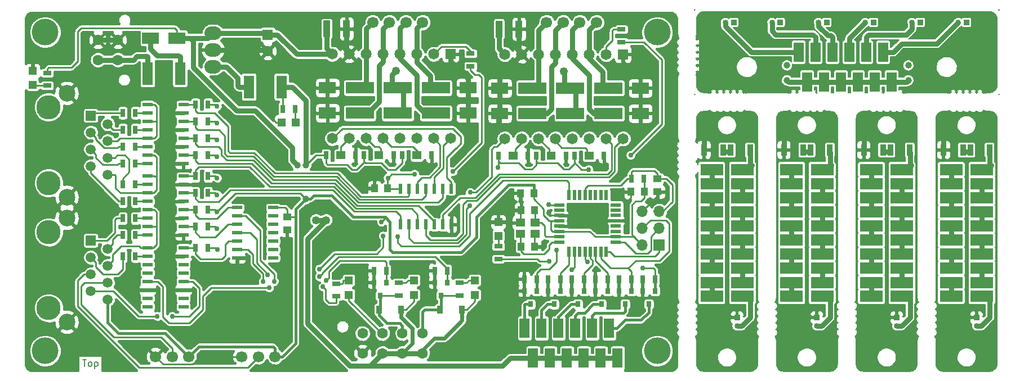
<source format=gbr>
G04 #@! TF.GenerationSoftware,KiCad,Pcbnew,(2017-08-07 revision 2d9ab80b4)-master*
G04 #@! TF.CreationDate,2017-08-10T02:16:17+02:00*
G04 #@! TF.ProjectId,z-module-pcb-r2,7A2D6D6F64756C652D7063622D72322E,rev?*
G04 #@! TF.SameCoordinates,Original*
G04 #@! TF.FileFunction,Copper,L1,Top,Signal*
G04 #@! TF.FilePolarity,Positive*
%FSLAX46Y46*%
G04 Gerber Fmt 4.6, Leading zero omitted, Abs format (unit mm)*
G04 Created by KiCad (PCBNEW (2017-08-07 revision 2d9ab80b4)-master) date Thu Aug 10 02:16:17 2017*
%MOMM*%
%LPD*%
G01*
G04 APERTURE LIST*
%ADD10C,0.200000*%
%ADD11R,0.900000X1.700000*%
%ADD12C,0.750000*%
%ADD13R,1.100000X0.800000*%
%ADD14R,3.500000X1.750000*%
%ADD15C,0.850000*%
%ADD16R,0.850000X0.850000*%
%ADD17R,1.500000X3.000000*%
%ADD18C,1.600000*%
%ADD19R,1.600000X1.600000*%
%ADD20R,2.500000X1.800000*%
%ADD21R,1.200000X1.200000*%
%ADD22R,1.600000X3.500000*%
%ADD23R,0.700000X1.300000*%
%ADD24R,0.800000X0.900000*%
%ADD25R,1.000000X1.250000*%
%ADD26R,1.250000X1.000000*%
%ADD27R,1.400000X1.200000*%
%ADD28R,0.550000X1.600000*%
%ADD29R,1.600000X0.550000*%
%ADD30R,1.300000X0.700000*%
%ADD31O,1.700000X1.700000*%
%ADD32R,1.700000X1.700000*%
%ADD33C,1.699260*%
%ADD34R,1.500000X0.600000*%
%ADD35R,0.600000X1.500000*%
%ADD36R,0.900000X1.200000*%
%ADD37C,2.500000*%
%ADD38C,3.650000*%
%ADD39R,1.500000X1.500000*%
%ADD40C,1.500000*%
%ADD41R,1.000000X2.500000*%
%ADD42C,1.651000*%
%ADD43O,2.540000X2.032000*%
%ADD44R,1.198880X1.198880*%
%ADD45C,4.000000*%
%ADD46C,1.000000*%
%ADD47C,1.250000*%
%ADD48C,0.600000*%
%ADD49C,0.250000*%
%ADD50C,0.400000*%
%ADD51C,0.750000*%
%ADD52C,0.240000*%
G04 APERTURE END LIST*
D10*
X120113238Y-118832380D02*
X120684666Y-118832380D01*
X120398952Y-119832380D02*
X120398952Y-118832380D01*
X121160857Y-119832380D02*
X121065619Y-119784761D01*
X121018000Y-119737142D01*
X120970380Y-119641904D01*
X120970380Y-119356190D01*
X121018000Y-119260952D01*
X121065619Y-119213333D01*
X121160857Y-119165714D01*
X121303714Y-119165714D01*
X121398952Y-119213333D01*
X121446571Y-119260952D01*
X121494190Y-119356190D01*
X121494190Y-119641904D01*
X121446571Y-119737142D01*
X121398952Y-119784761D01*
X121303714Y-119832380D01*
X121160857Y-119832380D01*
X121922761Y-119165714D02*
X121922761Y-120165714D01*
X121922761Y-119213333D02*
X122018000Y-119165714D01*
X122208476Y-119165714D01*
X122303714Y-119213333D01*
X122351333Y-119260952D01*
X122398952Y-119356190D01*
X122398952Y-119641904D01*
X122351333Y-119737142D01*
X122303714Y-119784761D01*
X122208476Y-119832380D01*
X122018000Y-119832380D01*
X121922761Y-119784761D01*
D11*
X241550000Y-87250000D03*
X244450000Y-87250000D03*
X237550000Y-87250000D03*
X240450000Y-87250000D03*
D12*
X238400000Y-94900000D03*
X237500000Y-94900000D03*
X237500000Y-94000000D03*
X238400000Y-94000000D03*
X238400000Y-97000000D03*
X237500000Y-96100000D03*
X237500000Y-97000000D03*
X238400000Y-96100000D03*
X244500000Y-96100000D03*
X243600000Y-96100000D03*
X243600000Y-97000000D03*
X244500000Y-97000000D03*
X243600000Y-94000000D03*
X243600000Y-94900000D03*
X244500000Y-94900000D03*
X244500000Y-94000000D03*
D13*
X239700000Y-96250000D03*
X239700000Y-94750000D03*
X242300000Y-96250000D03*
X242300000Y-94750000D03*
D14*
X243300000Y-94450000D03*
X243300000Y-96550000D03*
X238700000Y-94450000D03*
X238700000Y-96550000D03*
X238700000Y-92300000D03*
X238700000Y-90200000D03*
X243300000Y-92300000D03*
X243300000Y-90200000D03*
D13*
X242300000Y-90500000D03*
X242300000Y-92000000D03*
X239700000Y-90500000D03*
X239700000Y-92000000D03*
D12*
X244500000Y-89750000D03*
X244500000Y-90650000D03*
X243600000Y-90650000D03*
X243600000Y-89750000D03*
X244500000Y-92750000D03*
X243600000Y-92750000D03*
X243600000Y-91850000D03*
X244500000Y-91850000D03*
X238400000Y-91850000D03*
X237500000Y-92750000D03*
X237500000Y-91850000D03*
X238400000Y-92750000D03*
X238400000Y-89750000D03*
X237500000Y-89750000D03*
X237500000Y-90650000D03*
X238400000Y-90650000D03*
D14*
X238700000Y-100800000D03*
X238700000Y-98700000D03*
X243300000Y-100800000D03*
X243300000Y-98700000D03*
D13*
X242300000Y-99000000D03*
X242300000Y-100500000D03*
X239700000Y-99000000D03*
X239700000Y-100500000D03*
D12*
X244500000Y-98250000D03*
X244500000Y-99150000D03*
X243600000Y-99150000D03*
X243600000Y-98250000D03*
X244500000Y-101250000D03*
X243600000Y-101250000D03*
X243600000Y-100350000D03*
X244500000Y-100350000D03*
X238400000Y-100350000D03*
X237500000Y-101250000D03*
X237500000Y-100350000D03*
X238400000Y-101250000D03*
X238400000Y-98250000D03*
X237500000Y-98250000D03*
X237500000Y-99150000D03*
X238400000Y-99150000D03*
D14*
X250700000Y-96550000D03*
X250700000Y-94450000D03*
X255300000Y-96550000D03*
X255300000Y-94450000D03*
D13*
X254300000Y-94750000D03*
X254300000Y-96250000D03*
X251700000Y-94750000D03*
X251700000Y-96250000D03*
D12*
X256500000Y-94000000D03*
X256500000Y-94900000D03*
X255600000Y-94900000D03*
X255600000Y-94000000D03*
X256500000Y-97000000D03*
X255600000Y-97000000D03*
X255600000Y-96100000D03*
X256500000Y-96100000D03*
X250400000Y-96100000D03*
X249500000Y-97000000D03*
X249500000Y-96100000D03*
X250400000Y-97000000D03*
X250400000Y-94000000D03*
X249500000Y-94000000D03*
X249500000Y-94900000D03*
X250400000Y-94900000D03*
D15*
X254500000Y-113750000D03*
D16*
X254500000Y-112500000D03*
D12*
X250400000Y-90650000D03*
X249500000Y-90650000D03*
X249500000Y-89750000D03*
X250400000Y-89750000D03*
X250400000Y-92750000D03*
X249500000Y-91850000D03*
X249500000Y-92750000D03*
X250400000Y-91850000D03*
X256500000Y-91850000D03*
X255600000Y-91850000D03*
X255600000Y-92750000D03*
X256500000Y-92750000D03*
X255600000Y-89750000D03*
X255600000Y-90650000D03*
X256500000Y-90650000D03*
X256500000Y-89750000D03*
D13*
X251700000Y-92000000D03*
X251700000Y-90500000D03*
X254300000Y-92000000D03*
X254300000Y-90500000D03*
D14*
X255300000Y-90200000D03*
X255300000Y-92300000D03*
X250700000Y-90200000D03*
X250700000Y-92300000D03*
D11*
X252450000Y-87250000D03*
X249550000Y-87250000D03*
D12*
X250400000Y-103400000D03*
X249500000Y-103400000D03*
X249500000Y-102500000D03*
X250400000Y-102500000D03*
X250400000Y-105500000D03*
X249500000Y-104600000D03*
X249500000Y-105500000D03*
X250400000Y-104600000D03*
X256500000Y-104600000D03*
X255600000Y-104600000D03*
X255600000Y-105500000D03*
X256500000Y-105500000D03*
X255600000Y-102500000D03*
X255600000Y-103400000D03*
X256500000Y-103400000D03*
X256500000Y-102500000D03*
D13*
X251700000Y-104750000D03*
X251700000Y-103250000D03*
X254300000Y-104750000D03*
X254300000Y-103250000D03*
D14*
X255300000Y-102950000D03*
X255300000Y-105050000D03*
X250700000Y-102950000D03*
X250700000Y-105050000D03*
D11*
X256450000Y-87250000D03*
X253550000Y-87250000D03*
D14*
X250700000Y-109300000D03*
X250700000Y-107200000D03*
X255300000Y-109300000D03*
X255300000Y-107200000D03*
D13*
X254300000Y-107500000D03*
X254300000Y-109000000D03*
X251700000Y-107500000D03*
X251700000Y-109000000D03*
D12*
X256500000Y-106750000D03*
X256500000Y-107650000D03*
X255600000Y-107650000D03*
X255600000Y-106750000D03*
X256500000Y-109750000D03*
X255600000Y-109750000D03*
X255600000Y-108850000D03*
X256500000Y-108850000D03*
X250400000Y-108850000D03*
X249500000Y-109750000D03*
X249500000Y-108850000D03*
X250400000Y-109750000D03*
X250400000Y-106750000D03*
X249500000Y-106750000D03*
X249500000Y-107650000D03*
X250400000Y-107650000D03*
X250400000Y-99150000D03*
X249500000Y-99150000D03*
X249500000Y-98250000D03*
X250400000Y-98250000D03*
X250400000Y-101250000D03*
X249500000Y-100350000D03*
X249500000Y-101250000D03*
X250400000Y-100350000D03*
X256500000Y-100350000D03*
X255600000Y-100350000D03*
X255600000Y-101250000D03*
X256500000Y-101250000D03*
X255600000Y-98250000D03*
X255600000Y-99150000D03*
X256500000Y-99150000D03*
X256500000Y-98250000D03*
D13*
X251700000Y-100500000D03*
X251700000Y-99000000D03*
X254300000Y-100500000D03*
X254300000Y-99000000D03*
D14*
X255300000Y-98700000D03*
X255300000Y-100800000D03*
X250700000Y-98700000D03*
X250700000Y-100800000D03*
D12*
X238400000Y-107650000D03*
X237500000Y-107650000D03*
X237500000Y-106750000D03*
X238400000Y-106750000D03*
X238400000Y-109750000D03*
X237500000Y-108850000D03*
X237500000Y-109750000D03*
X238400000Y-108850000D03*
X244500000Y-108850000D03*
X243600000Y-108850000D03*
X243600000Y-109750000D03*
X244500000Y-109750000D03*
X243600000Y-106750000D03*
X243600000Y-107650000D03*
X244500000Y-107650000D03*
X244500000Y-106750000D03*
D13*
X239700000Y-109000000D03*
X239700000Y-107500000D03*
X242300000Y-109000000D03*
X242300000Y-107500000D03*
D14*
X243300000Y-107200000D03*
X243300000Y-109300000D03*
X238700000Y-107200000D03*
X238700000Y-109300000D03*
D16*
X242500000Y-112500000D03*
D15*
X242500000Y-113750000D03*
D14*
X238700000Y-105050000D03*
X238700000Y-102950000D03*
X243300000Y-105050000D03*
X243300000Y-102950000D03*
D13*
X242300000Y-103250000D03*
X242300000Y-104750000D03*
X239700000Y-103250000D03*
X239700000Y-104750000D03*
D12*
X244500000Y-102500000D03*
X244500000Y-103400000D03*
X243600000Y-103400000D03*
X243600000Y-102500000D03*
X244500000Y-105500000D03*
X243600000Y-105500000D03*
X243600000Y-104600000D03*
X244500000Y-104600000D03*
X238400000Y-104600000D03*
X237500000Y-105500000D03*
X237500000Y-104600000D03*
X238400000Y-105500000D03*
X238400000Y-102500000D03*
X237500000Y-102500000D03*
X237500000Y-103400000D03*
X238400000Y-103400000D03*
D14*
X226700000Y-109300000D03*
X226700000Y-107200000D03*
X231300000Y-109300000D03*
X231300000Y-107200000D03*
D13*
X230300000Y-107500000D03*
X230300000Y-109000000D03*
X227700000Y-107500000D03*
X227700000Y-109000000D03*
D12*
X232500000Y-106750000D03*
X232500000Y-107650000D03*
X231600000Y-107650000D03*
X231600000Y-106750000D03*
X232500000Y-109750000D03*
X231600000Y-109750000D03*
X231600000Y-108850000D03*
X232500000Y-108850000D03*
X226400000Y-108850000D03*
X225500000Y-109750000D03*
X225500000Y-108850000D03*
X226400000Y-109750000D03*
X226400000Y-106750000D03*
X225500000Y-106750000D03*
X225500000Y-107650000D03*
X226400000Y-107650000D03*
D11*
X228450000Y-87250000D03*
X225550000Y-87250000D03*
D15*
X230500000Y-113750000D03*
D16*
X230500000Y-112500000D03*
D12*
X226400000Y-103400000D03*
X225500000Y-103400000D03*
X225500000Y-102500000D03*
X226400000Y-102500000D03*
X226400000Y-105500000D03*
X225500000Y-104600000D03*
X225500000Y-105500000D03*
X226400000Y-104600000D03*
X232500000Y-104600000D03*
X231600000Y-104600000D03*
X231600000Y-105500000D03*
X232500000Y-105500000D03*
X231600000Y-102500000D03*
X231600000Y-103400000D03*
X232500000Y-103400000D03*
X232500000Y-102500000D03*
D13*
X227700000Y-104750000D03*
X227700000Y-103250000D03*
X230300000Y-104750000D03*
X230300000Y-103250000D03*
D14*
X231300000Y-102950000D03*
X231300000Y-105050000D03*
X226700000Y-102950000D03*
X226700000Y-105050000D03*
D12*
X226400000Y-99150000D03*
X225500000Y-99150000D03*
X225500000Y-98250000D03*
X226400000Y-98250000D03*
X226400000Y-101250000D03*
X225500000Y-100350000D03*
X225500000Y-101250000D03*
X226400000Y-100350000D03*
X232500000Y-100350000D03*
X231600000Y-100350000D03*
X231600000Y-101250000D03*
X232500000Y-101250000D03*
X231600000Y-98250000D03*
X231600000Y-99150000D03*
X232500000Y-99150000D03*
X232500000Y-98250000D03*
D13*
X227700000Y-100500000D03*
X227700000Y-99000000D03*
X230300000Y-100500000D03*
X230300000Y-99000000D03*
D14*
X231300000Y-98700000D03*
X231300000Y-100800000D03*
X226700000Y-98700000D03*
X226700000Y-100800000D03*
X226700000Y-96550000D03*
X226700000Y-94450000D03*
X231300000Y-96550000D03*
X231300000Y-94450000D03*
D13*
X230300000Y-94750000D03*
X230300000Y-96250000D03*
X227700000Y-94750000D03*
X227700000Y-96250000D03*
D12*
X232500000Y-94000000D03*
X232500000Y-94900000D03*
X231600000Y-94900000D03*
X231600000Y-94000000D03*
X232500000Y-97000000D03*
X231600000Y-97000000D03*
X231600000Y-96100000D03*
X232500000Y-96100000D03*
X226400000Y-96100000D03*
X225500000Y-97000000D03*
X225500000Y-96100000D03*
X226400000Y-97000000D03*
X226400000Y-94000000D03*
X225500000Y-94000000D03*
X225500000Y-94900000D03*
X226400000Y-94900000D03*
X226400000Y-90650000D03*
X225500000Y-90650000D03*
X225500000Y-89750000D03*
X226400000Y-89750000D03*
X226400000Y-92750000D03*
X225500000Y-91850000D03*
X225500000Y-92750000D03*
X226400000Y-91850000D03*
X232500000Y-91850000D03*
X231600000Y-91850000D03*
X231600000Y-92750000D03*
X232500000Y-92750000D03*
X231600000Y-89750000D03*
X231600000Y-90650000D03*
X232500000Y-90650000D03*
X232500000Y-89750000D03*
D13*
X227700000Y-92000000D03*
X227700000Y-90500000D03*
X230300000Y-92000000D03*
X230300000Y-90500000D03*
D14*
X231300000Y-90200000D03*
X231300000Y-92300000D03*
X226700000Y-90200000D03*
X226700000Y-92300000D03*
D11*
X232450000Y-87250000D03*
X229550000Y-87250000D03*
D16*
X253000000Y-68000000D03*
D15*
X251750000Y-68000000D03*
X216750000Y-68000000D03*
D16*
X218000000Y-68000000D03*
X225000000Y-68000000D03*
D15*
X223750000Y-68000000D03*
X230750000Y-68000000D03*
D16*
X232000000Y-68000000D03*
X239000000Y-68000000D03*
D15*
X237750000Y-68000000D03*
X244793638Y-68000000D03*
D16*
X246043638Y-68000000D03*
D14*
X214700000Y-92300000D03*
X214700000Y-90200000D03*
X219300000Y-92300000D03*
X219300000Y-90200000D03*
D13*
X218300000Y-90500000D03*
X218300000Y-92000000D03*
X215700000Y-90500000D03*
X215700000Y-92000000D03*
D12*
X220500000Y-89750000D03*
X220500000Y-90650000D03*
X219600000Y-90650000D03*
X219600000Y-89750000D03*
X220500000Y-92750000D03*
X219600000Y-92750000D03*
X219600000Y-91850000D03*
X220500000Y-91850000D03*
X214400000Y-91850000D03*
X213500000Y-92750000D03*
X213500000Y-91850000D03*
X214400000Y-92750000D03*
X214400000Y-89750000D03*
X213500000Y-89750000D03*
X213500000Y-90650000D03*
X214400000Y-90650000D03*
X214400000Y-94900000D03*
X213500000Y-94900000D03*
X213500000Y-94000000D03*
X214400000Y-94000000D03*
X214400000Y-97000000D03*
X213500000Y-96100000D03*
X213500000Y-97000000D03*
X214400000Y-96100000D03*
X220500000Y-96100000D03*
X219600000Y-96100000D03*
X219600000Y-97000000D03*
X220500000Y-97000000D03*
X219600000Y-94000000D03*
X219600000Y-94900000D03*
X220500000Y-94900000D03*
X220500000Y-94000000D03*
D13*
X215700000Y-96250000D03*
X215700000Y-94750000D03*
X218300000Y-96250000D03*
X218300000Y-94750000D03*
D14*
X219300000Y-94450000D03*
X219300000Y-96550000D03*
X214700000Y-94450000D03*
X214700000Y-96550000D03*
X214700000Y-100800000D03*
X214700000Y-98700000D03*
X219300000Y-100800000D03*
X219300000Y-98700000D03*
D13*
X218300000Y-99000000D03*
X218300000Y-100500000D03*
X215700000Y-99000000D03*
X215700000Y-100500000D03*
D12*
X220500000Y-98250000D03*
X220500000Y-99150000D03*
X219600000Y-99150000D03*
X219600000Y-98250000D03*
X220500000Y-101250000D03*
X219600000Y-101250000D03*
X219600000Y-100350000D03*
X220500000Y-100350000D03*
X214400000Y-100350000D03*
X213500000Y-101250000D03*
X213500000Y-100350000D03*
X214400000Y-101250000D03*
X214400000Y-98250000D03*
X213500000Y-98250000D03*
X213500000Y-99150000D03*
X214400000Y-99150000D03*
X214400000Y-107650000D03*
X213500000Y-107650000D03*
X213500000Y-106750000D03*
X214400000Y-106750000D03*
X214400000Y-109750000D03*
X213500000Y-108850000D03*
X213500000Y-109750000D03*
X214400000Y-108850000D03*
X220500000Y-108850000D03*
X219600000Y-108850000D03*
X219600000Y-109750000D03*
X220500000Y-109750000D03*
X219600000Y-106750000D03*
X219600000Y-107650000D03*
X220500000Y-107650000D03*
X220500000Y-106750000D03*
D13*
X215700000Y-109000000D03*
X215700000Y-107500000D03*
X218300000Y-109000000D03*
X218300000Y-107500000D03*
D14*
X219300000Y-107200000D03*
X219300000Y-109300000D03*
X214700000Y-107200000D03*
X214700000Y-109300000D03*
X214700000Y-105050000D03*
X214700000Y-102950000D03*
X219300000Y-105050000D03*
X219300000Y-102950000D03*
D13*
X218300000Y-103250000D03*
X218300000Y-104750000D03*
X215700000Y-103250000D03*
X215700000Y-104750000D03*
D12*
X220500000Y-102500000D03*
X220500000Y-103400000D03*
X219600000Y-103400000D03*
X219600000Y-102500000D03*
X220500000Y-105500000D03*
X219600000Y-105500000D03*
X219600000Y-104600000D03*
X220500000Y-104600000D03*
X214400000Y-104600000D03*
X213500000Y-105500000D03*
X213500000Y-104600000D03*
X214400000Y-105500000D03*
X214400000Y-102500000D03*
X213500000Y-102500000D03*
X213500000Y-103400000D03*
X214400000Y-103400000D03*
D11*
X213550000Y-87250000D03*
X216450000Y-87250000D03*
D17*
X231580000Y-77000000D03*
X229040000Y-77000000D03*
X230310000Y-72500000D03*
X227770000Y-72500000D03*
X234120000Y-77000000D03*
X236660000Y-77000000D03*
X239200000Y-77000000D03*
X241740000Y-77000000D03*
X232850000Y-72500000D03*
X235390000Y-72500000D03*
X237930000Y-72500000D03*
X240470000Y-72500000D03*
D16*
X218500000Y-112500000D03*
D15*
X218500000Y-113750000D03*
D11*
X217550000Y-87250000D03*
X220450000Y-87250000D03*
D18*
X147955000Y-72350000D03*
D19*
X147955000Y-69850000D03*
D20*
X172364000Y-81675000D03*
X168364000Y-81675000D03*
X194279032Y-77902498D03*
X198279032Y-77902498D03*
X130334000Y-70358000D03*
X134334000Y-70358000D03*
X160934000Y-77865000D03*
X156934000Y-77865000D03*
X156934000Y-81675000D03*
X160934000Y-81675000D03*
X174079000Y-81675000D03*
X178079000Y-81675000D03*
X178079000Y-77865000D03*
X174079000Y-77865000D03*
X166649000Y-77865000D03*
X162649000Y-77865000D03*
X172364000Y-77865000D03*
X168364000Y-77865000D03*
X186849032Y-77902498D03*
X182849032Y-77902498D03*
X182849032Y-81712498D03*
X186849032Y-81712498D03*
X199994032Y-81712498D03*
X203994032Y-81712498D03*
X203994032Y-77902498D03*
X199994032Y-77902498D03*
X192564032Y-77902498D03*
X188564032Y-77902498D03*
X188564032Y-81712498D03*
X192564032Y-81712498D03*
X194279032Y-81712498D03*
X198279032Y-81712498D03*
X162649000Y-81675000D03*
X166649000Y-81675000D03*
D21*
X160147000Y-106850000D03*
X160147000Y-109050000D03*
D18*
X162196000Y-114856000D03*
X165196000Y-114856000D03*
X168196000Y-114856000D03*
X171196000Y-114856000D03*
X162196000Y-117856000D03*
X165196000Y-117856000D03*
X168196000Y-117856000D03*
X171196000Y-117856000D03*
D22*
X134774000Y-75692000D03*
X129894000Y-75692000D03*
X145134000Y-77724000D03*
X150014000Y-77724000D03*
D23*
X206182000Y-106680000D03*
X204282000Y-106680000D03*
D24*
X205232000Y-110474000D03*
X204282000Y-108474000D03*
X206182000Y-108474000D03*
D17*
X190378000Y-118582000D03*
X187838000Y-118582000D03*
X189108000Y-114082000D03*
X186568000Y-114082000D03*
X192918000Y-118582000D03*
X195458000Y-118582000D03*
X197998000Y-118582000D03*
X200538000Y-118582000D03*
X191648000Y-114082000D03*
X194188000Y-114082000D03*
X196728000Y-114082000D03*
X199268000Y-114082000D03*
D24*
X165796000Y-107204000D03*
X163896000Y-107204000D03*
X164846000Y-109204000D03*
X173990000Y-109204000D03*
X173040000Y-107204000D03*
X174940000Y-107204000D03*
D25*
X202541165Y-93550637D03*
X204541165Y-93550637D03*
X164000000Y-93000000D03*
X166000000Y-93000000D03*
D26*
X150876000Y-97298000D03*
X150876000Y-99298000D03*
D27*
X185941165Y-98200637D03*
X188141165Y-98200637D03*
X188141165Y-99900637D03*
X185941165Y-99900637D03*
D28*
X193241165Y-94050637D03*
X194041165Y-94050637D03*
X194841165Y-94050637D03*
X195641165Y-94050637D03*
X196441165Y-94050637D03*
X197241165Y-94050637D03*
X198041165Y-94050637D03*
X198841165Y-94050637D03*
D29*
X200291165Y-95500637D03*
X200291165Y-96300637D03*
X200291165Y-97100637D03*
X200291165Y-97900637D03*
X200291165Y-98700637D03*
X200291165Y-99500637D03*
X200291165Y-100300637D03*
X200291165Y-101100637D03*
D28*
X198841165Y-102550637D03*
X198041165Y-102550637D03*
X197241165Y-102550637D03*
X196441165Y-102550637D03*
X195641165Y-102550637D03*
X194841165Y-102550637D03*
X194041165Y-102550637D03*
X193241165Y-102550637D03*
D29*
X191791165Y-101100637D03*
X191791165Y-100300637D03*
X191791165Y-99500637D03*
X191791165Y-98700637D03*
X191791165Y-97900637D03*
X191791165Y-97100637D03*
X191791165Y-96300637D03*
X191791165Y-95500637D03*
D30*
X158242000Y-109281000D03*
X158242000Y-107381000D03*
D31*
X204251165Y-96470637D03*
X206791165Y-96470637D03*
X204251165Y-99010637D03*
X206791165Y-99010637D03*
X204251165Y-101550637D03*
D32*
X206791165Y-101550637D03*
D23*
X204491165Y-91550637D03*
X202591165Y-91550637D03*
D33*
X131104641Y-118364000D03*
X133604000Y-118364000D03*
X136103359Y-118364000D03*
X149057359Y-118364000D03*
X146558000Y-118364000D03*
X144058641Y-118364000D03*
D34*
X148750000Y-95885000D03*
X148750000Y-97155000D03*
X148750000Y-98425000D03*
X148750000Y-99695000D03*
X148750000Y-100965000D03*
X148750000Y-102235000D03*
X148750000Y-103505000D03*
X143350000Y-103505000D03*
X143350000Y-102235000D03*
X143350000Y-100965000D03*
X143350000Y-99695000D03*
X143350000Y-98425000D03*
X143350000Y-97155000D03*
X143350000Y-95885000D03*
D35*
X167940000Y-93050000D03*
X169210000Y-93050000D03*
X170480000Y-93050000D03*
X171750000Y-93050000D03*
X173020000Y-93050000D03*
X174290000Y-93050000D03*
X175560000Y-93050000D03*
X175560000Y-98450000D03*
X174290000Y-98450000D03*
X173020000Y-98450000D03*
X171750000Y-98450000D03*
X170480000Y-98450000D03*
X169210000Y-98450000D03*
X167940000Y-98450000D03*
D21*
X179070000Y-109050000D03*
X179070000Y-106850000D03*
X169926000Y-106850000D03*
X169926000Y-109050000D03*
D30*
X167640000Y-107254000D03*
X167640000Y-109154000D03*
X176784000Y-107254000D03*
X176784000Y-109154000D03*
D23*
X191958000Y-106680000D03*
X190058000Y-106680000D03*
X193614000Y-106680000D03*
X195514000Y-106680000D03*
X199070000Y-106680000D03*
X197170000Y-106680000D03*
X202626000Y-106680000D03*
X200726000Y-106680000D03*
X186502000Y-106680000D03*
X188402000Y-106680000D03*
D24*
X201676000Y-110474000D03*
X200726000Y-108474000D03*
X202626000Y-108474000D03*
X198120000Y-110474000D03*
X197170000Y-108474000D03*
X199070000Y-108474000D03*
X194564000Y-110474000D03*
X193614000Y-108474000D03*
X195514000Y-108474000D03*
X188402000Y-108474000D03*
X186502000Y-108474000D03*
X187452000Y-110474000D03*
X191008000Y-110474000D03*
X190058000Y-108474000D03*
X191958000Y-108474000D03*
D33*
X171234000Y-68000000D03*
X163734641Y-68000000D03*
X166234000Y-68000000D03*
X168733359Y-68000000D03*
X194872359Y-68006500D03*
X192373000Y-68006500D03*
X189873641Y-68006500D03*
X197373000Y-68006500D03*
D36*
X164720000Y-111252000D03*
X168020000Y-111252000D03*
D23*
X163896000Y-105410000D03*
X165796000Y-105410000D03*
D36*
X173864000Y-111252000D03*
X177164000Y-111252000D03*
D23*
X173040000Y-105410000D03*
X174940000Y-105410000D03*
D37*
X117754718Y-94325000D03*
X117754718Y-78675000D03*
D38*
X115004718Y-92215000D03*
X115004718Y-80785000D03*
D39*
X121354718Y-82055000D03*
D40*
X123894718Y-83325000D03*
X121354718Y-84595000D03*
X123894718Y-85865000D03*
X121354718Y-87135000D03*
X123894718Y-88405000D03*
X121354718Y-89675000D03*
X123894718Y-90945000D03*
X123894718Y-109770000D03*
X121354718Y-108500000D03*
X123894718Y-107230000D03*
X121354718Y-105960000D03*
X123894718Y-104690000D03*
X121354718Y-103420000D03*
X123894718Y-102150000D03*
D39*
X121354718Y-100880000D03*
D38*
X115004718Y-99610000D03*
X115004718Y-111040000D03*
D37*
X117754718Y-97500000D03*
X117754718Y-113150000D03*
D18*
X125428000Y-70660000D03*
X125428000Y-73660000D03*
X122428000Y-70660000D03*
X122428000Y-73660000D03*
D41*
X156799000Y-68975000D03*
X159799000Y-68975000D03*
D23*
X162429000Y-88025000D03*
X164329000Y-88025000D03*
D30*
X178435000Y-74610000D03*
X178435000Y-72710000D03*
D23*
X159254000Y-88025000D03*
X161154000Y-88025000D03*
X156714000Y-88025000D03*
X158614000Y-88025000D03*
X168144000Y-88025000D03*
X170044000Y-88025000D03*
D39*
X175444000Y-72785000D03*
D42*
X172904000Y-72785000D03*
X170364000Y-72785000D03*
X167824000Y-72785000D03*
X165284000Y-72785000D03*
X162744000Y-72785000D03*
X160204000Y-72785000D03*
X157664000Y-72785000D03*
X157664000Y-85485000D03*
X160204000Y-85485000D03*
X162744000Y-85485000D03*
X165284000Y-85485000D03*
X167824000Y-85485000D03*
X170364000Y-85485000D03*
X172904000Y-85485000D03*
X175444000Y-85485000D03*
D23*
X170684000Y-88025000D03*
X172584000Y-88025000D03*
X164969000Y-88025000D03*
X166869000Y-88025000D03*
X137088718Y-101970478D03*
X138988718Y-101970478D03*
X138988718Y-98795478D03*
X137088718Y-98795478D03*
X137088718Y-96255478D03*
X138988718Y-96255478D03*
D34*
X129877718Y-101970478D03*
X129877718Y-103240478D03*
X129877718Y-104510478D03*
X129877718Y-105780478D03*
X129877718Y-107050478D03*
X129877718Y-108320478D03*
X129877718Y-109590478D03*
X129877718Y-110860478D03*
X135277718Y-110860478D03*
X135277718Y-109590478D03*
X135277718Y-108320478D03*
X135277718Y-107050478D03*
X135277718Y-105780478D03*
X135277718Y-104510478D03*
X135277718Y-103240478D03*
X135277718Y-101970478D03*
X135277718Y-91175478D03*
X135277718Y-92445478D03*
X135277718Y-93715478D03*
X135277718Y-94985478D03*
X135277718Y-96255478D03*
X135277718Y-97525478D03*
X135277718Y-98795478D03*
X135277718Y-100065478D03*
X129877718Y-100065478D03*
X129877718Y-98795478D03*
X129877718Y-97525478D03*
X129877718Y-96255478D03*
X129877718Y-94985478D03*
X129877718Y-93715478D03*
X129877718Y-92445478D03*
X129877718Y-91175478D03*
D23*
X137088718Y-93715478D03*
X138988718Y-93715478D03*
X137088718Y-80380478D03*
X138988718Y-80380478D03*
X138988718Y-82920478D03*
X137088718Y-82920478D03*
X137088718Y-91175478D03*
X138988718Y-91175478D03*
X137088718Y-88000478D03*
X138988718Y-88000478D03*
X137088718Y-85460478D03*
X138988718Y-85460478D03*
X128066718Y-94985478D03*
X126166718Y-94985478D03*
X128066718Y-89270478D03*
X126166718Y-89270478D03*
X126166718Y-103240478D03*
X128066718Y-103240478D03*
X128066718Y-100065478D03*
X126166718Y-100065478D03*
X128066718Y-92445478D03*
X126166718Y-92445478D03*
D43*
X139700000Y-69596000D03*
X139700000Y-74676000D03*
X139700000Y-72136000D03*
D42*
X201359032Y-85522498D03*
X198819032Y-85522498D03*
X196279032Y-85522498D03*
X193739032Y-85522498D03*
X191199032Y-85522498D03*
X188659032Y-85522498D03*
X186119032Y-85522498D03*
X183579032Y-85522498D03*
X183579032Y-72822498D03*
X186119032Y-72822498D03*
X188659032Y-72822498D03*
X191199032Y-72822498D03*
X193739032Y-72822498D03*
X196279032Y-72822498D03*
X198819032Y-72822498D03*
D39*
X201359032Y-72822498D03*
D23*
X126166718Y-97525478D03*
X128066718Y-97525478D03*
X128066718Y-86730478D03*
X126166718Y-86730478D03*
X126166718Y-84190478D03*
X128066718Y-84190478D03*
X128066718Y-81650478D03*
X126166718Y-81650478D03*
D34*
X135277718Y-80380478D03*
X135277718Y-81650478D03*
X135277718Y-82920478D03*
X135277718Y-84190478D03*
X135277718Y-85460478D03*
X135277718Y-86730478D03*
X135277718Y-88000478D03*
X135277718Y-89270478D03*
X129877718Y-89270478D03*
X129877718Y-88000478D03*
X129877718Y-86730478D03*
X129877718Y-85460478D03*
X129877718Y-84190478D03*
X129877718Y-82920478D03*
X129877718Y-81650478D03*
X129877718Y-80380478D03*
D30*
X201123000Y-70956500D03*
X201123000Y-69056500D03*
D25*
X188041165Y-96300637D03*
X186041165Y-96300637D03*
X186041165Y-101800637D03*
X188041165Y-101800637D03*
D23*
X190884032Y-88062498D03*
X192784032Y-88062498D03*
X196599032Y-88062498D03*
X198499032Y-88062498D03*
X194059032Y-88062498D03*
X195959032Y-88062498D03*
X185169032Y-88062498D03*
X187069032Y-88062498D03*
X188344032Y-88062498D03*
X190244032Y-88062498D03*
X182629032Y-88062498D03*
X184529032Y-88062498D03*
D26*
X206541165Y-93550637D03*
X206541165Y-91550637D03*
D25*
X185944000Y-93726000D03*
X187944000Y-93726000D03*
D41*
X182714032Y-69012498D03*
X185714032Y-69012498D03*
D30*
X182614462Y-103643382D03*
X182614462Y-101743382D03*
D44*
X182614462Y-100186402D03*
X182614462Y-98088362D03*
D30*
X114808000Y-75631000D03*
X114808000Y-77531000D03*
D23*
X150180000Y-81026000D03*
X152080000Y-81026000D03*
D45*
X206500000Y-117500000D03*
X206500000Y-69500000D03*
X114500000Y-69500000D03*
X114500000Y-117500000D03*
D44*
X152179020Y-83058000D03*
X150080980Y-83058000D03*
X112613000Y-77438020D03*
X112613000Y-75339980D03*
D12*
X146812000Y-94742002D03*
X201072972Y-90546364D03*
D46*
X181185615Y-79735643D03*
X205876962Y-74231450D03*
D12*
X182660123Y-96156120D03*
X146366155Y-86252939D03*
X145626158Y-84085805D03*
X143495674Y-90563931D03*
X143537765Y-92065150D03*
X136988551Y-108383096D03*
X128036884Y-108325156D03*
D46*
X171703998Y-107188000D03*
X171703996Y-105410000D03*
X162305992Y-107188000D03*
X162306000Y-105410000D03*
D12*
X175505740Y-100068394D03*
D46*
X133421672Y-67088574D03*
X129607230Y-67088574D03*
D12*
X118461851Y-67089186D03*
X117611321Y-73839426D03*
X143212337Y-105120159D03*
X150925266Y-100639314D03*
X143654224Y-73853493D03*
X148458480Y-81055435D03*
X184532750Y-93681128D03*
X190151790Y-96734484D03*
X184615655Y-96315797D03*
X189522863Y-101672669D03*
X208062057Y-93546593D03*
D46*
X184912000Y-109474000D03*
X207771988Y-109474000D03*
X181667000Y-84088000D03*
D12*
X200916723Y-93444854D03*
X187262032Y-89459498D03*
X162053415Y-92533611D03*
X192827694Y-89437160D03*
D46*
X156140000Y-74944000D03*
X177222000Y-84088000D03*
D12*
X172650000Y-89422000D03*
X166808000Y-89422000D03*
X160966000Y-89422000D03*
D46*
X203137032Y-84125498D03*
D12*
X198692032Y-89459498D03*
X182575610Y-89873476D03*
X202499990Y-88000000D03*
X196196987Y-90171890D03*
X170006027Y-90852755D03*
X175762876Y-90465523D03*
X165058257Y-98054478D03*
X166007333Y-91435922D03*
D46*
X153670000Y-94615000D03*
X153670000Y-89535000D03*
D12*
X140352069Y-102250916D03*
X140335000Y-99060000D03*
X140335000Y-96520000D03*
X140335000Y-93980000D03*
X140335000Y-91440000D03*
X140335000Y-88265000D03*
X140335000Y-85725000D03*
X140335000Y-83185000D03*
X140335000Y-80645000D03*
D46*
X244250000Y-74499988D03*
X244250000Y-76750004D03*
X226000002Y-76750002D03*
X226000000Y-74500000D03*
D47*
X155193998Y-97790000D03*
X156718000Y-97790000D03*
D12*
X131318000Y-112267996D03*
X133604000Y-112268008D03*
X155702000Y-105155994D03*
X249549610Y-84735247D03*
X237549610Y-84735247D03*
X225549610Y-84735247D03*
X213549610Y-84735247D03*
X148152020Y-107955969D03*
X156255409Y-107857975D03*
X155737143Y-106314942D03*
X193675000Y-105283000D03*
X196015339Y-104103301D03*
X190252002Y-103970635D03*
D46*
X152400000Y-89535000D03*
D12*
X147252912Y-107018708D03*
X165281311Y-100168656D03*
X167460037Y-100260975D03*
X156768381Y-106894148D03*
X148904836Y-107030736D03*
X204299879Y-105014745D03*
D47*
X167189000Y-75325000D03*
X192469032Y-75362498D03*
D12*
X147955000Y-106045000D03*
X190153007Y-95498249D03*
X191381982Y-102321276D03*
X178363836Y-93629723D03*
X178351814Y-95613350D03*
D48*
X203993012Y-77902498D02*
X203993012Y-76115400D01*
X203993012Y-76115400D02*
X205876962Y-74231450D01*
D49*
X112762038Y-73736409D02*
X112613000Y-73885447D01*
X112613000Y-73885447D02*
X112613000Y-75339980D01*
X112762038Y-73736409D02*
X117508304Y-73736409D01*
X182614462Y-98088362D02*
X182614462Y-96201781D01*
X182614462Y-96201781D02*
X182660123Y-96156120D01*
X182614462Y-98088362D02*
X185828890Y-98088362D01*
X185828890Y-98088362D02*
X185941165Y-98200637D01*
X145626158Y-84085805D02*
X145626158Y-85512942D01*
X145626158Y-85512942D02*
X146366155Y-86252939D01*
X143537765Y-92065150D02*
X143537765Y-90606022D01*
X143537765Y-90606022D02*
X143495674Y-90563931D01*
X132279272Y-119538631D02*
X131104641Y-118364000D01*
X144058641Y-118364000D02*
X137841814Y-118364000D01*
X137841814Y-118364000D02*
X136667183Y-119538631D01*
X136667183Y-119538631D02*
X132279272Y-119538631D01*
X135277718Y-108320478D02*
X136925933Y-108320478D01*
X136925933Y-108320478D02*
X136988551Y-108383096D01*
X129877718Y-108320478D02*
X128041562Y-108320478D01*
X128041562Y-108320478D02*
X128036884Y-108325156D01*
D50*
X171719998Y-107204000D02*
X171703998Y-107188000D01*
X173040000Y-107204000D02*
X171719998Y-107204000D01*
X173040000Y-105410000D02*
X171703996Y-105410000D01*
X162321992Y-107204000D02*
X162305992Y-107188000D01*
X163896000Y-107204000D02*
X162321992Y-107204000D01*
X163896000Y-105410000D02*
X162306000Y-105410000D01*
X173040000Y-107204000D02*
X173040000Y-105410000D01*
X163896000Y-107204000D02*
X163896000Y-105410000D01*
D49*
X175560000Y-100014134D02*
X175505740Y-100068394D01*
X175560000Y-98450000D02*
X175560000Y-100014134D01*
X129607230Y-67088574D02*
X133421672Y-67088574D01*
X117508304Y-73736409D02*
X117611321Y-73839426D01*
D51*
X122428000Y-70660000D02*
X125428000Y-70660000D01*
D49*
X143212337Y-105120159D02*
X143212337Y-103642663D01*
X143212337Y-103642663D02*
X143350000Y-103505000D01*
X150876000Y-99298000D02*
X150876000Y-100590048D01*
X150876000Y-100590048D02*
X150925266Y-100639314D01*
X150080980Y-83058000D02*
X149231540Y-83058000D01*
X149231540Y-83058000D02*
X148458480Y-82284940D01*
X148458480Y-82284940D02*
X148458480Y-81055435D01*
X184532750Y-93681128D02*
X185899128Y-93681128D01*
X185899128Y-93681128D02*
X185944000Y-93726000D01*
X190517943Y-97100637D02*
X190151790Y-96734484D01*
X191791165Y-97100637D02*
X190517943Y-97100637D01*
X186041165Y-96300637D02*
X184630815Y-96300637D01*
X184630815Y-96300637D02*
X184615655Y-96315797D01*
X188041165Y-101800637D02*
X189394895Y-101800637D01*
X189394895Y-101800637D02*
X189522863Y-101672669D01*
X206541165Y-93550637D02*
X208058013Y-93550637D01*
X208058013Y-93550637D02*
X208062057Y-93546593D01*
D50*
X187689920Y-109474000D02*
X187198000Y-109474000D01*
X187198000Y-109474000D02*
X184912000Y-109474000D01*
X186502000Y-108474000D02*
X186502000Y-109324000D01*
X186502000Y-109324000D02*
X186652000Y-109474000D01*
X186652000Y-109474000D02*
X187198000Y-109474000D01*
X184912000Y-109474000D02*
X207771988Y-109474000D01*
X187706000Y-109490080D02*
X190246000Y-109490080D01*
X187706000Y-109490080D02*
X187689920Y-109474000D01*
X204740080Y-109474000D02*
X207771988Y-109474000D01*
X204724000Y-109490080D02*
X204740080Y-109474000D01*
X201168000Y-109490080D02*
X204724000Y-109490080D01*
X204282000Y-108474000D02*
X204282000Y-109324000D01*
X204282000Y-109324000D02*
X204448080Y-109490080D01*
X204448080Y-109490080D02*
X204724000Y-109490080D01*
X197612000Y-109490080D02*
X201168000Y-109490080D01*
X200726000Y-108474000D02*
X200726000Y-109324000D01*
X200726000Y-109324000D02*
X200892080Y-109490080D01*
X200892080Y-109490080D02*
X201168000Y-109490080D01*
X194056000Y-109490080D02*
X197612000Y-109490080D01*
X197336080Y-109490080D02*
X197612000Y-109490080D01*
X197170000Y-108474000D02*
X197170000Y-109324000D01*
X197170000Y-109324000D02*
X197336080Y-109490080D01*
X190246000Y-109490080D02*
X194056000Y-109490080D01*
X193614000Y-108474000D02*
X193614000Y-109324000D01*
X193614000Y-109324000D02*
X193780080Y-109490080D01*
X193780080Y-109490080D02*
X194056000Y-109490080D01*
X190058000Y-108474000D02*
X190058000Y-109324000D01*
X190058000Y-109324000D02*
X190224080Y-109490080D01*
X190224080Y-109490080D02*
X190246000Y-109490080D01*
X186502000Y-106680000D02*
X186502000Y-108474000D01*
X190058000Y-108474000D02*
X190058000Y-106680000D01*
X193614000Y-106680000D02*
X193614000Y-108474000D01*
X197170000Y-108474000D02*
X197170000Y-106680000D01*
X200726000Y-108474000D02*
X200726000Y-106680000D01*
X204282000Y-108474000D02*
X204282000Y-106680000D01*
D51*
X178077980Y-77865000D02*
X178077980Y-76477980D01*
X178077980Y-76477980D02*
X175444000Y-73844000D01*
X175444000Y-73844000D02*
X175444000Y-72785000D01*
X178077980Y-77865000D02*
X178077980Y-81675000D01*
X182850052Y-77902498D02*
X182850052Y-81712498D01*
X182850052Y-77902498D02*
X182850052Y-76091478D01*
X182850052Y-76091478D02*
X186119032Y-72822498D01*
D48*
X182522980Y-83232020D02*
X181667000Y-84088000D01*
X182522980Y-81675000D02*
X182522980Y-83232020D01*
D49*
X202541165Y-93550637D02*
X201022506Y-93550637D01*
X201022506Y-93550637D02*
X200916723Y-93444854D01*
D51*
X139700000Y-72136000D02*
X147741000Y-72136000D01*
X147741000Y-72136000D02*
X147955000Y-72350000D01*
D49*
X191791165Y-97100637D02*
X192841165Y-97100637D01*
X192841165Y-97100637D02*
X193041165Y-97300637D01*
X193041165Y-97300637D02*
X193041165Y-98540637D01*
X193041165Y-98540637D02*
X192881165Y-98700637D01*
X192881165Y-98700637D02*
X191791165Y-98700637D01*
X188041165Y-101800637D02*
X188041165Y-100000637D01*
X188041165Y-100000637D02*
X188141165Y-99900637D01*
X185941165Y-98200637D02*
X185941165Y-96400637D01*
X185941165Y-96400637D02*
X186041165Y-96300637D01*
X204251165Y-96470637D02*
X206541165Y-94180637D01*
X206541165Y-94180637D02*
X206541165Y-93550637D01*
X202023143Y-97218659D02*
X202023143Y-94943659D01*
X202023143Y-94943659D02*
X202541165Y-94425637D01*
X202541165Y-94425637D02*
X202541165Y-93550637D01*
X200291165Y-97900637D02*
X201341165Y-97900637D01*
X201341165Y-97900637D02*
X202023143Y-97218659D01*
X204541165Y-96180637D02*
X204251165Y-96470637D01*
X164000000Y-93000000D02*
X162519804Y-93000000D01*
X162519804Y-93000000D02*
X162053415Y-92533611D01*
X187069032Y-88062498D02*
X187069032Y-89393498D01*
X187069032Y-89393498D02*
X187135032Y-89459498D01*
X192784032Y-88062498D02*
X192784032Y-89353822D01*
X192784032Y-89353822D02*
X192700694Y-89437160D01*
D48*
X156935020Y-77865000D02*
X156935020Y-75739020D01*
D51*
X159799000Y-68975000D02*
X159799000Y-72380000D01*
D48*
X156935020Y-75739020D02*
X156140000Y-74944000D01*
X178077980Y-81675000D02*
X178077980Y-83232020D01*
X178077980Y-83232020D02*
X177222000Y-84088000D01*
X156935020Y-77865000D02*
X156935020Y-81675000D01*
D49*
X161154000Y-89234000D02*
X160966000Y-89422000D01*
X161154000Y-88025000D02*
X161154000Y-89234000D01*
X166869000Y-88025000D02*
X166869000Y-89361000D01*
X166869000Y-89361000D02*
X166808000Y-89422000D01*
X172650000Y-89422000D02*
X172650000Y-88091000D01*
X172650000Y-88091000D02*
X172584000Y-88025000D01*
D48*
X203993012Y-83333018D02*
X203137032Y-84188998D01*
X203993012Y-81775998D02*
X203993012Y-83333018D01*
D49*
X198565032Y-89459498D02*
X198565032Y-88128498D01*
X198565032Y-88128498D02*
X198499032Y-88062498D01*
D48*
X201359032Y-72822498D02*
X201359032Y-73965498D01*
X203993012Y-76662978D02*
X203993012Y-77965998D01*
X201359032Y-73965498D02*
X203993012Y-76599478D01*
X203993012Y-81775998D02*
X203993012Y-77965998D01*
D51*
X185714032Y-69012498D02*
X185714032Y-72417498D01*
D49*
X162429000Y-89069004D02*
X162573004Y-89069004D01*
X162573004Y-89069004D02*
X162688604Y-89184604D01*
X188587032Y-89205498D02*
X191521727Y-89205498D01*
X188344032Y-88962498D02*
X188587032Y-89205498D01*
X188344032Y-88062498D02*
X188344032Y-88962498D01*
X182629032Y-88062498D02*
X182629032Y-89820054D01*
X182629032Y-89820054D02*
X182575610Y-89873476D01*
X162429000Y-88025000D02*
X162429000Y-89069004D01*
X162429000Y-89069004D02*
X161326002Y-90172002D01*
X161326002Y-90172002D02*
X160605998Y-90172002D01*
X159855996Y-89422000D02*
X156902000Y-89422000D01*
X160605998Y-90172002D02*
X159855996Y-89422000D01*
X156902000Y-89422000D02*
X156714000Y-89234000D01*
X156714000Y-89234000D02*
X156714000Y-88025000D01*
X153670000Y-94615000D02*
X152842999Y-93787999D01*
X152842999Y-93787999D02*
X143067001Y-93787999D01*
X143067001Y-93787999D02*
X141986000Y-94869000D01*
D50*
X165614281Y-97320738D02*
X166337543Y-98044000D01*
X166751000Y-102616000D02*
X177038000Y-102616000D01*
X166337543Y-98044000D02*
X166337543Y-102202543D01*
X166337543Y-102202543D02*
X166751000Y-102616000D01*
X177038000Y-102616000D02*
X179324000Y-100330000D01*
X179324000Y-100330000D02*
X179324000Y-97282000D01*
X187944000Y-92456000D02*
X187944000Y-93726000D01*
X179324000Y-97282000D02*
X184150000Y-92456000D01*
X184150000Y-92456000D02*
X187944000Y-92456000D01*
D49*
X207156105Y-73650021D02*
X207156105Y-83343885D01*
X204462584Y-70956500D02*
X207156105Y-73650021D01*
X201123000Y-70956500D02*
X204462584Y-70956500D01*
X207156105Y-83343885D02*
X202499990Y-88000000D01*
X196196987Y-90171890D02*
X195091424Y-90171890D01*
X195091424Y-90171890D02*
X194059032Y-89139498D01*
X170006027Y-90852755D02*
X166590500Y-90852755D01*
X166590500Y-90852755D02*
X166007333Y-91435922D01*
X180071087Y-76291910D02*
X180071087Y-86157312D01*
X180071087Y-86157312D02*
X175762876Y-90465523D01*
X165058257Y-98054478D02*
X165614281Y-97498454D01*
X165614281Y-97498454D02*
X165614281Y-97320738D01*
X166000000Y-93000000D02*
X166000000Y-91443255D01*
X166000000Y-91443255D02*
X166007333Y-91435922D01*
X179666009Y-75886832D02*
X180071087Y-76291910D01*
X179111832Y-75886832D02*
X179666009Y-75886832D01*
X178435000Y-74610000D02*
X178435000Y-75210000D01*
X178435000Y-75210000D02*
X179111832Y-75886832D01*
X142412950Y-94442050D02*
X141986000Y-94869000D01*
X141986000Y-94869000D02*
X140335000Y-96520000D01*
X150876000Y-97298000D02*
X150876000Y-96207144D01*
X150876000Y-96207144D02*
X150553856Y-95885000D01*
X150553856Y-95885000D02*
X148750000Y-95885000D01*
D50*
X152146000Y-97282000D02*
X152146000Y-116332000D01*
X152146000Y-96139000D02*
X152146000Y-97282000D01*
D49*
X152130000Y-97298000D02*
X150876000Y-97298000D01*
X152146000Y-97282000D02*
X152130000Y-97298000D01*
D50*
X152146000Y-116332000D02*
X150114000Y-118364000D01*
X153670000Y-94615000D02*
X152146000Y-96139000D01*
X150114000Y-118364000D02*
X149057359Y-118364000D01*
X123894718Y-109770000D02*
X123894718Y-113226718D01*
X123894718Y-113226718D02*
X125476000Y-114808000D01*
X125476000Y-114808000D02*
X132547359Y-114808000D01*
X132547359Y-114808000D02*
X136103359Y-118364000D01*
X149057359Y-118364000D02*
X149057359Y-117162442D01*
X149057359Y-117162442D02*
X148734917Y-116840000D01*
X148734917Y-116840000D02*
X137627359Y-116840000D01*
X137627359Y-116840000D02*
X136103359Y-118364000D01*
X153670000Y-94615000D02*
X154377106Y-94615000D01*
X154377106Y-94615000D02*
X154867620Y-94124486D01*
X154867620Y-94124486D02*
X157561868Y-94124486D01*
X157561868Y-94124486D02*
X160758120Y-97320738D01*
X160758120Y-97320738D02*
X165614281Y-97320738D01*
D49*
X150180000Y-81026000D02*
X150180000Y-77890000D01*
X150180000Y-77890000D02*
X150014000Y-77724000D01*
D51*
X153670000Y-79756000D02*
X153670000Y-89535000D01*
X151638000Y-77724000D02*
X153670000Y-79756000D01*
X150014000Y-77724000D02*
X151638000Y-77724000D01*
D49*
X189447462Y-96104462D02*
X189447462Y-97066160D01*
X189447462Y-97066160D02*
X190281939Y-97900637D01*
X187944000Y-94601000D02*
X189447462Y-96104462D01*
X187944000Y-93726000D02*
X187944000Y-94601000D01*
X190281939Y-97900637D02*
X190741165Y-97900637D01*
X197176165Y-100300637D02*
X200291165Y-100300637D01*
X191791165Y-99500637D02*
X196376165Y-99500637D01*
X196376165Y-99500637D02*
X197176165Y-100300637D01*
X193185530Y-90140000D02*
X194059032Y-89266498D01*
X194059032Y-89266498D02*
X194059032Y-88062498D01*
X162688604Y-89184604D02*
X165046604Y-89184604D01*
X165046604Y-89184604D02*
X166046000Y-90184000D01*
X166046000Y-90184000D02*
X167156002Y-90184000D01*
X167156002Y-90184000D02*
X168144000Y-89196002D01*
X168144000Y-89196002D02*
X168144000Y-88025000D01*
X156714000Y-88025000D02*
X155180000Y-88025000D01*
X155180000Y-88025000D02*
X153670000Y-89535000D01*
X178435000Y-74610000D02*
X178735000Y-74610000D01*
X138988718Y-101970478D02*
X140071631Y-101970478D01*
X140071631Y-101970478D02*
X140352069Y-102250916D01*
X140070478Y-98795478D02*
X140335000Y-99060000D01*
X138988718Y-98795478D02*
X140070478Y-98795478D01*
X140070478Y-96255478D02*
X140335000Y-96520000D01*
X138988718Y-96255478D02*
X140070478Y-96255478D01*
X140070478Y-93715478D02*
X140335000Y-93980000D01*
X138988718Y-93715478D02*
X140070478Y-93715478D01*
X138988718Y-91175478D02*
X140070478Y-91175478D01*
X140070478Y-91175478D02*
X140335000Y-91440000D01*
X138988718Y-88000478D02*
X140070478Y-88000478D01*
X140070478Y-88000478D02*
X140335000Y-88265000D01*
X140070478Y-85460478D02*
X140335000Y-85725000D01*
X138988718Y-85460478D02*
X140070478Y-85460478D01*
X140070478Y-82920478D02*
X140335000Y-83185000D01*
X138988718Y-82920478D02*
X140070478Y-82920478D01*
X140070478Y-80380478D02*
X140335000Y-80645000D01*
X138988718Y-80380478D02*
X140070478Y-80380478D01*
X191521727Y-89205498D02*
X192456229Y-90140000D01*
X192456229Y-90140000D02*
X193185530Y-90140000D01*
X182629032Y-88062498D02*
X182629032Y-88962498D01*
X182629032Y-88962498D02*
X182872032Y-89205498D01*
X182872032Y-89205498D02*
X185674532Y-89205498D01*
X185674532Y-89205498D02*
X186629034Y-90160000D01*
X186629034Y-90160000D02*
X187662683Y-90160000D01*
X187662683Y-90160000D02*
X188282084Y-89540599D01*
X188282084Y-89540599D02*
X188282084Y-88124446D01*
X188282084Y-88124446D02*
X188344032Y-88062498D01*
X190258802Y-102108000D02*
X189496802Y-102870000D01*
X190707482Y-101100637D02*
X190258802Y-101549317D01*
X190258802Y-101549317D02*
X190258802Y-102108000D01*
X191791165Y-101100637D02*
X190707482Y-101100637D01*
X186436000Y-102870000D02*
X186041165Y-102475165D01*
X186041165Y-102475165D02*
X186041165Y-101800637D01*
X189496802Y-102870000D02*
X186436000Y-102870000D01*
X195959032Y-88062498D02*
X195959032Y-87162498D01*
X195959032Y-87162498D02*
X195664534Y-86868000D01*
X195664534Y-86868000D02*
X192163534Y-86868000D01*
X192163534Y-86868000D02*
X191199032Y-85903498D01*
X191199032Y-85903498D02*
X191199032Y-85522498D01*
X170480000Y-98000000D02*
X170480000Y-96947000D01*
X170480000Y-96947000D02*
X169582989Y-96049989D01*
X169582989Y-96049989D02*
X161203099Y-96049989D01*
X161203099Y-96049989D02*
X157903110Y-92750000D01*
X137088718Y-90275478D02*
X137088718Y-91175478D01*
X157903110Y-92750000D02*
X148250000Y-92750000D01*
X148250000Y-92750000D02*
X145250000Y-89750000D01*
X145250000Y-89750000D02*
X137614196Y-89750000D01*
X137614196Y-89750000D02*
X137088718Y-90275478D01*
X129877718Y-107050478D02*
X131447076Y-107050478D01*
X139500000Y-107955969D02*
X148152020Y-107955969D01*
X131447076Y-107050478D02*
X132192451Y-107795853D01*
X132192451Y-107795853D02*
X132192451Y-112380451D01*
X132192451Y-112380451D02*
X133096000Y-113284000D01*
X133096000Y-113284000D02*
X136144000Y-113284000D01*
X138176000Y-109279969D02*
X139500000Y-107955969D01*
X136144000Y-113284000D02*
X138176000Y-111252000D01*
X138176000Y-111252000D02*
X138176000Y-109279969D01*
D51*
X243300000Y-102950000D02*
X243300000Y-100800000D01*
X238700000Y-100800000D02*
X238700000Y-98700000D01*
X227770000Y-72500000D02*
X220648960Y-72500000D01*
X220648960Y-72500000D02*
X216750000Y-68601040D01*
X216750000Y-68601040D02*
X216750000Y-68000000D01*
D50*
X186568000Y-114082000D02*
X186568000Y-110558000D01*
X186568000Y-110558000D02*
X186652000Y-110474000D01*
X186652000Y-110474000D02*
X187452000Y-110474000D01*
D51*
X224265136Y-69845883D02*
X223750000Y-69330747D01*
X223750000Y-69330747D02*
X223750000Y-68000000D01*
X229905883Y-69845883D02*
X224265136Y-69845883D01*
X230310000Y-72500000D02*
X230310000Y-70250000D01*
X230310000Y-70250000D02*
X229905883Y-69845883D01*
D50*
X189108000Y-111398512D02*
X190032512Y-110474000D01*
X190032512Y-110474000D02*
X191008000Y-110474000D01*
X189108000Y-114082000D02*
X189108000Y-111398512D01*
D51*
X134774000Y-75692000D02*
X134774000Y-73192000D01*
X134774000Y-73192000D02*
X134573343Y-72991343D01*
X130335020Y-72008430D02*
X130335020Y-70358000D01*
X134573343Y-72991343D02*
X131317933Y-72991343D01*
X131317933Y-72991343D02*
X130335020Y-72008430D01*
D49*
X182614462Y-101743382D02*
X182614462Y-100186402D01*
X152080000Y-81026000D02*
X152080000Y-82958980D01*
X152080000Y-82958980D02*
X152179020Y-83058000D01*
X114808000Y-77531000D02*
X112705980Y-77531000D01*
X112705980Y-77531000D02*
X112613000Y-77438020D01*
X137088718Y-82920478D02*
X137088718Y-83838718D01*
X137088718Y-83838718D02*
X137464755Y-84214755D01*
X141487344Y-85098825D02*
X141487344Y-87777333D01*
X137464755Y-84214755D02*
X140603274Y-84214755D01*
X158312339Y-91250000D02*
X161762295Y-94699956D01*
X140603274Y-84214755D02*
X141487344Y-85098825D01*
X141487344Y-87777333D02*
X141869601Y-88159590D01*
X141869601Y-88159590D02*
X145796000Y-88159590D01*
X145796000Y-88159590D02*
X148886410Y-91250000D01*
X148886410Y-91250000D02*
X158312339Y-91250000D01*
X161762295Y-94699956D02*
X171111044Y-94699956D01*
X171111044Y-94699956D02*
X171750000Y-94061000D01*
X171750000Y-94061000D02*
X171750000Y-93050000D01*
X198819032Y-72822498D02*
X198819032Y-71655065D01*
X198819032Y-71655065D02*
X199728760Y-70745337D01*
X199728760Y-70745337D02*
X199728760Y-69257240D01*
X199728760Y-69257240D02*
X199929500Y-69056500D01*
X199929500Y-69056500D02*
X201123000Y-69056500D01*
X121354718Y-100880000D02*
X123820888Y-100880000D01*
X123820888Y-100880000D02*
X125000000Y-99700888D01*
X125000000Y-99700888D02*
X125000000Y-97775478D01*
X125000000Y-97775478D02*
X125250000Y-97525478D01*
X125250000Y-97525478D02*
X126166718Y-97525478D01*
X137088718Y-85460478D02*
X137088718Y-86338718D01*
X161575897Y-95149967D02*
X173582033Y-95149967D01*
X137088718Y-86338718D02*
X137491000Y-86741000D01*
X137491000Y-86741000D02*
X140589000Y-86741000D01*
X140589000Y-86741000D02*
X140970000Y-87122000D01*
X140970000Y-87122000D02*
X140970000Y-87964859D01*
X140970000Y-87964859D02*
X141801141Y-88796000D01*
X141801141Y-88796000D02*
X145796000Y-88796000D01*
X145796000Y-88796000D02*
X148750000Y-91750000D01*
X148750000Y-91750000D02*
X158175930Y-91750000D01*
X158175930Y-91750000D02*
X161575897Y-95149967D01*
X173582033Y-95149967D02*
X174290000Y-94442000D01*
X174290000Y-94442000D02*
X174290000Y-93050000D01*
D52*
X139954000Y-81661000D02*
X141986000Y-83693000D01*
D49*
X142244595Y-87630000D02*
X141986000Y-87371405D01*
X141986000Y-87371405D02*
X141986000Y-83693000D01*
D52*
X145923000Y-87630000D02*
X149043000Y-90750000D01*
D49*
X145923000Y-87630000D02*
X142244595Y-87630000D01*
X167940000Y-98450000D02*
X167940000Y-97190000D01*
X167940000Y-97190000D02*
X167250000Y-96500000D01*
X167250000Y-96500000D02*
X161000000Y-96500000D01*
X161000000Y-96500000D02*
X157750000Y-93250000D01*
X157750000Y-93250000D02*
X142335000Y-93250000D01*
X142335000Y-93250000D02*
X140589000Y-94996000D01*
X140589000Y-94996000D02*
X137541000Y-94996000D01*
X137541000Y-94996000D02*
X137088718Y-94543718D01*
X137088718Y-94543718D02*
X137088718Y-93715478D01*
X160147000Y-109050000D02*
X160147000Y-109900000D01*
X160147000Y-109900000D02*
X165103000Y-114856000D01*
X165103000Y-114856000D02*
X165196000Y-114856000D01*
D50*
X171196000Y-111618295D02*
X171562295Y-111252000D01*
X171562295Y-111252000D02*
X173864000Y-111252000D01*
X171196000Y-114856000D02*
X171196000Y-111618295D01*
D49*
X176784000Y-109154000D02*
X174040000Y-109154000D01*
X174040000Y-109154000D02*
X173990000Y-109204000D01*
D50*
X173864000Y-111252000D02*
X173990000Y-111126000D01*
X173990000Y-111126000D02*
X173990000Y-109204000D01*
X168196000Y-114856000D02*
X168196000Y-113724630D01*
X168196000Y-113724630D02*
X167797593Y-113326223D01*
X167797593Y-113326223D02*
X165904223Y-113326223D01*
X165904223Y-113326223D02*
X164720000Y-112142000D01*
X164720000Y-112142000D02*
X164720000Y-111252000D01*
D49*
X167640000Y-109154000D02*
X164896000Y-109154000D01*
X164896000Y-109154000D02*
X164846000Y-109204000D01*
D50*
X164720000Y-111252000D02*
X164846000Y-111126000D01*
X164846000Y-111126000D02*
X164846000Y-109204000D01*
D51*
X239200000Y-77000000D02*
X241740000Y-77000000D01*
X236660000Y-77000000D02*
X239200000Y-77000000D01*
X234120000Y-77000000D02*
X236660000Y-77000000D01*
X231580000Y-77000000D02*
X234120000Y-77000000D01*
X229040000Y-77000000D02*
X231580000Y-77000000D01*
X244000004Y-77000000D02*
X244250000Y-76750004D01*
X241740000Y-77000000D02*
X244000004Y-77000000D01*
X226250000Y-77000000D02*
X226000002Y-76750002D01*
X229040000Y-77000000D02*
X226250000Y-77000000D01*
D49*
X115674632Y-74810368D02*
X115951000Y-74810368D01*
X115951000Y-74810368D02*
X118476449Y-74810368D01*
X114808000Y-75631000D02*
X114808000Y-75031000D01*
X114808000Y-75031000D02*
X115028632Y-74810368D01*
X115028632Y-74810368D02*
X115951000Y-74810368D01*
D51*
X156718000Y-97790000D02*
X153924000Y-100584000D01*
X153924000Y-100584000D02*
X153924000Y-113379431D01*
X153924000Y-113379431D02*
X160274000Y-119729431D01*
X160274000Y-119729431D02*
X163322569Y-119729431D01*
X185422511Y-118582000D02*
X185928000Y-118582000D01*
X185928000Y-118582000D02*
X187838000Y-118582000D01*
X183270466Y-119729431D02*
X184417897Y-118582000D01*
X184417897Y-118582000D02*
X185928000Y-118582000D01*
X163322569Y-119729431D02*
X183270466Y-119729431D01*
D48*
X171196000Y-117856000D02*
X171196000Y-117348000D01*
X174498000Y-115570000D02*
X177164000Y-112904000D01*
X171196000Y-117348000D02*
X172974000Y-115570000D01*
X172974000Y-115570000D02*
X174498000Y-115570000D01*
X177164000Y-112904000D02*
X177164000Y-111252000D01*
D51*
X165196000Y-117856000D02*
X168196000Y-117856000D01*
X156718000Y-97790000D02*
X155193998Y-97790000D01*
X165196000Y-117856000D02*
X163322569Y-119729431D01*
D48*
X168196000Y-117856000D02*
X169672000Y-116380000D01*
X169672000Y-116380000D02*
X169672000Y-114104000D01*
X169672000Y-114104000D02*
X168020000Y-112452000D01*
X168020000Y-112452000D02*
X168020000Y-111252000D01*
D51*
X168196000Y-117856000D02*
X171196000Y-117856000D01*
D49*
X177164000Y-111252000D02*
X177864000Y-111252000D01*
X177864000Y-111252000D02*
X179070000Y-110046000D01*
X179070000Y-110046000D02*
X179070000Y-109050000D01*
X168020000Y-111252000D02*
X168720000Y-111252000D01*
X168720000Y-111252000D02*
X169926000Y-110046000D01*
X169926000Y-110046000D02*
X169926000Y-109050000D01*
X119888000Y-68834000D02*
X133959410Y-68834000D01*
X134332980Y-70358000D02*
X134332980Y-69207570D01*
X134332980Y-69207570D02*
X133959410Y-68834000D01*
D51*
X134332980Y-70358000D02*
X136332660Y-70358000D01*
X143261117Y-81280000D02*
X146050000Y-81280000D01*
X136332660Y-70358000D02*
X136772230Y-70797570D01*
X136772230Y-70797570D02*
X136772230Y-74791113D01*
X136772230Y-74791113D02*
X143261117Y-81280000D01*
X146050000Y-81280000D02*
X151638000Y-86868000D01*
X151638000Y-86868000D02*
X151638000Y-88773000D01*
X151638000Y-88773000D02*
X152400000Y-89535000D01*
X134332980Y-70358000D02*
X138938000Y-70358000D01*
X138938000Y-70358000D02*
X139700000Y-69596000D01*
D49*
X119380000Y-73906817D02*
X119380000Y-69342000D01*
X118476449Y-74810368D02*
X119380000Y-73906817D01*
X119380000Y-69342000D02*
X119888000Y-68834000D01*
D51*
X190378000Y-118582000D02*
X187838000Y-118582000D01*
X192918000Y-118582000D02*
X190378000Y-118582000D01*
X192918000Y-118582000D02*
X195458000Y-118582000D01*
X197998000Y-118582000D02*
X195458000Y-118582000D01*
X200538000Y-118582000D02*
X197998000Y-118582000D01*
D50*
X124303259Y-109770000D02*
X123894718Y-109770000D01*
D49*
X190741165Y-97900637D02*
X191791165Y-97900637D01*
X190540307Y-98101495D02*
X190540307Y-99299779D01*
X190540307Y-99299779D02*
X190741165Y-99500637D01*
X190741165Y-99500637D02*
X191791165Y-99500637D01*
X190741165Y-97900637D02*
X190540307Y-98101495D01*
X204251165Y-101550637D02*
X203001165Y-100300637D01*
X203001165Y-100300637D02*
X200291165Y-100300637D01*
X202733515Y-95483287D02*
X203291165Y-94925637D01*
X204541165Y-93550637D02*
X204541165Y-94425637D01*
X204541165Y-94425637D02*
X204041165Y-94925637D01*
X204041165Y-94925637D02*
X203291165Y-94925637D01*
X204541165Y-93550637D02*
X204541165Y-91600637D01*
X204541165Y-91600637D02*
X204491165Y-91550637D01*
X202733515Y-100032987D02*
X202733515Y-95483287D01*
X204251165Y-101550637D02*
X202733515Y-100032987D01*
X204541165Y-93425637D02*
X204541165Y-93300637D01*
X167940000Y-93050000D02*
X166050000Y-93050000D01*
X166050000Y-93050000D02*
X166000000Y-93000000D01*
X185941165Y-99900637D02*
X185941165Y-101700637D01*
X185941165Y-101700637D02*
X186041165Y-101800637D01*
X188141165Y-98200637D02*
X189091165Y-98200637D01*
X189541165Y-98650637D02*
X189541165Y-100050637D01*
X189541165Y-100050637D02*
X189791165Y-100300637D01*
X189091165Y-98200637D02*
X189541165Y-98650637D01*
X189791165Y-100300637D02*
X191791165Y-100300637D01*
X188141165Y-98200637D02*
X188141165Y-96400637D01*
X188141165Y-96400637D02*
X188041165Y-96300637D01*
D51*
X196279032Y-72822498D02*
X196279032Y-69100468D01*
X196279032Y-69100468D02*
X197373000Y-68006500D01*
X193739032Y-72822498D02*
X193739032Y-69139827D01*
X193739032Y-69139827D02*
X194872359Y-68006500D01*
X191199032Y-72822498D02*
X191199032Y-69180468D01*
X191199032Y-69180468D02*
X192373000Y-68006500D01*
X188659032Y-72822498D02*
X188659032Y-69221109D01*
X188659032Y-69221109D02*
X189873641Y-68006500D01*
X170364000Y-72785000D02*
X170364000Y-68870000D01*
X170364000Y-68870000D02*
X171234000Y-68000000D01*
X172362980Y-81675000D02*
X171539000Y-81675000D01*
X171539000Y-81675000D02*
X170364000Y-80500000D01*
X170364000Y-80500000D02*
X170364000Y-75960000D01*
X170364000Y-75960000D02*
X167824000Y-73420000D01*
X167824000Y-73420000D02*
X167824000Y-72785000D01*
X167824000Y-72785000D02*
X167824000Y-68909359D01*
X167824000Y-68909359D02*
X168733359Y-68000000D01*
X165284000Y-72785000D02*
X165284000Y-68950000D01*
X165284000Y-68950000D02*
X166234000Y-68000000D01*
X162650020Y-81675000D02*
X162999270Y-81675000D01*
X165284000Y-73952433D02*
X165284000Y-72785000D01*
X162999270Y-81675000D02*
X164723299Y-79950971D01*
X164723299Y-79950971D02*
X164723299Y-74513134D01*
X164723299Y-74513134D02*
X165284000Y-73952433D01*
X162744000Y-72785000D02*
X162744000Y-68990641D01*
X162744000Y-68990641D02*
X163734641Y-68000000D01*
D49*
X137088718Y-82920478D02*
X135277718Y-82920478D01*
X128066718Y-81650478D02*
X129877718Y-81650478D01*
X129877718Y-84190478D02*
X128066718Y-84190478D01*
X129877718Y-86730478D02*
X128066718Y-86730478D01*
X129877718Y-97525478D02*
X128066718Y-97525478D01*
X131250000Y-98750000D02*
X131250000Y-101500000D01*
X131250000Y-101500000D02*
X130779522Y-101970478D01*
X130779522Y-101970478D02*
X129877718Y-101970478D01*
X131250000Y-96627760D02*
X131250000Y-98750000D01*
X129877718Y-98795478D02*
X130877718Y-98795478D01*
X130877718Y-98795478D02*
X130923196Y-98750000D01*
X130923196Y-98750000D02*
X131250000Y-98750000D01*
X129877718Y-96255478D02*
X130877718Y-96255478D01*
X130877718Y-96255478D02*
X131250000Y-96627760D01*
X129877718Y-101970478D02*
X128877718Y-101970478D01*
X128877718Y-101970478D02*
X128625763Y-101718523D01*
X128625763Y-101718523D02*
X125917197Y-101718523D01*
X125917197Y-101718523D02*
X124644717Y-102991003D01*
X124644717Y-102991003D02*
X124644717Y-103940001D01*
X124644717Y-103940001D02*
X123894718Y-104690000D01*
X121354718Y-103420000D02*
X122104717Y-104169999D01*
X122104717Y-104169999D02*
X122104717Y-104868004D01*
X122104717Y-104868004D02*
X123160836Y-105924123D01*
X123160836Y-105924123D02*
X125415366Y-105924123D01*
X125415366Y-105924123D02*
X126166718Y-105172771D01*
X126166718Y-105172771D02*
X126166718Y-103240478D01*
X124644717Y-100717206D02*
X125296445Y-100065478D01*
X125296445Y-100065478D02*
X126166718Y-100065478D01*
X123894718Y-102150000D02*
X124644717Y-101400001D01*
X124644717Y-101400001D02*
X124644717Y-100717206D01*
X125345478Y-85865000D02*
X123894718Y-85865000D01*
X125750000Y-85460478D02*
X125345478Y-85865000D01*
X129877718Y-85460478D02*
X125750000Y-85460478D01*
X131250000Y-85088196D02*
X131250000Y-83000000D01*
X131250000Y-83000000D02*
X131250000Y-80752760D01*
X129877718Y-82920478D02*
X131170478Y-82920478D01*
X131170478Y-82920478D02*
X131250000Y-83000000D01*
X129877718Y-85460478D02*
X130877718Y-85460478D01*
X130877718Y-85460478D02*
X131250000Y-85088196D01*
X131250000Y-80752760D02*
X130877718Y-80380478D01*
X130877718Y-80380478D02*
X129877718Y-80380478D01*
X125357195Y-86940001D02*
X123378717Y-86940001D01*
X125566718Y-86730478D02*
X125357195Y-86940001D01*
X122104717Y-85666001D02*
X122104717Y-85344999D01*
X123378717Y-86940001D02*
X122104717Y-85666001D01*
X122104717Y-85344999D02*
X121354718Y-84595000D01*
X126166718Y-86730478D02*
X125566718Y-86730478D01*
X126166718Y-84190478D02*
X124760196Y-84190478D01*
X124760196Y-84190478D02*
X123894718Y-83325000D01*
X126166718Y-81650478D02*
X121759240Y-81650478D01*
X121759240Y-81650478D02*
X121354718Y-82055000D01*
X122104717Y-88413166D02*
X123171552Y-89480001D01*
X123171552Y-89480001D02*
X125357195Y-89480001D01*
X125357195Y-89480001D02*
X125566718Y-89270478D01*
X125566718Y-89270478D02*
X126166718Y-89270478D01*
X121354718Y-87135000D02*
X122104717Y-87884999D01*
X122104717Y-87884999D02*
X122104717Y-88413166D01*
X126502144Y-88020902D02*
X125339476Y-88020902D01*
X125339476Y-88020902D02*
X124955378Y-88405000D01*
X124955378Y-88405000D02*
X123894718Y-88405000D01*
X127124925Y-90587271D02*
X127124925Y-88643683D01*
X127124925Y-88643683D02*
X126502144Y-88020902D01*
X126166718Y-92445478D02*
X126166718Y-91545478D01*
X126166718Y-91545478D02*
X127124925Y-90587271D01*
X125604536Y-94985478D02*
X126166718Y-94985478D01*
X121354718Y-90735660D02*
X125604536Y-94985478D01*
X121354718Y-89675000D02*
X121354718Y-90735660D01*
X125050144Y-92967300D02*
X125798322Y-93715478D01*
X125798322Y-93715478D02*
X129877718Y-93715478D01*
X125050144Y-91039766D02*
X125050144Y-92967300D01*
X123894718Y-90945000D02*
X124955378Y-90945000D01*
X124955378Y-90945000D02*
X125050144Y-91039766D01*
X131250000Y-88372760D02*
X131250000Y-91250000D01*
X131250000Y-91250000D02*
X131250000Y-93250000D01*
X129877718Y-91175478D02*
X130877718Y-91175478D01*
X130877718Y-91175478D02*
X130952240Y-91250000D01*
X130952240Y-91250000D02*
X131250000Y-91250000D01*
X129877718Y-88000478D02*
X130877718Y-88000478D01*
X130877718Y-88000478D02*
X131250000Y-88372760D01*
X131250000Y-93250000D02*
X130784522Y-93715478D01*
X130784522Y-93715478D02*
X129877718Y-93715478D01*
X124125196Y-91175478D02*
X123894718Y-90945000D01*
X129877718Y-92445478D02*
X128066718Y-92445478D01*
X129877718Y-100065478D02*
X128066718Y-100065478D01*
X128066718Y-103240478D02*
X129877718Y-103240478D01*
X129877718Y-89270478D02*
X128066718Y-89270478D01*
X129877718Y-94985478D02*
X128066718Y-94985478D01*
X137088718Y-85460478D02*
X135277718Y-85460478D01*
X137088718Y-88000478D02*
X137088718Y-88838718D01*
X148500000Y-92250000D02*
X158039520Y-92250000D01*
X137088718Y-88838718D02*
X137531000Y-89281000D01*
X137531000Y-89281000D02*
X145531000Y-89281000D01*
X145531000Y-89281000D02*
X148500000Y-92250000D01*
X158039520Y-92250000D02*
X161389498Y-95599978D01*
X161389498Y-95599978D02*
X170619978Y-95599978D01*
X170619978Y-95599978D02*
X173020000Y-98000000D01*
X173020000Y-98000000D02*
X173020000Y-98450000D01*
X137088718Y-88000478D02*
X135277718Y-88000478D01*
X137088718Y-91175478D02*
X135277718Y-91175478D01*
D50*
X137088718Y-90875478D02*
X137088718Y-91175478D01*
X170480000Y-98450000D02*
X170480000Y-98000000D01*
D49*
X149043000Y-90750000D02*
X158448750Y-90750000D01*
X169210000Y-94050000D02*
X169210000Y-93050000D01*
X158448750Y-90750000D02*
X161932625Y-94233875D01*
X161932625Y-94233875D02*
X169026125Y-94233875D01*
X169026125Y-94233875D02*
X169210000Y-94050000D01*
D52*
X137088718Y-80680478D02*
X137088718Y-81338718D01*
X137088718Y-81338718D02*
X137411000Y-81661000D01*
X137411000Y-81661000D02*
X139954000Y-81661000D01*
D49*
X135277718Y-80380478D02*
X137088718Y-80380478D01*
D50*
X137088718Y-80380478D02*
X137088718Y-80680478D01*
D49*
X137088718Y-93715478D02*
X135277718Y-93715478D01*
X143350000Y-95885000D02*
X142020542Y-95885000D01*
X142020542Y-95885000D02*
X140317155Y-97588387D01*
X140317155Y-97588387D02*
X137593387Y-97588387D01*
X137593387Y-97588387D02*
X137088718Y-97083718D01*
X137088718Y-97083718D02*
X137088718Y-96255478D01*
X137088718Y-96255478D02*
X135277718Y-96255478D01*
X141605000Y-98792530D02*
X140970000Y-99427530D01*
X140970000Y-99427530D02*
X140067530Y-100330000D01*
X143350000Y-98425000D02*
X141972530Y-98425000D01*
X141972530Y-98425000D02*
X140970000Y-99427530D01*
X140067530Y-100330000D02*
X137795000Y-100330000D01*
X137795000Y-100330000D02*
X137088718Y-99623718D01*
X137088718Y-99623718D02*
X137088718Y-98795478D01*
X137088718Y-98795478D02*
X135277718Y-98795478D01*
X121354718Y-108500000D02*
X124756000Y-108500000D01*
X124756000Y-108500000D02*
X128523996Y-112267996D01*
X128523996Y-112267996D02*
X131318000Y-112267996D01*
X136182499Y-112268008D02*
X133604000Y-112268008D01*
X137688553Y-110761954D02*
X136182499Y-112268008D01*
X137688553Y-108047094D02*
X137688553Y-110761954D01*
X136691937Y-107050478D02*
X137688553Y-108047094D01*
X135277718Y-107050478D02*
X136691937Y-107050478D01*
X144933358Y-119988642D02*
X146558000Y-118364000D01*
X128624642Y-119988642D02*
X144933358Y-119988642D01*
X119380000Y-110744000D02*
X128624642Y-119988642D01*
X119380000Y-106874058D02*
X119380000Y-110744000D01*
X120294058Y-105960000D02*
X119380000Y-106874058D01*
X121354718Y-105960000D02*
X120294058Y-105960000D01*
D51*
X237750000Y-68000000D02*
X235390000Y-70360000D01*
X235390000Y-70360000D02*
X235390000Y-72500000D01*
X243900839Y-69911281D02*
X244793638Y-69018482D01*
X244793638Y-69018482D02*
X244793638Y-68000000D01*
X238268719Y-69911281D02*
X243900839Y-69911281D01*
X237930000Y-72500000D02*
X237930000Y-70250000D01*
X237930000Y-70250000D02*
X238268719Y-69911281D01*
X232603384Y-70003384D02*
X232152344Y-70003384D01*
X232152344Y-70003384D02*
X230750000Y-68601040D01*
X232850000Y-70250000D02*
X232603384Y-70003384D01*
X230750000Y-68601040D02*
X230750000Y-68000000D01*
X232850000Y-72500000D02*
X232850000Y-70250000D01*
D50*
X191648000Y-114082000D02*
X191648000Y-112390000D01*
X191648000Y-112390000D02*
X193564000Y-110474000D01*
X193564000Y-110474000D02*
X194564000Y-110474000D01*
D49*
X196441165Y-102550637D02*
X196441165Y-103539163D01*
X196441165Y-103539163D02*
X196788002Y-103886000D01*
X196788002Y-104505998D02*
X196788002Y-103886000D01*
X195514000Y-106680000D02*
X195514000Y-105780000D01*
X195514000Y-105780000D02*
X196788002Y-104505998D01*
X193241165Y-102550637D02*
X193241165Y-104496835D01*
X191958000Y-106680000D02*
X191958000Y-105780000D01*
X191958000Y-105780000D02*
X193241165Y-104496835D01*
X167460037Y-100260975D02*
X167460037Y-101166037D01*
X167460037Y-101166037D02*
X168013613Y-101719613D01*
X193241165Y-92149165D02*
X193241165Y-94050637D01*
X168013613Y-101719613D02*
X176747318Y-101719613D01*
X176747318Y-101719613D02*
X178316740Y-100150191D01*
X178316740Y-100150191D02*
X178316740Y-96845175D01*
X178316740Y-96845175D02*
X183338888Y-91823027D01*
X183338888Y-91823027D02*
X192915027Y-91823027D01*
X192915027Y-91823027D02*
X193241165Y-92149165D01*
X165281311Y-100168656D02*
X165281311Y-101926689D01*
X165281311Y-101926689D02*
X164338000Y-102870000D01*
X164338000Y-102870000D02*
X157987994Y-102870000D01*
X157987994Y-102870000D02*
X155702000Y-105155994D01*
X145740150Y-104338150D02*
X147252912Y-105850912D01*
X145740150Y-103007598D02*
X145740150Y-104338150D01*
X143350000Y-102235000D02*
X144967552Y-102235000D01*
X144967552Y-102235000D02*
X145740150Y-103007598D01*
X147252912Y-105850912D02*
X147252912Y-107018708D01*
D51*
X255300000Y-98700000D02*
X255300000Y-96550000D01*
X250700000Y-94450000D02*
X250700000Y-96550000D01*
X238700000Y-94450000D02*
X238700000Y-96550000D01*
X243300000Y-98700000D02*
X243300000Y-96550000D01*
X226700000Y-94450000D02*
X226700000Y-96550000D01*
X231300000Y-98700000D02*
X231300000Y-96550000D01*
X250700000Y-90200000D02*
X250700000Y-92300000D01*
X255300000Y-94450000D02*
X255300000Y-92300000D01*
X238700000Y-90200000D02*
X238700000Y-92300000D01*
X243300000Y-94450000D02*
X243300000Y-92300000D01*
X226700000Y-90200000D02*
X226700000Y-92300000D01*
X231300000Y-94450000D02*
X231300000Y-92300000D01*
X255300000Y-107200000D02*
X255300000Y-105050000D01*
X250700000Y-102950000D02*
X250700000Y-105050000D01*
X243300000Y-107200000D02*
X243300000Y-105050000D01*
X238700000Y-102950000D02*
X238700000Y-105050000D01*
X226700000Y-102950000D02*
X226700000Y-105050000D01*
X231300000Y-107200000D02*
X231300000Y-105050000D01*
X255300000Y-102950000D02*
X255300000Y-100800000D01*
X250700000Y-100800000D02*
X250700000Y-98700000D01*
X226700000Y-100800000D02*
X226700000Y-98700000D01*
X231300000Y-102950000D02*
X231300000Y-100800000D01*
X256700000Y-89550000D02*
X256500000Y-89750000D01*
X256500000Y-87550000D02*
X256450000Y-87500000D01*
X256500000Y-89750000D02*
X256500000Y-87550000D01*
X244700000Y-89550000D02*
X244500000Y-89750000D01*
X244500000Y-87550000D02*
X244450000Y-87500000D01*
X244500000Y-89750000D02*
X244500000Y-87550000D01*
X232500000Y-89750000D02*
X232500000Y-87550000D01*
X232700000Y-89550000D02*
X232500000Y-89750000D01*
X232500000Y-87550000D02*
X232450000Y-87500000D01*
X252450000Y-87500000D02*
X253550000Y-87500000D01*
X240450000Y-87500000D02*
X241550000Y-87500000D01*
X228450000Y-87500000D02*
X229550000Y-87500000D01*
X243234413Y-71235587D02*
X248514413Y-71235587D01*
X248514413Y-71235587D02*
X251750000Y-68000000D01*
X240470000Y-72500000D02*
X241970000Y-72500000D01*
X241970000Y-72500000D02*
X243234413Y-71235587D01*
D50*
X249550000Y-88500000D02*
X249550000Y-87250000D01*
X254500000Y-112500000D02*
X253675000Y-112500000D01*
X253675000Y-112500000D02*
X253069492Y-111894492D01*
X252934311Y-88794445D02*
X249844445Y-88794445D01*
D51*
X249550000Y-84735637D02*
X249549610Y-84735247D01*
D50*
X253069492Y-88929626D02*
X252934311Y-88794445D01*
X253069492Y-111894492D02*
X253069492Y-88929626D01*
D51*
X249550000Y-87250000D02*
X249550000Y-84735637D01*
D50*
X249844445Y-88794445D02*
X249550000Y-88500000D01*
X242500000Y-112500000D02*
X241675000Y-112500000D01*
X241069492Y-88929626D02*
X240934311Y-88794445D01*
X240934311Y-88794445D02*
X237844445Y-88794445D01*
X237550000Y-88500000D02*
X237550000Y-87250000D01*
D51*
X237550000Y-84735637D02*
X237549610Y-84735247D01*
X237550000Y-87250000D02*
X237550000Y-84735637D01*
D50*
X241675000Y-112500000D02*
X241069492Y-111894492D01*
X237844445Y-88794445D02*
X237550000Y-88500000D01*
X241069492Y-111894492D02*
X241069492Y-88929626D01*
D51*
X225550000Y-84735637D02*
X225549610Y-84735247D01*
X225550000Y-87250000D02*
X225550000Y-84735637D01*
D50*
X225844445Y-88794445D02*
X225550000Y-88500000D01*
X228934311Y-88794445D02*
X225844445Y-88794445D01*
X229069492Y-88929626D02*
X228934311Y-88794445D01*
X225550000Y-88500000D02*
X225550000Y-87250000D01*
X229069492Y-111894492D02*
X229069492Y-88929626D01*
X229675000Y-112500000D02*
X229069492Y-111894492D01*
X230500000Y-112500000D02*
X229675000Y-112500000D01*
X217069492Y-111894492D02*
X217069492Y-88929626D01*
X218500000Y-112500000D02*
X217675000Y-112500000D01*
X217675000Y-112500000D02*
X217069492Y-111894492D01*
X213550000Y-88500000D02*
X213550000Y-87250000D01*
X217069492Y-88929626D02*
X216934311Y-88794445D01*
X216934311Y-88794445D02*
X213844445Y-88794445D01*
X213844445Y-88794445D02*
X213550000Y-88500000D01*
D51*
X213550000Y-87250000D02*
X213550000Y-84735637D01*
X213550000Y-84735637D02*
X213549610Y-84735247D01*
X256500000Y-112486019D02*
X255236019Y-113750000D01*
X256500000Y-109750000D02*
X256500000Y-112486019D01*
X254500000Y-113750000D02*
X255236019Y-113750000D01*
X250700000Y-107200000D02*
X250700000Y-109300000D01*
X242500000Y-113750000D02*
X243236019Y-113750000D01*
X244500000Y-109750000D02*
X244500000Y-112486019D01*
X244500000Y-112486019D02*
X243236019Y-113750000D01*
X238700000Y-107200000D02*
X238700000Y-109300000D01*
X226700000Y-107200000D02*
X226700000Y-109300000D01*
X232500000Y-109750000D02*
X232500000Y-112486019D01*
X232500000Y-112486019D02*
X231236019Y-113750000D01*
X230500000Y-113750000D02*
X231236019Y-113750000D01*
X218500000Y-113750000D02*
X219236019Y-113750000D01*
X220500000Y-112486019D02*
X219236019Y-113750000D01*
X220500000Y-109750000D02*
X220500000Y-112486019D01*
X214700000Y-107200000D02*
X214700000Y-109300000D01*
X219300000Y-98700000D02*
X219300000Y-96550000D01*
X214700000Y-94450000D02*
X214700000Y-96550000D01*
X219300000Y-94450000D02*
X219300000Y-92300000D01*
X214700000Y-90200000D02*
X214700000Y-92300000D01*
D49*
X175560000Y-93050000D02*
X175560000Y-92050000D01*
X159149000Y-84000000D02*
X157664000Y-85485000D01*
X175560000Y-92050000D02*
X174879000Y-91369000D01*
X174879000Y-91369000D02*
X174879000Y-88360458D01*
X174879000Y-88360458D02*
X176239458Y-87000000D01*
X176239458Y-87000000D02*
X176250000Y-87000000D01*
X176250000Y-87000000D02*
X177000000Y-86250000D01*
X177000000Y-86250000D02*
X177000000Y-85227258D01*
X177000000Y-85227258D02*
X175772742Y-84000000D01*
X175772742Y-84000000D02*
X159149000Y-84000000D01*
X199644531Y-90291550D02*
X199064190Y-90871891D01*
X199064190Y-90871891D02*
X182741699Y-90871891D01*
X182741699Y-90871891D02*
X179205846Y-94407744D01*
X179205846Y-94407744D02*
X176864256Y-94407744D01*
X176864256Y-94407744D02*
X174290000Y-96982000D01*
X174290000Y-96982000D02*
X174290000Y-98450000D01*
X171750000Y-98450000D02*
X171750000Y-100122000D01*
X200094541Y-86786989D02*
X201359032Y-85522498D01*
X171750000Y-100122000D02*
X172396396Y-100768396D01*
X199250589Y-91321902D02*
X200094540Y-90477951D01*
X172396396Y-100768396D02*
X176345604Y-100768396D01*
X176345604Y-100768396D02*
X177292000Y-99822000D01*
X177292000Y-95458000D02*
X177861771Y-94888229D01*
X177861771Y-94888229D02*
X179361771Y-94888229D01*
X177292000Y-99822000D02*
X177292000Y-95458000D01*
X182928098Y-91321902D02*
X199250589Y-91321902D01*
X179361771Y-94888229D02*
X182928098Y-91321902D01*
X200094540Y-90477951D02*
X200094541Y-86786989D01*
X178363836Y-93629723D02*
X179293277Y-93629723D01*
X179293277Y-93629723D02*
X181610000Y-91313000D01*
X181610000Y-87122000D02*
X181991000Y-86741000D01*
X181610000Y-91313000D02*
X181610000Y-87122000D01*
X181991000Y-86741000D02*
X182360530Y-86741000D01*
X182360530Y-86741000D02*
X183579032Y-85522498D01*
X178351814Y-95613350D02*
X177800000Y-96165164D01*
X177800000Y-96165164D02*
X177800000Y-99950411D01*
X177800000Y-99950411D02*
X176532004Y-101218407D01*
X176532004Y-101218407D02*
X169925407Y-101218407D01*
X169925407Y-101218407D02*
X169210000Y-100503000D01*
X169210000Y-100503000D02*
X169210000Y-98450000D01*
X158242000Y-109281000D02*
X158242000Y-110236000D01*
X156662463Y-108265029D02*
X156255409Y-107857975D01*
X158242000Y-110236000D02*
X157170463Y-110236000D01*
X157170463Y-110236000D02*
X156662463Y-109728000D01*
X156662463Y-109728000D02*
X156662463Y-108265029D01*
X147955000Y-106045000D02*
X147955000Y-105916590D01*
X147955000Y-105916590D02*
X146277788Y-104239378D01*
X146277788Y-104239378D02*
X146277788Y-100684788D01*
X146277788Y-100684788D02*
X145288000Y-99695000D01*
X145288000Y-99695000D02*
X143350000Y-99695000D01*
X174940000Y-105410000D02*
X174940000Y-105110000D01*
X173181302Y-103351302D02*
X158564239Y-103351302D01*
X156112142Y-105939943D02*
X155737143Y-106314942D01*
X156112142Y-105803399D02*
X156112142Y-105939943D01*
X174940000Y-105110000D02*
X173181302Y-103351302D01*
X158564239Y-103351302D02*
X156112142Y-105803399D01*
D51*
X219300000Y-107200000D02*
X219300000Y-105050000D01*
X214700000Y-102950000D02*
X214700000Y-105050000D01*
X219300000Y-102950000D02*
X219300000Y-100800000D01*
X214700000Y-100800000D02*
X214700000Y-98700000D01*
X220500000Y-89750000D02*
X220500000Y-87550000D01*
X220500000Y-87550000D02*
X220450000Y-87500000D01*
X220700000Y-89550000D02*
X220500000Y-89750000D01*
X216450000Y-87500000D02*
X217550000Y-87500000D01*
D49*
X194041165Y-104916835D02*
X193675000Y-105283000D01*
X194041165Y-102550637D02*
X194041165Y-104916835D01*
X195641165Y-103729127D02*
X196015339Y-104103301D01*
X195641165Y-102550637D02*
X195641165Y-103729127D01*
X190252002Y-103970635D02*
X188795253Y-103970635D01*
X188795253Y-103970635D02*
X188456618Y-103632000D01*
X188456618Y-103632000D02*
X182625844Y-103632000D01*
X182625844Y-103632000D02*
X182614462Y-103643382D01*
X143350000Y-97155000D02*
X144653000Y-97155000D01*
X148924349Y-105918522D02*
X148924349Y-107011223D01*
X144653000Y-97155000D02*
X146812000Y-99314000D01*
X146812000Y-99314000D02*
X146812000Y-103806173D01*
X146812000Y-103806173D02*
X148924349Y-105918522D01*
X148924349Y-107011223D02*
X148904836Y-107030736D01*
D51*
X147955000Y-69850000D02*
X149355000Y-69850000D01*
X149355000Y-69850000D02*
X152290000Y-72785000D01*
X152290000Y-72785000D02*
X157664000Y-72785000D01*
X139700000Y-69596000D02*
X147701000Y-69596000D01*
X147701000Y-69596000D02*
X147955000Y-69850000D01*
D49*
X133604000Y-118364000D02*
X133604000Y-117094000D01*
X133604000Y-117094000D02*
X131935356Y-115425356D01*
X131935356Y-115425356D02*
X124801005Y-115425356D01*
X124801005Y-115425356D02*
X119888000Y-110512351D01*
X119888000Y-110512351D02*
X119888000Y-107696000D01*
X119888000Y-107696000D02*
X120396000Y-107188000D01*
X120396000Y-107188000D02*
X123852718Y-107188000D01*
X123852718Y-107188000D02*
X123894718Y-107230000D01*
X204251165Y-99010637D02*
X205471802Y-97790000D01*
X205471802Y-97790000D02*
X207772000Y-97790000D01*
X207772000Y-97790000D02*
X208280000Y-98298000D01*
X206848530Y-103886000D02*
X203277853Y-103886000D01*
X208280000Y-98298000D02*
X208280000Y-102454530D01*
X208280000Y-102454530D02*
X206848530Y-103886000D01*
X203277853Y-103886000D02*
X202117420Y-105046433D01*
X174940000Y-107204000D02*
X174940000Y-105410000D01*
X156768381Y-106894148D02*
X157143380Y-106519149D01*
X157143380Y-106519149D02*
X157143380Y-105524010D01*
X157143380Y-105524010D02*
X158781390Y-103886000D01*
X158781390Y-103886000D02*
X165506770Y-103886000D01*
X165506770Y-103886000D02*
X165796000Y-104175230D01*
X165796000Y-104175230D02*
X165796000Y-105410000D01*
X165796000Y-107204000D02*
X165796000Y-105410000D01*
X137088718Y-101970478D02*
X137088718Y-102870478D01*
X137088718Y-102870478D02*
X137850240Y-103632000D01*
X137850240Y-103632000D02*
X141097000Y-103632000D01*
X141097000Y-103632000D02*
X141605000Y-103124000D01*
X141605000Y-103124000D02*
X141605000Y-101473000D01*
X141605000Y-101473000D02*
X142113000Y-100965000D01*
X142113000Y-100965000D02*
X143350000Y-100965000D01*
X205901210Y-105014745D02*
X206182000Y-105295535D01*
X206182000Y-105295535D02*
X206182000Y-106680000D01*
X204299879Y-105014745D02*
X205901210Y-105014745D01*
D51*
X143447630Y-76403630D02*
X143447630Y-77587630D01*
X143447630Y-77587630D02*
X143584000Y-77724000D01*
X143584000Y-77724000D02*
X145134000Y-77724000D01*
X139700000Y-74676000D02*
X141720000Y-74676000D01*
X141720000Y-74676000D02*
X143447630Y-76403630D01*
X139446000Y-74676000D02*
X139700000Y-74676000D01*
X156799000Y-68975000D02*
X156799000Y-71920000D01*
X156799000Y-71920000D02*
X157664000Y-72785000D01*
X166647980Y-75866020D02*
X166647980Y-77865000D01*
X167189000Y-75325000D02*
X166647980Y-75866020D01*
X168365020Y-77865000D02*
X168365020Y-81675000D01*
X168365020Y-77865000D02*
X166647980Y-77865000D01*
X166647980Y-81675000D02*
X168365020Y-81675000D01*
X182714032Y-69012498D02*
X182714032Y-71957498D01*
X182714032Y-71957498D02*
X183579032Y-72822498D01*
X192563012Y-75456478D02*
X192563012Y-77902498D01*
X192469032Y-75362498D02*
X192563012Y-75456478D01*
X194280052Y-77902498D02*
X192563012Y-77902498D01*
X194280052Y-81712498D02*
X192563012Y-81712498D01*
X194280052Y-77902498D02*
X194280052Y-81712498D01*
D49*
X194059032Y-89139498D02*
X194059032Y-88062498D01*
X182629032Y-88062498D02*
X182629032Y-88362498D01*
D50*
X194188000Y-114082000D02*
X194188000Y-112182000D01*
X194188000Y-112182000D02*
X194610000Y-111760000D01*
X194610000Y-111760000D02*
X195580000Y-111760000D01*
X196866000Y-110474000D02*
X198120000Y-110474000D01*
X195580000Y-111760000D02*
X196866000Y-110474000D01*
X201446358Y-111759436D02*
X201676000Y-111529794D01*
X201676000Y-111529794D02*
X201676000Y-110474000D01*
X197150564Y-111759436D02*
X201446358Y-111759436D01*
X196728000Y-114082000D02*
X196728000Y-112182000D01*
X196728000Y-112182000D02*
X197150564Y-111759436D01*
D49*
X199070000Y-106680000D02*
X199070000Y-105780000D01*
X197241165Y-103951165D02*
X197241165Y-102550637D01*
X199070000Y-105780000D02*
X197241165Y-103951165D01*
D50*
X199070000Y-106680000D02*
X199070000Y-108474000D01*
X195514000Y-106680000D02*
X195514000Y-108474000D01*
X191958000Y-106680000D02*
X191958000Y-108474000D01*
D49*
X198041165Y-102550637D02*
X198041165Y-103600637D01*
X198041165Y-103600637D02*
X199486961Y-105046433D01*
X202117420Y-105046433D02*
X202626000Y-105555013D01*
X202626000Y-105555013D02*
X202626000Y-106680000D01*
X199486961Y-105046433D02*
X202117420Y-105046433D01*
D50*
X202626000Y-106680000D02*
X202626000Y-108474000D01*
D49*
X202782973Y-90355378D02*
X202591165Y-90547186D01*
X202591165Y-90547186D02*
X202591165Y-91550637D01*
X206095906Y-90355378D02*
X202782973Y-90355378D01*
X206541165Y-91550637D02*
X206541165Y-90800637D01*
X206541165Y-90800637D02*
X206095906Y-90355378D01*
X206791165Y-96470637D02*
X207313363Y-96470637D01*
X207313363Y-96470637D02*
X208788000Y-94996000D01*
X208788000Y-94996000D02*
X208788000Y-92456000D01*
X208788000Y-92456000D02*
X207882637Y-91550637D01*
X207882637Y-91550637D02*
X206541165Y-91550637D01*
D50*
X204097857Y-112847946D02*
X205232000Y-111713803D01*
X205232000Y-111713803D02*
X205232000Y-110474000D01*
X201652054Y-112847946D02*
X204097857Y-112847946D01*
X199268000Y-114082000D02*
X200418000Y-114082000D01*
X200418000Y-114082000D02*
X201652054Y-112847946D01*
D49*
X190155395Y-95500637D02*
X190153007Y-95498249D01*
X191791165Y-95500637D02*
X190155395Y-95500637D01*
X190293102Y-105191039D02*
X191381982Y-104102159D01*
X191381982Y-104102159D02*
X191381982Y-102321276D01*
X188990961Y-105191039D02*
X190293102Y-105191039D01*
X188402000Y-106680000D02*
X188402000Y-105780000D01*
X188402000Y-105780000D02*
X188990961Y-105191039D01*
D50*
X188402000Y-108474000D02*
X188402000Y-106680000D01*
D49*
X137088718Y-101970478D02*
X135277718Y-101970478D01*
X173875497Y-89826280D02*
X173875497Y-86456497D01*
X173875497Y-86456497D02*
X172904000Y-85485000D01*
X172295135Y-91406642D02*
X173875497Y-89826280D01*
X171123358Y-91406642D02*
X172295135Y-91406642D01*
X170480000Y-93050000D02*
X170480000Y-92050000D01*
X170480000Y-92050000D02*
X171123358Y-91406642D01*
X174377872Y-89979176D02*
X173020000Y-91337048D01*
X173020000Y-91337048D02*
X173020000Y-93050000D01*
X174377872Y-86551128D02*
X174377872Y-89979176D01*
X175444000Y-85485000D02*
X174377872Y-86551128D01*
D50*
X175560000Y-93050000D02*
X175560000Y-92600000D01*
D49*
X199644531Y-90228050D02*
X199644531Y-86347997D01*
X199644531Y-86347997D02*
X198819032Y-85522498D01*
D50*
X174290000Y-98450000D02*
X174290000Y-98900000D01*
D49*
X201359032Y-85522498D02*
X201234002Y-85522498D01*
X182728515Y-86373015D02*
X183579032Y-85522498D01*
X196091165Y-92550637D02*
X195641165Y-93000637D01*
X202591165Y-91550637D02*
X201991165Y-91550637D01*
X201991165Y-91550637D02*
X200991165Y-92550637D01*
X200991165Y-92550637D02*
X196091165Y-92550637D01*
X195641165Y-93000637D02*
X195641165Y-94050637D01*
X188344032Y-88062498D02*
X188344032Y-88758498D01*
X182629032Y-88763498D02*
X182629032Y-88062498D01*
X194059032Y-88062498D02*
X194059032Y-88631498D01*
D51*
X196279032Y-72822498D02*
X196279032Y-73457498D01*
X196279032Y-73457498D02*
X198278012Y-75456478D01*
X198278012Y-75456478D02*
X198278012Y-77902498D01*
X199995052Y-77902498D02*
X198278012Y-77902498D01*
X193739032Y-72822498D02*
X193739032Y-73457498D01*
X193739032Y-73457498D02*
X196279032Y-75997498D01*
X196914032Y-81712498D02*
X198278012Y-81712498D01*
X196279032Y-81077498D02*
X196914032Y-81712498D01*
X196279032Y-75997498D02*
X196279032Y-81077498D01*
X199995052Y-81712498D02*
X198278012Y-81712498D01*
X191199032Y-72822498D02*
X191199032Y-74092498D01*
X189929032Y-81712498D02*
X188565052Y-81712498D01*
X190564032Y-81077498D02*
X189929032Y-81712498D01*
X190564032Y-74727498D02*
X190564032Y-81077498D01*
X191199032Y-74092498D02*
X190564032Y-74727498D01*
X188565052Y-81712498D02*
X186848012Y-81712498D01*
X188659032Y-72822498D02*
X188659032Y-77808518D01*
X188659032Y-77808518D02*
X188565052Y-77902498D01*
X188565052Y-77902498D02*
X186848012Y-77902498D01*
D49*
X185169032Y-88062498D02*
X184529032Y-88062498D01*
X186119032Y-85522498D02*
X186119032Y-86157498D01*
X186119032Y-86157498D02*
X185169032Y-87107498D01*
X185169032Y-87107498D02*
X185169032Y-88062498D01*
X190244032Y-88062498D02*
X190244032Y-87107498D01*
X190244032Y-87107498D02*
X188659032Y-85522498D01*
X190884032Y-88062498D02*
X190244032Y-88062498D01*
X191199032Y-86157498D02*
X191199032Y-85522498D01*
X196599032Y-88062498D02*
X195959032Y-88062498D01*
D51*
X172362980Y-77865000D02*
X174080020Y-77865000D01*
X170364000Y-72785000D02*
X170364000Y-74055000D01*
X170364000Y-74055000D02*
X172362980Y-76053980D01*
X172362980Y-76053980D02*
X172362980Y-77865000D01*
X174080020Y-81675000D02*
X172362980Y-81675000D01*
X162650020Y-81675000D02*
X160932980Y-81675000D01*
X162744000Y-77771020D02*
X162650020Y-77865000D01*
X160932980Y-77865000D02*
X162650020Y-77865000D01*
X162744000Y-72785000D02*
X162744000Y-77771020D01*
D49*
X159254000Y-88025000D02*
X158614000Y-88025000D01*
X160204000Y-85485000D02*
X158934000Y-86755000D01*
X158934000Y-86755000D02*
X158934000Y-87705000D01*
X158934000Y-87705000D02*
X158614000Y-88025000D01*
X164649000Y-86755000D02*
X164969000Y-87075000D01*
X164014000Y-86755000D02*
X164649000Y-86755000D01*
X164329000Y-88025000D02*
X164969000Y-88025000D01*
X162744000Y-85485000D02*
X164014000Y-86755000D01*
X164969000Y-87075000D02*
X164969000Y-88025000D01*
X170684000Y-88025000D02*
X170044000Y-88025000D01*
X165284000Y-85485000D02*
X166554000Y-86755000D01*
X169729000Y-86755000D02*
X170684000Y-87710000D01*
X166554000Y-86755000D02*
X169729000Y-86755000D01*
X170684000Y-87710000D02*
X170684000Y-88025000D01*
X178492000Y-72470000D02*
X178492000Y-72404000D01*
X178492000Y-72404000D02*
X177730000Y-71642000D01*
X177730000Y-71642000D02*
X174047000Y-71642000D01*
X174047000Y-71642000D02*
X172904000Y-72785000D01*
X173158000Y-72531000D02*
X172904000Y-72785000D01*
X172904000Y-85485000D02*
X172904000Y-85866000D01*
X206791165Y-99010637D02*
X205541165Y-100260637D01*
X205541165Y-100260637D02*
X205541165Y-102300637D01*
X205541165Y-102300637D02*
X205041165Y-102800637D01*
X205041165Y-102800637D02*
X203291165Y-102800637D01*
X203291165Y-102800637D02*
X201591165Y-101100637D01*
X201591165Y-101100637D02*
X200291165Y-101100637D01*
X199366165Y-102550637D02*
X198841165Y-102550637D01*
X206191154Y-103250648D02*
X200066176Y-103250648D01*
X206791165Y-101550637D02*
X206791165Y-102650637D01*
X206791165Y-102650637D02*
X206191154Y-103250648D01*
X200066176Y-103250648D02*
X199366165Y-102550637D01*
D50*
X206182000Y-106680000D02*
X206182000Y-108474000D01*
D51*
X129823835Y-73116029D02*
X129894000Y-73186194D01*
X129894000Y-73186194D02*
X129894000Y-75692000D01*
X128293601Y-73116029D02*
X129823835Y-73116029D01*
X127749630Y-73660000D02*
X128293601Y-73116029D01*
X125428000Y-73660000D02*
X127749630Y-73660000D01*
X125428000Y-73660000D02*
X127498673Y-73660000D01*
X122428000Y-73660000D02*
X125428000Y-73660000D01*
D49*
X179070000Y-106850000D02*
X178220000Y-106850000D01*
X178220000Y-106850000D02*
X177816000Y-107254000D01*
X177816000Y-107254000D02*
X176784000Y-107254000D01*
X169926000Y-106850000D02*
X169076000Y-106850000D01*
X169076000Y-106850000D02*
X168672000Y-107254000D01*
X168672000Y-107254000D02*
X167640000Y-107254000D01*
X159246588Y-107276412D02*
X159246588Y-106900412D01*
X159246588Y-106900412D02*
X159297000Y-106850000D01*
X159297000Y-106850000D02*
X160147000Y-106850000D01*
X158242000Y-107381000D02*
X159142000Y-107381000D01*
X159142000Y-107381000D02*
X159246588Y-107276412D01*
D10*
G36*
X214463768Y-81275586D02*
X214527509Y-81374492D01*
X214609247Y-81459134D01*
X214705868Y-81526287D01*
X214813693Y-81573395D01*
X214928614Y-81598662D01*
X215046254Y-81601126D01*
X215162133Y-81580694D01*
X215271835Y-81538143D01*
X215371184Y-81475094D01*
X215456395Y-81393949D01*
X215500110Y-81331978D01*
X215527509Y-81374492D01*
X215609247Y-81459134D01*
X215705868Y-81526287D01*
X215813693Y-81573395D01*
X215928614Y-81598662D01*
X216046254Y-81601126D01*
X216162133Y-81580694D01*
X216271835Y-81538143D01*
X216371184Y-81475094D01*
X216456395Y-81393949D01*
X216500110Y-81331978D01*
X216527509Y-81374492D01*
X216609247Y-81459134D01*
X216705868Y-81526287D01*
X216813693Y-81573395D01*
X216928614Y-81598662D01*
X217046254Y-81601126D01*
X217162133Y-81580694D01*
X217271835Y-81538143D01*
X217371184Y-81475094D01*
X217456395Y-81393949D01*
X217500110Y-81331978D01*
X217527509Y-81374492D01*
X217609247Y-81459134D01*
X217705868Y-81526287D01*
X217813693Y-81573395D01*
X217928614Y-81598662D01*
X218046254Y-81601126D01*
X218162133Y-81580694D01*
X218271835Y-81538143D01*
X218371184Y-81475094D01*
X218456395Y-81393949D01*
X218500110Y-81331978D01*
X218527509Y-81374492D01*
X218609247Y-81459134D01*
X218705868Y-81526287D01*
X218813693Y-81573395D01*
X218928614Y-81598662D01*
X219046254Y-81601126D01*
X219162133Y-81580694D01*
X219271835Y-81538143D01*
X219371184Y-81475094D01*
X219456395Y-81393949D01*
X219524221Y-81297799D01*
X219551292Y-81236997D01*
X219669405Y-81299799D01*
X219704999Y-81314469D01*
X219740423Y-81329652D01*
X219746092Y-81331407D01*
X219932928Y-81387816D01*
X219970698Y-81395295D01*
X220008391Y-81403307D01*
X220014293Y-81403927D01*
X220208526Y-81422972D01*
X220226352Y-81422972D01*
X220244066Y-81424959D01*
X220250000Y-81425000D01*
X220479211Y-81425000D01*
X220708406Y-81447472D01*
X220908873Y-81507997D01*
X221093769Y-81606309D01*
X221256046Y-81738658D01*
X221389526Y-81900008D01*
X221489125Y-82084211D01*
X221551047Y-82284249D01*
X221575000Y-82512154D01*
X221575000Y-109500000D01*
X221575008Y-109500078D01*
X221575003Y-109501461D01*
X221575027Y-109508442D01*
X221576903Y-109526920D01*
X221576773Y-109545501D01*
X221577352Y-109551407D01*
X221597753Y-109745504D01*
X221605496Y-109783226D01*
X221612716Y-109821073D01*
X221614432Y-109826754D01*
X221672144Y-110013191D01*
X221687056Y-110048666D01*
X221701500Y-110084416D01*
X221704286Y-110089656D01*
X221763160Y-110198541D01*
X221720677Y-110215705D01*
X221622219Y-110280135D01*
X221538150Y-110362461D01*
X221471672Y-110459549D01*
X221425318Y-110567700D01*
X221400854Y-110682795D01*
X221399211Y-110800450D01*
X221420452Y-110916183D01*
X221463768Y-111025586D01*
X221527509Y-111124492D01*
X221609247Y-111209134D01*
X221668154Y-111250075D01*
X221622219Y-111280135D01*
X221538150Y-111362461D01*
X221471672Y-111459549D01*
X221425318Y-111567700D01*
X221400854Y-111682795D01*
X221399211Y-111800450D01*
X221420452Y-111916183D01*
X221463768Y-112025586D01*
X221527509Y-112124492D01*
X221609247Y-112209134D01*
X221668154Y-112250075D01*
X221622219Y-112280135D01*
X221538150Y-112362461D01*
X221471672Y-112459549D01*
X221425318Y-112567700D01*
X221400854Y-112682795D01*
X221399211Y-112800450D01*
X221420452Y-112916183D01*
X221463768Y-113025586D01*
X221527509Y-113124492D01*
X221609247Y-113209134D01*
X221668154Y-113250075D01*
X221622219Y-113280135D01*
X221538150Y-113362461D01*
X221471672Y-113459549D01*
X221425318Y-113567700D01*
X221400854Y-113682795D01*
X221399211Y-113800450D01*
X221420452Y-113916183D01*
X221463768Y-114025586D01*
X221527509Y-114124492D01*
X221609247Y-114209134D01*
X221668154Y-114250075D01*
X221622219Y-114280135D01*
X221538150Y-114362461D01*
X221471672Y-114459549D01*
X221425318Y-114567700D01*
X221400854Y-114682795D01*
X221399211Y-114800450D01*
X221420452Y-114916183D01*
X221463768Y-115025586D01*
X221527509Y-115124492D01*
X221609247Y-115209134D01*
X221705868Y-115276287D01*
X221763021Y-115301257D01*
X221700201Y-115419405D01*
X221685526Y-115455010D01*
X221670348Y-115490423D01*
X221668593Y-115496091D01*
X221612184Y-115682928D01*
X221604704Y-115720706D01*
X221596693Y-115758392D01*
X221596073Y-115764293D01*
X221577028Y-115958527D01*
X221577028Y-115976352D01*
X221575041Y-115994066D01*
X221575000Y-116000000D01*
X221575000Y-119479211D01*
X221552528Y-119708406D01*
X221492003Y-119908873D01*
X221393691Y-120093769D01*
X221261342Y-120256046D01*
X221099992Y-120389526D01*
X220915789Y-120489125D01*
X220715751Y-120551047D01*
X220487846Y-120575000D01*
X213520789Y-120575000D01*
X213291594Y-120552528D01*
X213091127Y-120492003D01*
X212906231Y-120393691D01*
X212743954Y-120261342D01*
X212610474Y-120099992D01*
X212510875Y-119915789D01*
X212448953Y-119715751D01*
X212425000Y-119487846D01*
X212425000Y-118621920D01*
X215548094Y-118621920D01*
X215599426Y-118901608D01*
X215704106Y-119165999D01*
X215858146Y-119405022D01*
X216055679Y-119609573D01*
X216289181Y-119771861D01*
X216549757Y-119885705D01*
X216827484Y-119946767D01*
X217111781Y-119952722D01*
X217391820Y-119903343D01*
X217656936Y-119800512D01*
X217897029Y-119648144D01*
X218102954Y-119452044D01*
X218266868Y-119219681D01*
X218382528Y-118959906D01*
X218445527Y-118682613D01*
X218450062Y-118357820D01*
X218394830Y-118078876D01*
X218286469Y-117815972D01*
X218129107Y-117579123D01*
X217928737Y-117377350D01*
X217692992Y-117218338D01*
X217430851Y-117108144D01*
X217152300Y-117050966D01*
X216867947Y-117048980D01*
X216588624Y-117102264D01*
X216324970Y-117208787D01*
X216087028Y-117364492D01*
X215883861Y-117563448D01*
X215723207Y-117798077D01*
X215611186Y-118059442D01*
X215552064Y-118337588D01*
X215548094Y-118621920D01*
X212425000Y-118621920D01*
X212425000Y-116000000D01*
X212424992Y-115999922D01*
X212424997Y-115998539D01*
X212424973Y-115991558D01*
X212423097Y-115973080D01*
X212423227Y-115954499D01*
X212422648Y-115948593D01*
X212402247Y-115754496D01*
X212394502Y-115716768D01*
X212387284Y-115678927D01*
X212385568Y-115673246D01*
X212385568Y-115673244D01*
X212385566Y-115673238D01*
X212327856Y-115486808D01*
X212312938Y-115451320D01*
X212298500Y-115415584D01*
X212295714Y-115410344D01*
X212236956Y-115301672D01*
X212271835Y-115288143D01*
X212371184Y-115225094D01*
X212456395Y-115143949D01*
X212524221Y-115047799D01*
X212572080Y-114940306D01*
X212598149Y-114825564D01*
X212600026Y-114691167D01*
X212577171Y-114575742D01*
X212532332Y-114466954D01*
X212467216Y-114368948D01*
X212384305Y-114285455D01*
X212331837Y-114250065D01*
X212371184Y-114225094D01*
X212456395Y-114143949D01*
X212524221Y-114047799D01*
X212572080Y-113940306D01*
X212598149Y-113825564D01*
X212600026Y-113691167D01*
X212577171Y-113575742D01*
X212532332Y-113466954D01*
X212467216Y-113368948D01*
X212384305Y-113285455D01*
X212331837Y-113250065D01*
X212371184Y-113225094D01*
X212456395Y-113143949D01*
X212524221Y-113047799D01*
X212572080Y-112940306D01*
X212598149Y-112825564D01*
X212600026Y-112691167D01*
X212577171Y-112575742D01*
X212532332Y-112466954D01*
X212467216Y-112368948D01*
X212384305Y-112285455D01*
X212331837Y-112250065D01*
X212371184Y-112225094D01*
X212456395Y-112143949D01*
X212524221Y-112047799D01*
X212538771Y-112015117D01*
X217467000Y-112015117D01*
X217467000Y-112194000D01*
X217619000Y-112346000D01*
X218346000Y-112346000D01*
X218346000Y-111619000D01*
X218194000Y-111467000D01*
X218015117Y-111467000D01*
X217897653Y-111490365D01*
X217787004Y-111536197D01*
X217687423Y-111602735D01*
X217602736Y-111687422D01*
X217536197Y-111787004D01*
X217490365Y-111897653D01*
X217467000Y-112015117D01*
X212538771Y-112015117D01*
X212572080Y-111940306D01*
X212598149Y-111825564D01*
X212600026Y-111691167D01*
X212577171Y-111575742D01*
X212532332Y-111466954D01*
X212467216Y-111368948D01*
X212384305Y-111285455D01*
X212331837Y-111250065D01*
X212371184Y-111225094D01*
X212456395Y-111143949D01*
X212524221Y-111047799D01*
X212572080Y-110940306D01*
X212598149Y-110825564D01*
X212600026Y-110691167D01*
X212577171Y-110575742D01*
X212532332Y-110466954D01*
X212467216Y-110368948D01*
X212384305Y-110285455D01*
X212286755Y-110219657D01*
X212236983Y-110198735D01*
X212299799Y-110080595D01*
X212314469Y-110045001D01*
X212329652Y-110009577D01*
X212331407Y-110003908D01*
X212387816Y-109817072D01*
X212395295Y-109779302D01*
X212403307Y-109741609D01*
X212403927Y-109735707D01*
X212422972Y-109541474D01*
X212422972Y-109523648D01*
X212424959Y-109505934D01*
X212425000Y-109500000D01*
X212425000Y-91750000D01*
X212424992Y-91749922D01*
X212424997Y-91748539D01*
X212424973Y-91741558D01*
X212423097Y-91723080D01*
X212423227Y-91704499D01*
X212422648Y-91698593D01*
X212402247Y-91504496D01*
X212394502Y-91466768D01*
X212387284Y-91428927D01*
X212385568Y-91423246D01*
X212385568Y-91423244D01*
X212385566Y-91423238D01*
X212327856Y-91236808D01*
X212312938Y-91201320D01*
X212298500Y-91165584D01*
X212295714Y-91160344D01*
X212236956Y-91051672D01*
X212271835Y-91038143D01*
X212371184Y-90975094D01*
X212456395Y-90893949D01*
X212524221Y-90797799D01*
X212572080Y-90690306D01*
X212598149Y-90575564D01*
X212598307Y-90564251D01*
X212598307Y-91075000D01*
X212605065Y-91143612D01*
X212625078Y-91209587D01*
X212646679Y-91250000D01*
X212625078Y-91290413D01*
X212605065Y-91356388D01*
X212598307Y-91425000D01*
X212598307Y-93175000D01*
X212605065Y-93243612D01*
X212625078Y-93309587D01*
X212657578Y-93370390D01*
X212661361Y-93375000D01*
X212657578Y-93379610D01*
X212625078Y-93440413D01*
X212605065Y-93506388D01*
X212598307Y-93575000D01*
X212598307Y-95325000D01*
X212605065Y-95393612D01*
X212625078Y-95459587D01*
X212646679Y-95500000D01*
X212625078Y-95540413D01*
X212605065Y-95606388D01*
X212598307Y-95675000D01*
X212598307Y-97425000D01*
X212605065Y-97493612D01*
X212625078Y-97559587D01*
X212657578Y-97620390D01*
X212661361Y-97625000D01*
X212657578Y-97629610D01*
X212625078Y-97690413D01*
X212605065Y-97756388D01*
X212598307Y-97825000D01*
X212598307Y-99575000D01*
X212605065Y-99643612D01*
X212625078Y-99709587D01*
X212646679Y-99750000D01*
X212625078Y-99790413D01*
X212605065Y-99856388D01*
X212598307Y-99925000D01*
X212598307Y-101675000D01*
X212605065Y-101743612D01*
X212625078Y-101809587D01*
X212657578Y-101870390D01*
X212661361Y-101875000D01*
X212657578Y-101879610D01*
X212625078Y-101940413D01*
X212605065Y-102006388D01*
X212598307Y-102075000D01*
X212598307Y-103825000D01*
X212605065Y-103893612D01*
X212625078Y-103959587D01*
X212646679Y-104000000D01*
X212625078Y-104040413D01*
X212605065Y-104106388D01*
X212598307Y-104175000D01*
X212598307Y-105925000D01*
X212605065Y-105993612D01*
X212625078Y-106059587D01*
X212657578Y-106120390D01*
X212661361Y-106125000D01*
X212657578Y-106129610D01*
X212625078Y-106190413D01*
X212605065Y-106256388D01*
X212598307Y-106325000D01*
X212598307Y-108075000D01*
X212605065Y-108143612D01*
X212625078Y-108209587D01*
X212646679Y-108250000D01*
X212625078Y-108290413D01*
X212605065Y-108356388D01*
X212598307Y-108425000D01*
X212598307Y-110175000D01*
X212605065Y-110243612D01*
X212625078Y-110309587D01*
X212657578Y-110370390D01*
X212701315Y-110423685D01*
X212754610Y-110467422D01*
X212815413Y-110499922D01*
X212881388Y-110519935D01*
X212950000Y-110526693D01*
X216450000Y-110526693D01*
X216518612Y-110519935D01*
X216584587Y-110499922D01*
X216645390Y-110467422D01*
X216698685Y-110423685D01*
X216742422Y-110370390D01*
X216774922Y-110309587D01*
X216794935Y-110243612D01*
X216801693Y-110175000D01*
X216801693Y-108425000D01*
X216794935Y-108356388D01*
X216774922Y-108290413D01*
X216753321Y-108250000D01*
X216774922Y-108209587D01*
X216794935Y-108143612D01*
X216801693Y-108075000D01*
X216801693Y-106325000D01*
X216794935Y-106256388D01*
X216774922Y-106190413D01*
X216742422Y-106129610D01*
X216738639Y-106125000D01*
X216742422Y-106120390D01*
X216774922Y-106059587D01*
X216794935Y-105993612D01*
X216801693Y-105925000D01*
X216801693Y-104175000D01*
X216794935Y-104106388D01*
X216774922Y-104040413D01*
X216753321Y-104000000D01*
X216774922Y-103959587D01*
X216794935Y-103893612D01*
X216801693Y-103825000D01*
X216801693Y-102075000D01*
X216794935Y-102006388D01*
X216774922Y-101940413D01*
X216742422Y-101879610D01*
X216738639Y-101875000D01*
X216742422Y-101870390D01*
X216774922Y-101809587D01*
X216794935Y-101743612D01*
X216801693Y-101675000D01*
X216801693Y-99925000D01*
X216794935Y-99856388D01*
X216774922Y-99790413D01*
X216753321Y-99750000D01*
X216774922Y-99709587D01*
X216794935Y-99643612D01*
X216801693Y-99575000D01*
X216801693Y-97825000D01*
X216794935Y-97756388D01*
X216774922Y-97690413D01*
X216742422Y-97629610D01*
X216738639Y-97625000D01*
X216742422Y-97620390D01*
X216774922Y-97559587D01*
X216794935Y-97493612D01*
X216801693Y-97425000D01*
X216801693Y-95675000D01*
X216794935Y-95606388D01*
X216774922Y-95540413D01*
X216753321Y-95500000D01*
X216774922Y-95459587D01*
X216794935Y-95393612D01*
X216801693Y-95325000D01*
X216801693Y-93575000D01*
X216794935Y-93506388D01*
X216774922Y-93440413D01*
X216742422Y-93379610D01*
X216738639Y-93375000D01*
X216742422Y-93370390D01*
X216774922Y-93309587D01*
X216794935Y-93243612D01*
X216801693Y-93175000D01*
X216801693Y-91425000D01*
X216794935Y-91356388D01*
X216774922Y-91290413D01*
X216753321Y-91250000D01*
X216774922Y-91209587D01*
X216794935Y-91143612D01*
X216801693Y-91075000D01*
X216801693Y-89325000D01*
X217198307Y-89325000D01*
X217198307Y-91075000D01*
X217205065Y-91143612D01*
X217225078Y-91209587D01*
X217246679Y-91250000D01*
X217225078Y-91290413D01*
X217205065Y-91356388D01*
X217198307Y-91425000D01*
X217198307Y-93175000D01*
X217205065Y-93243612D01*
X217225078Y-93309587D01*
X217257578Y-93370390D01*
X217261361Y-93375000D01*
X217257578Y-93379610D01*
X217225078Y-93440413D01*
X217205065Y-93506388D01*
X217198307Y-93575000D01*
X217198307Y-95325000D01*
X217205065Y-95393612D01*
X217225078Y-95459587D01*
X217246679Y-95500000D01*
X217225078Y-95540413D01*
X217205065Y-95606388D01*
X217198307Y-95675000D01*
X217198307Y-97425000D01*
X217205065Y-97493612D01*
X217225078Y-97559587D01*
X217257578Y-97620390D01*
X217261361Y-97625000D01*
X217257578Y-97629610D01*
X217225078Y-97690413D01*
X217205065Y-97756388D01*
X217198307Y-97825000D01*
X217198307Y-99575000D01*
X217205065Y-99643612D01*
X217225078Y-99709587D01*
X217246679Y-99750000D01*
X217225078Y-99790413D01*
X217205065Y-99856388D01*
X217198307Y-99925000D01*
X217198307Y-101675000D01*
X217205065Y-101743612D01*
X217225078Y-101809587D01*
X217257578Y-101870390D01*
X217261361Y-101875000D01*
X217257578Y-101879610D01*
X217225078Y-101940413D01*
X217205065Y-102006388D01*
X217198307Y-102075000D01*
X217198307Y-103825000D01*
X217205065Y-103893612D01*
X217225078Y-103959587D01*
X217246679Y-104000000D01*
X217225078Y-104040413D01*
X217205065Y-104106388D01*
X217198307Y-104175000D01*
X217198307Y-105925000D01*
X217205065Y-105993612D01*
X217225078Y-106059587D01*
X217257578Y-106120390D01*
X217261361Y-106125000D01*
X217257578Y-106129610D01*
X217225078Y-106190413D01*
X217205065Y-106256388D01*
X217198307Y-106325000D01*
X217198307Y-108075000D01*
X217205065Y-108143612D01*
X217225078Y-108209587D01*
X217246679Y-108250000D01*
X217225078Y-108290413D01*
X217205065Y-108356388D01*
X217198307Y-108425000D01*
X217198307Y-110175000D01*
X217205065Y-110243612D01*
X217225078Y-110309587D01*
X217257578Y-110370390D01*
X217301315Y-110423685D01*
X217354610Y-110467422D01*
X217415413Y-110499922D01*
X217481388Y-110519935D01*
X217550000Y-110526693D01*
X219775000Y-110526693D01*
X219775000Y-112185715D01*
X219533000Y-112427715D01*
X219533000Y-112345998D01*
X219381002Y-112345998D01*
X219533000Y-112194000D01*
X219533000Y-112015117D01*
X219509635Y-111897653D01*
X219463803Y-111787004D01*
X219397264Y-111687422D01*
X219312577Y-111602735D01*
X219212996Y-111536197D01*
X219102347Y-111490365D01*
X218984883Y-111467000D01*
X218806000Y-111467000D01*
X218654000Y-111619000D01*
X218654000Y-112346000D01*
X218674000Y-112346000D01*
X218674000Y-112654000D01*
X218654000Y-112654000D01*
X218654000Y-112674000D01*
X218346000Y-112674000D01*
X218346000Y-112654000D01*
X217619000Y-112654000D01*
X217467000Y-112806000D01*
X217467000Y-112984883D01*
X217490365Y-113102347D01*
X217536197Y-113212996D01*
X217602736Y-113312578D01*
X217687423Y-113397265D01*
X217781127Y-113459876D01*
X217757703Y-113514529D01*
X217726103Y-113663194D01*
X217723981Y-113815164D01*
X217751417Y-113964653D01*
X217807367Y-114105965D01*
X217889699Y-114233719D01*
X217995277Y-114343048D01*
X218120079Y-114429788D01*
X218259353Y-114490635D01*
X218407793Y-114523272D01*
X218559745Y-114526455D01*
X218709421Y-114500063D01*
X218774037Y-114475000D01*
X219236019Y-114475000D01*
X219302619Y-114468470D01*
X219369384Y-114462628D01*
X219373047Y-114461564D01*
X219376839Y-114461192D01*
X219440942Y-114441838D01*
X219505261Y-114423152D01*
X219508645Y-114421398D01*
X219512295Y-114420296D01*
X219571451Y-114388842D01*
X219630882Y-114358036D01*
X219633860Y-114355659D01*
X219637228Y-114353868D01*
X219689176Y-114311500D01*
X219741463Y-114269760D01*
X219746763Y-114264534D01*
X219746879Y-114264439D01*
X219746968Y-114264331D01*
X219748671Y-114262652D01*
X221012652Y-112998671D01*
X221055120Y-112946970D01*
X221098207Y-112895620D01*
X221100045Y-112892277D01*
X221102463Y-112889333D01*
X221134089Y-112830351D01*
X221166373Y-112771627D01*
X221167526Y-112767991D01*
X221169327Y-112764633D01*
X221188909Y-112700585D01*
X221209157Y-112636755D01*
X221209582Y-112632969D01*
X221210697Y-112629321D01*
X221217470Y-112562638D01*
X221224929Y-112496142D01*
X221224981Y-112488695D01*
X221224996Y-112488550D01*
X221224983Y-112488415D01*
X221225000Y-112486019D01*
X221225000Y-110478321D01*
X221245390Y-110467422D01*
X221298685Y-110423685D01*
X221342422Y-110370390D01*
X221374922Y-110309587D01*
X221394935Y-110243612D01*
X221401693Y-110175000D01*
X221401693Y-108425000D01*
X221394935Y-108356388D01*
X221374922Y-108290413D01*
X221353321Y-108250000D01*
X221374922Y-108209587D01*
X221394935Y-108143612D01*
X221401693Y-108075000D01*
X221401693Y-106325000D01*
X221394935Y-106256388D01*
X221374922Y-106190413D01*
X221342422Y-106129610D01*
X221338639Y-106125000D01*
X221342422Y-106120390D01*
X221374922Y-106059587D01*
X221394935Y-105993612D01*
X221401693Y-105925000D01*
X221401693Y-104175000D01*
X221394935Y-104106388D01*
X221374922Y-104040413D01*
X221353321Y-104000000D01*
X221374922Y-103959587D01*
X221394935Y-103893612D01*
X221401693Y-103825000D01*
X221401693Y-102075000D01*
X221394935Y-102006388D01*
X221374922Y-101940413D01*
X221342422Y-101879610D01*
X221338639Y-101875000D01*
X221342422Y-101870390D01*
X221374922Y-101809587D01*
X221394935Y-101743612D01*
X221401693Y-101675000D01*
X221401693Y-99925000D01*
X221394935Y-99856388D01*
X221374922Y-99790413D01*
X221353321Y-99750000D01*
X221374922Y-99709587D01*
X221394935Y-99643612D01*
X221401693Y-99575000D01*
X221401693Y-97825000D01*
X221394935Y-97756388D01*
X221374922Y-97690413D01*
X221342422Y-97629610D01*
X221338639Y-97625000D01*
X221342422Y-97620390D01*
X221374922Y-97559587D01*
X221394935Y-97493612D01*
X221401693Y-97425000D01*
X221401693Y-95675000D01*
X221394935Y-95606388D01*
X221374922Y-95540413D01*
X221353321Y-95500000D01*
X221374922Y-95459587D01*
X221394935Y-95393612D01*
X221401693Y-95325000D01*
X221401693Y-93575000D01*
X221394935Y-93506388D01*
X221374922Y-93440413D01*
X221342422Y-93379610D01*
X221338639Y-93375000D01*
X221342422Y-93370390D01*
X221374922Y-93309587D01*
X221394935Y-93243612D01*
X221401693Y-93175000D01*
X221401693Y-91425000D01*
X221394935Y-91356388D01*
X221374922Y-91290413D01*
X221353321Y-91250000D01*
X221374922Y-91209587D01*
X221394935Y-91143612D01*
X221401693Y-91075000D01*
X221401693Y-89722752D01*
X221410697Y-89693301D01*
X221424996Y-89552531D01*
X221411680Y-89411664D01*
X221401693Y-89378163D01*
X221401693Y-89325000D01*
X221394935Y-89256388D01*
X221374922Y-89190413D01*
X221342422Y-89129610D01*
X221298685Y-89076315D01*
X221245390Y-89032578D01*
X221225000Y-89021679D01*
X221225000Y-88234330D01*
X221244935Y-88168612D01*
X221251693Y-88100000D01*
X221251693Y-86400000D01*
X221244935Y-86331388D01*
X221224922Y-86265413D01*
X221192422Y-86204610D01*
X221148685Y-86151315D01*
X221095390Y-86107578D01*
X221034587Y-86075078D01*
X220968612Y-86055065D01*
X220900000Y-86048307D01*
X220000000Y-86048307D01*
X219931388Y-86055065D01*
X219865413Y-86075078D01*
X219804610Y-86107578D01*
X219751315Y-86151315D01*
X219707578Y-86204610D01*
X219675078Y-86265413D01*
X219655065Y-86331388D01*
X219648307Y-86400000D01*
X219648307Y-88100000D01*
X219655065Y-88168612D01*
X219675078Y-88234587D01*
X219707578Y-88295390D01*
X219751315Y-88348685D01*
X219775000Y-88368122D01*
X219775000Y-88973307D01*
X217550000Y-88973307D01*
X217481388Y-88980065D01*
X217415413Y-89000078D01*
X217354610Y-89032578D01*
X217301315Y-89076315D01*
X217257578Y-89129610D01*
X217225078Y-89190413D01*
X217205065Y-89256388D01*
X217198307Y-89325000D01*
X216801693Y-89325000D01*
X216794935Y-89256388D01*
X216774922Y-89190413D01*
X216742422Y-89129610D01*
X216698685Y-89076315D01*
X216645390Y-89032578D01*
X216584587Y-89000078D01*
X216518612Y-88980065D01*
X216450000Y-88973307D01*
X212950000Y-88973307D01*
X212881388Y-88980065D01*
X212815413Y-89000078D01*
X212754610Y-89032578D01*
X212701315Y-89076315D01*
X212657578Y-89129610D01*
X212625078Y-89190413D01*
X212605065Y-89256388D01*
X212598307Y-89325000D01*
X212598307Y-89432486D01*
X212577171Y-89325742D01*
X212532332Y-89216954D01*
X212467216Y-89118948D01*
X212384305Y-89035455D01*
X212331837Y-89000065D01*
X212371184Y-88975094D01*
X212456395Y-88893949D01*
X212524221Y-88797799D01*
X212572080Y-88690306D01*
X212598149Y-88575564D01*
X212599958Y-88446006D01*
X212627735Y-88487577D01*
X212712422Y-88572264D01*
X212812004Y-88638803D01*
X212922653Y-88684635D01*
X213040117Y-88708000D01*
X213244000Y-88708000D01*
X213396000Y-88556000D01*
X213396000Y-87404000D01*
X213704000Y-87404000D01*
X213704000Y-88556000D01*
X213856000Y-88708000D01*
X214059883Y-88708000D01*
X214177347Y-88684635D01*
X214287996Y-88638803D01*
X214387578Y-88572264D01*
X214472265Y-88487577D01*
X214538803Y-88387996D01*
X214584635Y-88277347D01*
X214608000Y-88159883D01*
X214608000Y-87556000D01*
X214456000Y-87404000D01*
X213704000Y-87404000D01*
X213396000Y-87404000D01*
X213376000Y-87404000D01*
X213376000Y-87096000D01*
X213396000Y-87096000D01*
X213396000Y-85944000D01*
X213704000Y-85944000D01*
X213704000Y-87096000D01*
X214456000Y-87096000D01*
X214608000Y-86944000D01*
X214608000Y-86400000D01*
X215648307Y-86400000D01*
X215648307Y-88100000D01*
X215655065Y-88168612D01*
X215675078Y-88234587D01*
X215707578Y-88295390D01*
X215751315Y-88348685D01*
X215804610Y-88392422D01*
X215865413Y-88424922D01*
X215931388Y-88444935D01*
X216000000Y-88451693D01*
X216900000Y-88451693D01*
X216968612Y-88444935D01*
X217000000Y-88435414D01*
X217031388Y-88444935D01*
X217100000Y-88451693D01*
X218000000Y-88451693D01*
X218068612Y-88444935D01*
X218134587Y-88424922D01*
X218195390Y-88392422D01*
X218248685Y-88348685D01*
X218292422Y-88295390D01*
X218324922Y-88234587D01*
X218344935Y-88168612D01*
X218351693Y-88100000D01*
X218351693Y-86400000D01*
X218344935Y-86331388D01*
X218324922Y-86265413D01*
X218292422Y-86204610D01*
X218248685Y-86151315D01*
X218195390Y-86107578D01*
X218134587Y-86075078D01*
X218068612Y-86055065D01*
X218000000Y-86048307D01*
X217100000Y-86048307D01*
X217031388Y-86055065D01*
X217000000Y-86064586D01*
X216968612Y-86055065D01*
X216900000Y-86048307D01*
X216000000Y-86048307D01*
X215931388Y-86055065D01*
X215865413Y-86075078D01*
X215804610Y-86107578D01*
X215751315Y-86151315D01*
X215707578Y-86204610D01*
X215675078Y-86265413D01*
X215655065Y-86331388D01*
X215648307Y-86400000D01*
X214608000Y-86400000D01*
X214608000Y-86340117D01*
X214584635Y-86222653D01*
X214538803Y-86112004D01*
X214472265Y-86012423D01*
X214387578Y-85927736D01*
X214287996Y-85861197D01*
X214177347Y-85815365D01*
X214059883Y-85792000D01*
X213856000Y-85792000D01*
X213704000Y-85944000D01*
X213396000Y-85944000D01*
X213244000Y-85792000D01*
X213040117Y-85792000D01*
X212922653Y-85815365D01*
X212812004Y-85861197D01*
X212712422Y-85927736D01*
X212627735Y-86012423D01*
X212561197Y-86112004D01*
X212523335Y-86203412D01*
X212467216Y-86118948D01*
X212384305Y-86035455D01*
X212286755Y-85969657D01*
X212236983Y-85948735D01*
X212299799Y-85830595D01*
X212314469Y-85795001D01*
X212329652Y-85759577D01*
X212331407Y-85753908D01*
X212387816Y-85567072D01*
X212395295Y-85529302D01*
X212403307Y-85491609D01*
X212403927Y-85485707D01*
X212422972Y-85291474D01*
X212422972Y-85273648D01*
X212424959Y-85255934D01*
X212425000Y-85250000D01*
X212425000Y-83621920D01*
X215548094Y-83621920D01*
X215599426Y-83901608D01*
X215704106Y-84165999D01*
X215858146Y-84405022D01*
X216055679Y-84609573D01*
X216289181Y-84771861D01*
X216549757Y-84885705D01*
X216827484Y-84946767D01*
X217111781Y-84952722D01*
X217391820Y-84903343D01*
X217656936Y-84800512D01*
X217897029Y-84648144D01*
X218102954Y-84452044D01*
X218266868Y-84219681D01*
X218382528Y-83959906D01*
X218445527Y-83682613D01*
X218450062Y-83357820D01*
X218394830Y-83078876D01*
X218286469Y-82815972D01*
X218129107Y-82579123D01*
X217928737Y-82377350D01*
X217692992Y-82218338D01*
X217430851Y-82108144D01*
X217152300Y-82050966D01*
X216867947Y-82048980D01*
X216588624Y-82102264D01*
X216324970Y-82208787D01*
X216087028Y-82364492D01*
X215883861Y-82563448D01*
X215723207Y-82798077D01*
X215611186Y-83059442D01*
X215552064Y-83337588D01*
X215548094Y-83621920D01*
X212425000Y-83621920D01*
X212425000Y-82520789D01*
X212447472Y-82291594D01*
X212507997Y-82091127D01*
X212606309Y-81906231D01*
X212738658Y-81743954D01*
X212900008Y-81610474D01*
X213084211Y-81510875D01*
X213284249Y-81448953D01*
X213512154Y-81425000D01*
X213750000Y-81425000D01*
X213750078Y-81424992D01*
X213751461Y-81424997D01*
X213758442Y-81424973D01*
X213776920Y-81423097D01*
X213795501Y-81423227D01*
X213801407Y-81422648D01*
X213995504Y-81402247D01*
X214033226Y-81394504D01*
X214071073Y-81387284D01*
X214076752Y-81385569D01*
X214076758Y-81385567D01*
X214263191Y-81327856D01*
X214298666Y-81312944D01*
X214334416Y-81298500D01*
X214339656Y-81295714D01*
X214448447Y-81236891D01*
X214463768Y-81275586D01*
X214463768Y-81275586D01*
G37*
X214463768Y-81275586D02*
X214527509Y-81374492D01*
X214609247Y-81459134D01*
X214705868Y-81526287D01*
X214813693Y-81573395D01*
X214928614Y-81598662D01*
X215046254Y-81601126D01*
X215162133Y-81580694D01*
X215271835Y-81538143D01*
X215371184Y-81475094D01*
X215456395Y-81393949D01*
X215500110Y-81331978D01*
X215527509Y-81374492D01*
X215609247Y-81459134D01*
X215705868Y-81526287D01*
X215813693Y-81573395D01*
X215928614Y-81598662D01*
X216046254Y-81601126D01*
X216162133Y-81580694D01*
X216271835Y-81538143D01*
X216371184Y-81475094D01*
X216456395Y-81393949D01*
X216500110Y-81331978D01*
X216527509Y-81374492D01*
X216609247Y-81459134D01*
X216705868Y-81526287D01*
X216813693Y-81573395D01*
X216928614Y-81598662D01*
X217046254Y-81601126D01*
X217162133Y-81580694D01*
X217271835Y-81538143D01*
X217371184Y-81475094D01*
X217456395Y-81393949D01*
X217500110Y-81331978D01*
X217527509Y-81374492D01*
X217609247Y-81459134D01*
X217705868Y-81526287D01*
X217813693Y-81573395D01*
X217928614Y-81598662D01*
X218046254Y-81601126D01*
X218162133Y-81580694D01*
X218271835Y-81538143D01*
X218371184Y-81475094D01*
X218456395Y-81393949D01*
X218500110Y-81331978D01*
X218527509Y-81374492D01*
X218609247Y-81459134D01*
X218705868Y-81526287D01*
X218813693Y-81573395D01*
X218928614Y-81598662D01*
X219046254Y-81601126D01*
X219162133Y-81580694D01*
X219271835Y-81538143D01*
X219371184Y-81475094D01*
X219456395Y-81393949D01*
X219524221Y-81297799D01*
X219551292Y-81236997D01*
X219669405Y-81299799D01*
X219704999Y-81314469D01*
X219740423Y-81329652D01*
X219746092Y-81331407D01*
X219932928Y-81387816D01*
X219970698Y-81395295D01*
X220008391Y-81403307D01*
X220014293Y-81403927D01*
X220208526Y-81422972D01*
X220226352Y-81422972D01*
X220244066Y-81424959D01*
X220250000Y-81425000D01*
X220479211Y-81425000D01*
X220708406Y-81447472D01*
X220908873Y-81507997D01*
X221093769Y-81606309D01*
X221256046Y-81738658D01*
X221389526Y-81900008D01*
X221489125Y-82084211D01*
X221551047Y-82284249D01*
X221575000Y-82512154D01*
X221575000Y-109500000D01*
X221575008Y-109500078D01*
X221575003Y-109501461D01*
X221575027Y-109508442D01*
X221576903Y-109526920D01*
X221576773Y-109545501D01*
X221577352Y-109551407D01*
X221597753Y-109745504D01*
X221605496Y-109783226D01*
X221612716Y-109821073D01*
X221614432Y-109826754D01*
X221672144Y-110013191D01*
X221687056Y-110048666D01*
X221701500Y-110084416D01*
X221704286Y-110089656D01*
X221763160Y-110198541D01*
X221720677Y-110215705D01*
X221622219Y-110280135D01*
X221538150Y-110362461D01*
X221471672Y-110459549D01*
X221425318Y-110567700D01*
X221400854Y-110682795D01*
X221399211Y-110800450D01*
X221420452Y-110916183D01*
X221463768Y-111025586D01*
X221527509Y-111124492D01*
X221609247Y-111209134D01*
X221668154Y-111250075D01*
X221622219Y-111280135D01*
X221538150Y-111362461D01*
X221471672Y-111459549D01*
X221425318Y-111567700D01*
X221400854Y-111682795D01*
X221399211Y-111800450D01*
X221420452Y-111916183D01*
X221463768Y-112025586D01*
X221527509Y-112124492D01*
X221609247Y-112209134D01*
X221668154Y-112250075D01*
X221622219Y-112280135D01*
X221538150Y-112362461D01*
X221471672Y-112459549D01*
X221425318Y-112567700D01*
X221400854Y-112682795D01*
X221399211Y-112800450D01*
X221420452Y-112916183D01*
X221463768Y-113025586D01*
X221527509Y-113124492D01*
X221609247Y-113209134D01*
X221668154Y-113250075D01*
X221622219Y-113280135D01*
X221538150Y-113362461D01*
X221471672Y-113459549D01*
X221425318Y-113567700D01*
X221400854Y-113682795D01*
X221399211Y-113800450D01*
X221420452Y-113916183D01*
X221463768Y-114025586D01*
X221527509Y-114124492D01*
X221609247Y-114209134D01*
X221668154Y-114250075D01*
X221622219Y-114280135D01*
X221538150Y-114362461D01*
X221471672Y-114459549D01*
X221425318Y-114567700D01*
X221400854Y-114682795D01*
X221399211Y-114800450D01*
X221420452Y-114916183D01*
X221463768Y-115025586D01*
X221527509Y-115124492D01*
X221609247Y-115209134D01*
X221705868Y-115276287D01*
X221763021Y-115301257D01*
X221700201Y-115419405D01*
X221685526Y-115455010D01*
X221670348Y-115490423D01*
X221668593Y-115496091D01*
X221612184Y-115682928D01*
X221604704Y-115720706D01*
X221596693Y-115758392D01*
X221596073Y-115764293D01*
X221577028Y-115958527D01*
X221577028Y-115976352D01*
X221575041Y-115994066D01*
X221575000Y-116000000D01*
X221575000Y-119479211D01*
X221552528Y-119708406D01*
X221492003Y-119908873D01*
X221393691Y-120093769D01*
X221261342Y-120256046D01*
X221099992Y-120389526D01*
X220915789Y-120489125D01*
X220715751Y-120551047D01*
X220487846Y-120575000D01*
X213520789Y-120575000D01*
X213291594Y-120552528D01*
X213091127Y-120492003D01*
X212906231Y-120393691D01*
X212743954Y-120261342D01*
X212610474Y-120099992D01*
X212510875Y-119915789D01*
X212448953Y-119715751D01*
X212425000Y-119487846D01*
X212425000Y-118621920D01*
X215548094Y-118621920D01*
X215599426Y-118901608D01*
X215704106Y-119165999D01*
X215858146Y-119405022D01*
X216055679Y-119609573D01*
X216289181Y-119771861D01*
X216549757Y-119885705D01*
X216827484Y-119946767D01*
X217111781Y-119952722D01*
X217391820Y-119903343D01*
X217656936Y-119800512D01*
X217897029Y-119648144D01*
X218102954Y-119452044D01*
X218266868Y-119219681D01*
X218382528Y-118959906D01*
X218445527Y-118682613D01*
X218450062Y-118357820D01*
X218394830Y-118078876D01*
X218286469Y-117815972D01*
X218129107Y-117579123D01*
X217928737Y-117377350D01*
X217692992Y-117218338D01*
X217430851Y-117108144D01*
X217152300Y-117050966D01*
X216867947Y-117048980D01*
X216588624Y-117102264D01*
X216324970Y-117208787D01*
X216087028Y-117364492D01*
X215883861Y-117563448D01*
X215723207Y-117798077D01*
X215611186Y-118059442D01*
X215552064Y-118337588D01*
X215548094Y-118621920D01*
X212425000Y-118621920D01*
X212425000Y-116000000D01*
X212424992Y-115999922D01*
X212424997Y-115998539D01*
X212424973Y-115991558D01*
X212423097Y-115973080D01*
X212423227Y-115954499D01*
X212422648Y-115948593D01*
X212402247Y-115754496D01*
X212394502Y-115716768D01*
X212387284Y-115678927D01*
X212385568Y-115673246D01*
X212385568Y-115673244D01*
X212385566Y-115673238D01*
X212327856Y-115486808D01*
X212312938Y-115451320D01*
X212298500Y-115415584D01*
X212295714Y-115410344D01*
X212236956Y-115301672D01*
X212271835Y-115288143D01*
X212371184Y-115225094D01*
X212456395Y-115143949D01*
X212524221Y-115047799D01*
X212572080Y-114940306D01*
X212598149Y-114825564D01*
X212600026Y-114691167D01*
X212577171Y-114575742D01*
X212532332Y-114466954D01*
X212467216Y-114368948D01*
X212384305Y-114285455D01*
X212331837Y-114250065D01*
X212371184Y-114225094D01*
X212456395Y-114143949D01*
X212524221Y-114047799D01*
X212572080Y-113940306D01*
X212598149Y-113825564D01*
X212600026Y-113691167D01*
X212577171Y-113575742D01*
X212532332Y-113466954D01*
X212467216Y-113368948D01*
X212384305Y-113285455D01*
X212331837Y-113250065D01*
X212371184Y-113225094D01*
X212456395Y-113143949D01*
X212524221Y-113047799D01*
X212572080Y-112940306D01*
X212598149Y-112825564D01*
X212600026Y-112691167D01*
X212577171Y-112575742D01*
X212532332Y-112466954D01*
X212467216Y-112368948D01*
X212384305Y-112285455D01*
X212331837Y-112250065D01*
X212371184Y-112225094D01*
X212456395Y-112143949D01*
X212524221Y-112047799D01*
X212538771Y-112015117D01*
X217467000Y-112015117D01*
X217467000Y-112194000D01*
X217619000Y-112346000D01*
X218346000Y-112346000D01*
X218346000Y-111619000D01*
X218194000Y-111467000D01*
X218015117Y-111467000D01*
X217897653Y-111490365D01*
X217787004Y-111536197D01*
X217687423Y-111602735D01*
X217602736Y-111687422D01*
X217536197Y-111787004D01*
X217490365Y-111897653D01*
X217467000Y-112015117D01*
X212538771Y-112015117D01*
X212572080Y-111940306D01*
X212598149Y-111825564D01*
X212600026Y-111691167D01*
X212577171Y-111575742D01*
X212532332Y-111466954D01*
X212467216Y-111368948D01*
X212384305Y-111285455D01*
X212331837Y-111250065D01*
X212371184Y-111225094D01*
X212456395Y-111143949D01*
X212524221Y-111047799D01*
X212572080Y-110940306D01*
X212598149Y-110825564D01*
X212600026Y-110691167D01*
X212577171Y-110575742D01*
X212532332Y-110466954D01*
X212467216Y-110368948D01*
X212384305Y-110285455D01*
X212286755Y-110219657D01*
X212236983Y-110198735D01*
X212299799Y-110080595D01*
X212314469Y-110045001D01*
X212329652Y-110009577D01*
X212331407Y-110003908D01*
X212387816Y-109817072D01*
X212395295Y-109779302D01*
X212403307Y-109741609D01*
X212403927Y-109735707D01*
X212422972Y-109541474D01*
X212422972Y-109523648D01*
X212424959Y-109505934D01*
X212425000Y-109500000D01*
X212425000Y-91750000D01*
X212424992Y-91749922D01*
X212424997Y-91748539D01*
X212424973Y-91741558D01*
X212423097Y-91723080D01*
X212423227Y-91704499D01*
X212422648Y-91698593D01*
X212402247Y-91504496D01*
X212394502Y-91466768D01*
X212387284Y-91428927D01*
X212385568Y-91423246D01*
X212385568Y-91423244D01*
X212385566Y-91423238D01*
X212327856Y-91236808D01*
X212312938Y-91201320D01*
X212298500Y-91165584D01*
X212295714Y-91160344D01*
X212236956Y-91051672D01*
X212271835Y-91038143D01*
X212371184Y-90975094D01*
X212456395Y-90893949D01*
X212524221Y-90797799D01*
X212572080Y-90690306D01*
X212598149Y-90575564D01*
X212598307Y-90564251D01*
X212598307Y-91075000D01*
X212605065Y-91143612D01*
X212625078Y-91209587D01*
X212646679Y-91250000D01*
X212625078Y-91290413D01*
X212605065Y-91356388D01*
X212598307Y-91425000D01*
X212598307Y-93175000D01*
X212605065Y-93243612D01*
X212625078Y-93309587D01*
X212657578Y-93370390D01*
X212661361Y-93375000D01*
X212657578Y-93379610D01*
X212625078Y-93440413D01*
X212605065Y-93506388D01*
X212598307Y-93575000D01*
X212598307Y-95325000D01*
X212605065Y-95393612D01*
X212625078Y-95459587D01*
X212646679Y-95500000D01*
X212625078Y-95540413D01*
X212605065Y-95606388D01*
X212598307Y-95675000D01*
X212598307Y-97425000D01*
X212605065Y-97493612D01*
X212625078Y-97559587D01*
X212657578Y-97620390D01*
X212661361Y-97625000D01*
X212657578Y-97629610D01*
X212625078Y-97690413D01*
X212605065Y-97756388D01*
X212598307Y-97825000D01*
X212598307Y-99575000D01*
X212605065Y-99643612D01*
X212625078Y-99709587D01*
X212646679Y-99750000D01*
X212625078Y-99790413D01*
X212605065Y-99856388D01*
X212598307Y-99925000D01*
X212598307Y-101675000D01*
X212605065Y-101743612D01*
X212625078Y-101809587D01*
X212657578Y-101870390D01*
X212661361Y-101875000D01*
X212657578Y-101879610D01*
X212625078Y-101940413D01*
X212605065Y-102006388D01*
X212598307Y-102075000D01*
X212598307Y-103825000D01*
X212605065Y-103893612D01*
X212625078Y-103959587D01*
X212646679Y-104000000D01*
X212625078Y-104040413D01*
X212605065Y-104106388D01*
X212598307Y-104175000D01*
X212598307Y-105925000D01*
X212605065Y-105993612D01*
X212625078Y-106059587D01*
X212657578Y-106120390D01*
X212661361Y-106125000D01*
X212657578Y-106129610D01*
X212625078Y-106190413D01*
X212605065Y-106256388D01*
X212598307Y-106325000D01*
X212598307Y-108075000D01*
X212605065Y-108143612D01*
X212625078Y-108209587D01*
X212646679Y-108250000D01*
X212625078Y-108290413D01*
X212605065Y-108356388D01*
X212598307Y-108425000D01*
X212598307Y-110175000D01*
X212605065Y-110243612D01*
X212625078Y-110309587D01*
X212657578Y-110370390D01*
X212701315Y-110423685D01*
X212754610Y-110467422D01*
X212815413Y-110499922D01*
X212881388Y-110519935D01*
X212950000Y-110526693D01*
X216450000Y-110526693D01*
X216518612Y-110519935D01*
X216584587Y-110499922D01*
X216645390Y-110467422D01*
X216698685Y-110423685D01*
X216742422Y-110370390D01*
X216774922Y-110309587D01*
X216794935Y-110243612D01*
X216801693Y-110175000D01*
X216801693Y-108425000D01*
X216794935Y-108356388D01*
X216774922Y-108290413D01*
X216753321Y-108250000D01*
X216774922Y-108209587D01*
X216794935Y-108143612D01*
X216801693Y-108075000D01*
X216801693Y-106325000D01*
X216794935Y-106256388D01*
X216774922Y-106190413D01*
X216742422Y-106129610D01*
X216738639Y-106125000D01*
X216742422Y-106120390D01*
X216774922Y-106059587D01*
X216794935Y-105993612D01*
X216801693Y-105925000D01*
X216801693Y-104175000D01*
X216794935Y-104106388D01*
X216774922Y-104040413D01*
X216753321Y-104000000D01*
X216774922Y-103959587D01*
X216794935Y-103893612D01*
X216801693Y-103825000D01*
X216801693Y-102075000D01*
X216794935Y-102006388D01*
X216774922Y-101940413D01*
X216742422Y-101879610D01*
X216738639Y-101875000D01*
X216742422Y-101870390D01*
X216774922Y-101809587D01*
X216794935Y-101743612D01*
X216801693Y-101675000D01*
X216801693Y-99925000D01*
X216794935Y-99856388D01*
X216774922Y-99790413D01*
X216753321Y-99750000D01*
X216774922Y-99709587D01*
X216794935Y-99643612D01*
X216801693Y-99575000D01*
X216801693Y-97825000D01*
X216794935Y-97756388D01*
X216774922Y-97690413D01*
X216742422Y-97629610D01*
X216738639Y-97625000D01*
X216742422Y-97620390D01*
X216774922Y-97559587D01*
X216794935Y-97493612D01*
X216801693Y-97425000D01*
X216801693Y-95675000D01*
X216794935Y-95606388D01*
X216774922Y-95540413D01*
X216753321Y-95500000D01*
X216774922Y-95459587D01*
X216794935Y-95393612D01*
X216801693Y-95325000D01*
X216801693Y-93575000D01*
X216794935Y-93506388D01*
X216774922Y-93440413D01*
X216742422Y-93379610D01*
X216738639Y-93375000D01*
X216742422Y-93370390D01*
X216774922Y-93309587D01*
X216794935Y-93243612D01*
X216801693Y-93175000D01*
X216801693Y-91425000D01*
X216794935Y-91356388D01*
X216774922Y-91290413D01*
X216753321Y-91250000D01*
X216774922Y-91209587D01*
X216794935Y-91143612D01*
X216801693Y-91075000D01*
X216801693Y-89325000D01*
X217198307Y-89325000D01*
X217198307Y-91075000D01*
X217205065Y-91143612D01*
X217225078Y-91209587D01*
X217246679Y-91250000D01*
X217225078Y-91290413D01*
X217205065Y-91356388D01*
X217198307Y-91425000D01*
X217198307Y-93175000D01*
X217205065Y-93243612D01*
X217225078Y-93309587D01*
X217257578Y-93370390D01*
X217261361Y-93375000D01*
X217257578Y-93379610D01*
X217225078Y-93440413D01*
X217205065Y-93506388D01*
X217198307Y-93575000D01*
X217198307Y-95325000D01*
X217205065Y-95393612D01*
X217225078Y-95459587D01*
X217246679Y-95500000D01*
X217225078Y-95540413D01*
X217205065Y-95606388D01*
X217198307Y-95675000D01*
X217198307Y-97425000D01*
X217205065Y-97493612D01*
X217225078Y-97559587D01*
X217257578Y-97620390D01*
X217261361Y-97625000D01*
X217257578Y-97629610D01*
X217225078Y-97690413D01*
X217205065Y-97756388D01*
X217198307Y-97825000D01*
X217198307Y-99575000D01*
X217205065Y-99643612D01*
X217225078Y-99709587D01*
X217246679Y-99750000D01*
X217225078Y-99790413D01*
X217205065Y-99856388D01*
X217198307Y-99925000D01*
X217198307Y-101675000D01*
X217205065Y-101743612D01*
X217225078Y-101809587D01*
X217257578Y-101870390D01*
X217261361Y-101875000D01*
X217257578Y-101879610D01*
X217225078Y-101940413D01*
X217205065Y-102006388D01*
X217198307Y-102075000D01*
X217198307Y-103825000D01*
X217205065Y-103893612D01*
X217225078Y-103959587D01*
X217246679Y-104000000D01*
X217225078Y-104040413D01*
X217205065Y-104106388D01*
X217198307Y-104175000D01*
X217198307Y-105925000D01*
X217205065Y-105993612D01*
X217225078Y-106059587D01*
X217257578Y-106120390D01*
X217261361Y-106125000D01*
X217257578Y-106129610D01*
X217225078Y-106190413D01*
X217205065Y-106256388D01*
X217198307Y-106325000D01*
X217198307Y-108075000D01*
X217205065Y-108143612D01*
X217225078Y-108209587D01*
X217246679Y-108250000D01*
X217225078Y-108290413D01*
X217205065Y-108356388D01*
X217198307Y-108425000D01*
X217198307Y-110175000D01*
X217205065Y-110243612D01*
X217225078Y-110309587D01*
X217257578Y-110370390D01*
X217301315Y-110423685D01*
X217354610Y-110467422D01*
X217415413Y-110499922D01*
X217481388Y-110519935D01*
X217550000Y-110526693D01*
X219775000Y-110526693D01*
X219775000Y-112185715D01*
X219533000Y-112427715D01*
X219533000Y-112345998D01*
X219381002Y-112345998D01*
X219533000Y-112194000D01*
X219533000Y-112015117D01*
X219509635Y-111897653D01*
X219463803Y-111787004D01*
X219397264Y-111687422D01*
X219312577Y-111602735D01*
X219212996Y-111536197D01*
X219102347Y-111490365D01*
X218984883Y-111467000D01*
X218806000Y-111467000D01*
X218654000Y-111619000D01*
X218654000Y-112346000D01*
X218674000Y-112346000D01*
X218674000Y-112654000D01*
X218654000Y-112654000D01*
X218654000Y-112674000D01*
X218346000Y-112674000D01*
X218346000Y-112654000D01*
X217619000Y-112654000D01*
X217467000Y-112806000D01*
X217467000Y-112984883D01*
X217490365Y-113102347D01*
X217536197Y-113212996D01*
X217602736Y-113312578D01*
X217687423Y-113397265D01*
X217781127Y-113459876D01*
X217757703Y-113514529D01*
X217726103Y-113663194D01*
X217723981Y-113815164D01*
X217751417Y-113964653D01*
X217807367Y-114105965D01*
X217889699Y-114233719D01*
X217995277Y-114343048D01*
X218120079Y-114429788D01*
X218259353Y-114490635D01*
X218407793Y-114523272D01*
X218559745Y-114526455D01*
X218709421Y-114500063D01*
X218774037Y-114475000D01*
X219236019Y-114475000D01*
X219302619Y-114468470D01*
X219369384Y-114462628D01*
X219373047Y-114461564D01*
X219376839Y-114461192D01*
X219440942Y-114441838D01*
X219505261Y-114423152D01*
X219508645Y-114421398D01*
X219512295Y-114420296D01*
X219571451Y-114388842D01*
X219630882Y-114358036D01*
X219633860Y-114355659D01*
X219637228Y-114353868D01*
X219689176Y-114311500D01*
X219741463Y-114269760D01*
X219746763Y-114264534D01*
X219746879Y-114264439D01*
X219746968Y-114264331D01*
X219748671Y-114262652D01*
X221012652Y-112998671D01*
X221055120Y-112946970D01*
X221098207Y-112895620D01*
X221100045Y-112892277D01*
X221102463Y-112889333D01*
X221134089Y-112830351D01*
X221166373Y-112771627D01*
X221167526Y-112767991D01*
X221169327Y-112764633D01*
X221188909Y-112700585D01*
X221209157Y-112636755D01*
X221209582Y-112632969D01*
X221210697Y-112629321D01*
X221217470Y-112562638D01*
X221224929Y-112496142D01*
X221224981Y-112488695D01*
X221224996Y-112488550D01*
X221224983Y-112488415D01*
X221225000Y-112486019D01*
X221225000Y-110478321D01*
X221245390Y-110467422D01*
X221298685Y-110423685D01*
X221342422Y-110370390D01*
X221374922Y-110309587D01*
X221394935Y-110243612D01*
X221401693Y-110175000D01*
X221401693Y-108425000D01*
X221394935Y-108356388D01*
X221374922Y-108290413D01*
X221353321Y-108250000D01*
X221374922Y-108209587D01*
X221394935Y-108143612D01*
X221401693Y-108075000D01*
X221401693Y-106325000D01*
X221394935Y-106256388D01*
X221374922Y-106190413D01*
X221342422Y-106129610D01*
X221338639Y-106125000D01*
X221342422Y-106120390D01*
X221374922Y-106059587D01*
X221394935Y-105993612D01*
X221401693Y-105925000D01*
X221401693Y-104175000D01*
X221394935Y-104106388D01*
X221374922Y-104040413D01*
X221353321Y-104000000D01*
X221374922Y-103959587D01*
X221394935Y-103893612D01*
X221401693Y-103825000D01*
X221401693Y-102075000D01*
X221394935Y-102006388D01*
X221374922Y-101940413D01*
X221342422Y-101879610D01*
X221338639Y-101875000D01*
X221342422Y-101870390D01*
X221374922Y-101809587D01*
X221394935Y-101743612D01*
X221401693Y-101675000D01*
X221401693Y-99925000D01*
X221394935Y-99856388D01*
X221374922Y-99790413D01*
X221353321Y-99750000D01*
X221374922Y-99709587D01*
X221394935Y-99643612D01*
X221401693Y-99575000D01*
X221401693Y-97825000D01*
X221394935Y-97756388D01*
X221374922Y-97690413D01*
X221342422Y-97629610D01*
X221338639Y-97625000D01*
X221342422Y-97620390D01*
X221374922Y-97559587D01*
X221394935Y-97493612D01*
X221401693Y-97425000D01*
X221401693Y-95675000D01*
X221394935Y-95606388D01*
X221374922Y-95540413D01*
X221353321Y-95500000D01*
X221374922Y-95459587D01*
X221394935Y-95393612D01*
X221401693Y-95325000D01*
X221401693Y-93575000D01*
X221394935Y-93506388D01*
X221374922Y-93440413D01*
X221342422Y-93379610D01*
X221338639Y-93375000D01*
X221342422Y-93370390D01*
X221374922Y-93309587D01*
X221394935Y-93243612D01*
X221401693Y-93175000D01*
X221401693Y-91425000D01*
X221394935Y-91356388D01*
X221374922Y-91290413D01*
X221353321Y-91250000D01*
X221374922Y-91209587D01*
X221394935Y-91143612D01*
X221401693Y-91075000D01*
X221401693Y-89722752D01*
X221410697Y-89693301D01*
X221424996Y-89552531D01*
X221411680Y-89411664D01*
X221401693Y-89378163D01*
X221401693Y-89325000D01*
X221394935Y-89256388D01*
X221374922Y-89190413D01*
X221342422Y-89129610D01*
X221298685Y-89076315D01*
X221245390Y-89032578D01*
X221225000Y-89021679D01*
X221225000Y-88234330D01*
X221244935Y-88168612D01*
X221251693Y-88100000D01*
X221251693Y-86400000D01*
X221244935Y-86331388D01*
X221224922Y-86265413D01*
X221192422Y-86204610D01*
X221148685Y-86151315D01*
X221095390Y-86107578D01*
X221034587Y-86075078D01*
X220968612Y-86055065D01*
X220900000Y-86048307D01*
X220000000Y-86048307D01*
X219931388Y-86055065D01*
X219865413Y-86075078D01*
X219804610Y-86107578D01*
X219751315Y-86151315D01*
X219707578Y-86204610D01*
X219675078Y-86265413D01*
X219655065Y-86331388D01*
X219648307Y-86400000D01*
X219648307Y-88100000D01*
X219655065Y-88168612D01*
X219675078Y-88234587D01*
X219707578Y-88295390D01*
X219751315Y-88348685D01*
X219775000Y-88368122D01*
X219775000Y-88973307D01*
X217550000Y-88973307D01*
X217481388Y-88980065D01*
X217415413Y-89000078D01*
X217354610Y-89032578D01*
X217301315Y-89076315D01*
X217257578Y-89129610D01*
X217225078Y-89190413D01*
X217205065Y-89256388D01*
X217198307Y-89325000D01*
X216801693Y-89325000D01*
X216794935Y-89256388D01*
X216774922Y-89190413D01*
X216742422Y-89129610D01*
X216698685Y-89076315D01*
X216645390Y-89032578D01*
X216584587Y-89000078D01*
X216518612Y-88980065D01*
X216450000Y-88973307D01*
X212950000Y-88973307D01*
X212881388Y-88980065D01*
X212815413Y-89000078D01*
X212754610Y-89032578D01*
X212701315Y-89076315D01*
X212657578Y-89129610D01*
X212625078Y-89190413D01*
X212605065Y-89256388D01*
X212598307Y-89325000D01*
X212598307Y-89432486D01*
X212577171Y-89325742D01*
X212532332Y-89216954D01*
X212467216Y-89118948D01*
X212384305Y-89035455D01*
X212331837Y-89000065D01*
X212371184Y-88975094D01*
X212456395Y-88893949D01*
X212524221Y-88797799D01*
X212572080Y-88690306D01*
X212598149Y-88575564D01*
X212599958Y-88446006D01*
X212627735Y-88487577D01*
X212712422Y-88572264D01*
X212812004Y-88638803D01*
X212922653Y-88684635D01*
X213040117Y-88708000D01*
X213244000Y-88708000D01*
X213396000Y-88556000D01*
X213396000Y-87404000D01*
X213704000Y-87404000D01*
X213704000Y-88556000D01*
X213856000Y-88708000D01*
X214059883Y-88708000D01*
X214177347Y-88684635D01*
X214287996Y-88638803D01*
X214387578Y-88572264D01*
X214472265Y-88487577D01*
X214538803Y-88387996D01*
X214584635Y-88277347D01*
X214608000Y-88159883D01*
X214608000Y-87556000D01*
X214456000Y-87404000D01*
X213704000Y-87404000D01*
X213396000Y-87404000D01*
X213376000Y-87404000D01*
X213376000Y-87096000D01*
X213396000Y-87096000D01*
X213396000Y-85944000D01*
X213704000Y-85944000D01*
X213704000Y-87096000D01*
X214456000Y-87096000D01*
X214608000Y-86944000D01*
X214608000Y-86400000D01*
X215648307Y-86400000D01*
X215648307Y-88100000D01*
X215655065Y-88168612D01*
X215675078Y-88234587D01*
X215707578Y-88295390D01*
X215751315Y-88348685D01*
X215804610Y-88392422D01*
X215865413Y-88424922D01*
X215931388Y-88444935D01*
X216000000Y-88451693D01*
X216900000Y-88451693D01*
X216968612Y-88444935D01*
X217000000Y-88435414D01*
X217031388Y-88444935D01*
X217100000Y-88451693D01*
X218000000Y-88451693D01*
X218068612Y-88444935D01*
X218134587Y-88424922D01*
X218195390Y-88392422D01*
X218248685Y-88348685D01*
X218292422Y-88295390D01*
X218324922Y-88234587D01*
X218344935Y-88168612D01*
X218351693Y-88100000D01*
X218351693Y-86400000D01*
X218344935Y-86331388D01*
X218324922Y-86265413D01*
X218292422Y-86204610D01*
X218248685Y-86151315D01*
X218195390Y-86107578D01*
X218134587Y-86075078D01*
X218068612Y-86055065D01*
X218000000Y-86048307D01*
X217100000Y-86048307D01*
X217031388Y-86055065D01*
X217000000Y-86064586D01*
X216968612Y-86055065D01*
X216900000Y-86048307D01*
X216000000Y-86048307D01*
X215931388Y-86055065D01*
X215865413Y-86075078D01*
X215804610Y-86107578D01*
X215751315Y-86151315D01*
X215707578Y-86204610D01*
X215675078Y-86265413D01*
X215655065Y-86331388D01*
X215648307Y-86400000D01*
X214608000Y-86400000D01*
X214608000Y-86340117D01*
X214584635Y-86222653D01*
X214538803Y-86112004D01*
X214472265Y-86012423D01*
X214387578Y-85927736D01*
X214287996Y-85861197D01*
X214177347Y-85815365D01*
X214059883Y-85792000D01*
X213856000Y-85792000D01*
X213704000Y-85944000D01*
X213396000Y-85944000D01*
X213244000Y-85792000D01*
X213040117Y-85792000D01*
X212922653Y-85815365D01*
X212812004Y-85861197D01*
X212712422Y-85927736D01*
X212627735Y-86012423D01*
X212561197Y-86112004D01*
X212523335Y-86203412D01*
X212467216Y-86118948D01*
X212384305Y-86035455D01*
X212286755Y-85969657D01*
X212236983Y-85948735D01*
X212299799Y-85830595D01*
X212314469Y-85795001D01*
X212329652Y-85759577D01*
X212331407Y-85753908D01*
X212387816Y-85567072D01*
X212395295Y-85529302D01*
X212403307Y-85491609D01*
X212403927Y-85485707D01*
X212422972Y-85291474D01*
X212422972Y-85273648D01*
X212424959Y-85255934D01*
X212425000Y-85250000D01*
X212425000Y-83621920D01*
X215548094Y-83621920D01*
X215599426Y-83901608D01*
X215704106Y-84165999D01*
X215858146Y-84405022D01*
X216055679Y-84609573D01*
X216289181Y-84771861D01*
X216549757Y-84885705D01*
X216827484Y-84946767D01*
X217111781Y-84952722D01*
X217391820Y-84903343D01*
X217656936Y-84800512D01*
X217897029Y-84648144D01*
X218102954Y-84452044D01*
X218266868Y-84219681D01*
X218382528Y-83959906D01*
X218445527Y-83682613D01*
X218450062Y-83357820D01*
X218394830Y-83078876D01*
X218286469Y-82815972D01*
X218129107Y-82579123D01*
X217928737Y-82377350D01*
X217692992Y-82218338D01*
X217430851Y-82108144D01*
X217152300Y-82050966D01*
X216867947Y-82048980D01*
X216588624Y-82102264D01*
X216324970Y-82208787D01*
X216087028Y-82364492D01*
X215883861Y-82563448D01*
X215723207Y-82798077D01*
X215611186Y-83059442D01*
X215552064Y-83337588D01*
X215548094Y-83621920D01*
X212425000Y-83621920D01*
X212425000Y-82520789D01*
X212447472Y-82291594D01*
X212507997Y-82091127D01*
X212606309Y-81906231D01*
X212738658Y-81743954D01*
X212900008Y-81610474D01*
X213084211Y-81510875D01*
X213284249Y-81448953D01*
X213512154Y-81425000D01*
X213750000Y-81425000D01*
X213750078Y-81424992D01*
X213751461Y-81424997D01*
X213758442Y-81424973D01*
X213776920Y-81423097D01*
X213795501Y-81423227D01*
X213801407Y-81422648D01*
X213995504Y-81402247D01*
X214033226Y-81394504D01*
X214071073Y-81387284D01*
X214076752Y-81385569D01*
X214076758Y-81385567D01*
X214263191Y-81327856D01*
X214298666Y-81312944D01*
X214334416Y-81298500D01*
X214339656Y-81295714D01*
X214448447Y-81236891D01*
X214463768Y-81275586D01*
D50*
G36*
X121520636Y-69676268D02*
X122428000Y-70583632D01*
X123335364Y-69676268D01*
X123286882Y-69459000D01*
X124569118Y-69459000D01*
X124520636Y-69676268D01*
X125428000Y-70583632D01*
X126335364Y-69676268D01*
X126286882Y-69459000D01*
X128581581Y-69459000D01*
X128581581Y-71258000D01*
X128591235Y-71356017D01*
X128619825Y-71450267D01*
X128666254Y-71537129D01*
X128728736Y-71613264D01*
X128804871Y-71675746D01*
X128891733Y-71722175D01*
X128985983Y-71750765D01*
X129084000Y-71760419D01*
X129460020Y-71760419D01*
X129460020Y-72008430D01*
X129467911Y-72088905D01*
X129474952Y-72169387D01*
X129476235Y-72173802D01*
X129476684Y-72178385D01*
X129495597Y-72241029D01*
X128293601Y-72241029D01*
X128213126Y-72248920D01*
X128132644Y-72255961D01*
X128128229Y-72257244D01*
X128123646Y-72257693D01*
X128046220Y-72281069D01*
X127968654Y-72303604D01*
X127964571Y-72305720D01*
X127960164Y-72307051D01*
X127888784Y-72345005D01*
X127817042Y-72382192D01*
X127813446Y-72385063D01*
X127809383Y-72387223D01*
X127746774Y-72438286D01*
X127683581Y-72488732D01*
X127677174Y-72495051D01*
X127677046Y-72495155D01*
X127676948Y-72495274D01*
X127674882Y-72497311D01*
X127387194Y-72785000D01*
X126391260Y-72785000D01*
X126260661Y-72653486D01*
X126049303Y-72510924D01*
X125814280Y-72412129D01*
X125564544Y-72360866D01*
X125309608Y-72359086D01*
X125059180Y-72406858D01*
X124822801Y-72502361D01*
X124609474Y-72641959D01*
X124463405Y-72785000D01*
X123391260Y-72785000D01*
X123260661Y-72653486D01*
X123049303Y-72510924D01*
X122814280Y-72412129D01*
X122564544Y-72360866D01*
X122309608Y-72359086D01*
X122059180Y-72406858D01*
X121822801Y-72502361D01*
X121609474Y-72641959D01*
X121427324Y-72820333D01*
X121283289Y-73030690D01*
X121182857Y-73265017D01*
X121129851Y-73514389D01*
X121126291Y-73769308D01*
X121172313Y-74020062D01*
X121266164Y-74257102D01*
X121404269Y-74471399D01*
X121581367Y-74654790D01*
X121790714Y-74800289D01*
X122024334Y-74902356D01*
X122273330Y-74957101D01*
X122528217Y-74962440D01*
X122779287Y-74918170D01*
X123016977Y-74825976D01*
X123232232Y-74689371D01*
X123394338Y-74535000D01*
X124465688Y-74535000D01*
X124581367Y-74654790D01*
X124790714Y-74800289D01*
X125024334Y-74902356D01*
X125273330Y-74957101D01*
X125528217Y-74962440D01*
X125779287Y-74918170D01*
X126016977Y-74825976D01*
X126232232Y-74689371D01*
X126394338Y-74535000D01*
X127749630Y-74535000D01*
X127830105Y-74527109D01*
X127910587Y-74520068D01*
X127915002Y-74518785D01*
X127919585Y-74518336D01*
X127997011Y-74494960D01*
X128074577Y-74472425D01*
X128078660Y-74470309D01*
X128083067Y-74468978D01*
X128154447Y-74431024D01*
X128226189Y-74393837D01*
X128229785Y-74390966D01*
X128233848Y-74388806D01*
X128296457Y-74337743D01*
X128359650Y-74287297D01*
X128366053Y-74280982D01*
X128366185Y-74280874D01*
X128366287Y-74280751D01*
X128368348Y-74278718D01*
X128591581Y-74055485D01*
X128591581Y-77442000D01*
X128601235Y-77540017D01*
X128629825Y-77634267D01*
X128676254Y-77721129D01*
X128738736Y-77797264D01*
X128814871Y-77859746D01*
X128901733Y-77906175D01*
X128995983Y-77934765D01*
X129094000Y-77944419D01*
X130694000Y-77944419D01*
X130792017Y-77934765D01*
X130886267Y-77906175D01*
X130973129Y-77859746D01*
X131049264Y-77797264D01*
X131111746Y-77721129D01*
X131158175Y-77634267D01*
X131186765Y-77540017D01*
X131196419Y-77442000D01*
X131196419Y-73942000D01*
X131187694Y-73853419D01*
X131225433Y-73857253D01*
X131305716Y-73866258D01*
X131314707Y-73866321D01*
X131314879Y-73866338D01*
X131315039Y-73866323D01*
X131317933Y-73866343D01*
X133479033Y-73866343D01*
X133471581Y-73942000D01*
X133471581Y-77442000D01*
X133481235Y-77540017D01*
X133509825Y-77634267D01*
X133556254Y-77721129D01*
X133618736Y-77797264D01*
X133694871Y-77859746D01*
X133781733Y-77906175D01*
X133875983Y-77934765D01*
X133974000Y-77944419D01*
X135574000Y-77944419D01*
X135672017Y-77934765D01*
X135766267Y-77906175D01*
X135853129Y-77859746D01*
X135929264Y-77797264D01*
X135991746Y-77721129D01*
X136038175Y-77634267D01*
X136066765Y-77540017D01*
X136076419Y-77442000D01*
X136076419Y-75315787D01*
X136094487Y-75337940D01*
X136144933Y-75401133D01*
X136151248Y-75407536D01*
X136151356Y-75407668D01*
X136151479Y-75407770D01*
X136153512Y-75409831D01*
X140536828Y-79793147D01*
X140426905Y-79770583D01*
X140255313Y-79769385D01*
X140221526Y-79775830D01*
X140200423Y-79769136D01*
X140197161Y-79768770D01*
X140194014Y-79767808D01*
X140136541Y-79761970D01*
X140079204Y-79755539D01*
X140072779Y-79755494D01*
X140072660Y-79755482D01*
X140072549Y-79755492D01*
X140070478Y-79755478D01*
X139841137Y-79755478D01*
X139841137Y-79730478D01*
X139831483Y-79632461D01*
X139802893Y-79538211D01*
X139756464Y-79451349D01*
X139693982Y-79375214D01*
X139617847Y-79312732D01*
X139530985Y-79266303D01*
X139436735Y-79237713D01*
X139338718Y-79228059D01*
X138638718Y-79228059D01*
X138540701Y-79237713D01*
X138446451Y-79266303D01*
X138359589Y-79312732D01*
X138283454Y-79375214D01*
X138220972Y-79451349D01*
X138174543Y-79538211D01*
X138145953Y-79632461D01*
X138136299Y-79730478D01*
X138136299Y-81030478D01*
X138137335Y-81041000D01*
X137940101Y-81041000D01*
X137941137Y-81030478D01*
X137941137Y-79730478D01*
X137931483Y-79632461D01*
X137902893Y-79538211D01*
X137856464Y-79451349D01*
X137793982Y-79375214D01*
X137717847Y-79312732D01*
X137630985Y-79266303D01*
X137536735Y-79237713D01*
X137438718Y-79228059D01*
X136738718Y-79228059D01*
X136640701Y-79237713D01*
X136546451Y-79266303D01*
X136459589Y-79312732D01*
X136383454Y-79375214D01*
X136320972Y-79451349D01*
X136274543Y-79538211D01*
X136246548Y-79630501D01*
X136219985Y-79616303D01*
X136125735Y-79587713D01*
X136027718Y-79578059D01*
X134527718Y-79578059D01*
X134429701Y-79587713D01*
X134335451Y-79616303D01*
X134248589Y-79662732D01*
X134172454Y-79725214D01*
X134109972Y-79801349D01*
X134063543Y-79888211D01*
X134034953Y-79982461D01*
X134025299Y-80080478D01*
X134025299Y-80680478D01*
X134034953Y-80778495D01*
X134049729Y-80827204D01*
X133977778Y-80899154D01*
X133900296Y-81015114D01*
X133846926Y-81143962D01*
X133819718Y-81280746D01*
X133819718Y-81419478D01*
X133996718Y-81596478D01*
X135223718Y-81596478D01*
X135223718Y-81576478D01*
X135331718Y-81576478D01*
X135331718Y-81596478D01*
X135351718Y-81596478D01*
X135351718Y-81704478D01*
X135331718Y-81704478D01*
X135331718Y-81724478D01*
X135223718Y-81724478D01*
X135223718Y-81704478D01*
X133996718Y-81704478D01*
X133819718Y-81881478D01*
X133819718Y-82020210D01*
X133846926Y-82156994D01*
X133900296Y-82285842D01*
X133977778Y-82401802D01*
X134049729Y-82473752D01*
X134034953Y-82522461D01*
X134025299Y-82620478D01*
X134025299Y-83220478D01*
X134034953Y-83318495D01*
X134049729Y-83367204D01*
X133977778Y-83439154D01*
X133900296Y-83555114D01*
X133846926Y-83683962D01*
X133819718Y-83820746D01*
X133819718Y-83959478D01*
X133996718Y-84136478D01*
X135223718Y-84136478D01*
X135223718Y-84116478D01*
X135331718Y-84116478D01*
X135331718Y-84136478D01*
X135351718Y-84136478D01*
X135351718Y-84244478D01*
X135331718Y-84244478D01*
X135331718Y-84264478D01*
X135223718Y-84264478D01*
X135223718Y-84244478D01*
X133996718Y-84244478D01*
X133819718Y-84421478D01*
X133819718Y-84560210D01*
X133846926Y-84696994D01*
X133900296Y-84825842D01*
X133977778Y-84941802D01*
X134049729Y-85013752D01*
X134034953Y-85062461D01*
X134025299Y-85160478D01*
X134025299Y-85760478D01*
X134034953Y-85858495D01*
X134049729Y-85907204D01*
X133977778Y-85979154D01*
X133900296Y-86095114D01*
X133846926Y-86223962D01*
X133819718Y-86360746D01*
X133819718Y-86499478D01*
X133996718Y-86676478D01*
X135223718Y-86676478D01*
X135223718Y-86656478D01*
X135331718Y-86656478D01*
X135331718Y-86676478D01*
X135351718Y-86676478D01*
X135351718Y-86784478D01*
X135331718Y-86784478D01*
X135331718Y-86804478D01*
X135223718Y-86804478D01*
X135223718Y-86784478D01*
X133996718Y-86784478D01*
X133819718Y-86961478D01*
X133819718Y-87100210D01*
X133846926Y-87236994D01*
X133900296Y-87365842D01*
X133977778Y-87481802D01*
X134049729Y-87553752D01*
X134034953Y-87602461D01*
X134025299Y-87700478D01*
X134025299Y-88300478D01*
X134034953Y-88398495D01*
X134049729Y-88447204D01*
X133977778Y-88519154D01*
X133900296Y-88635114D01*
X133846926Y-88763962D01*
X133819718Y-88900746D01*
X133819718Y-89039478D01*
X133996718Y-89216478D01*
X135223718Y-89216478D01*
X135223718Y-89196478D01*
X135331718Y-89196478D01*
X135331718Y-89216478D01*
X135351718Y-89216478D01*
X135351718Y-89324478D01*
X135331718Y-89324478D01*
X135331718Y-90101478D01*
X135508718Y-90278478D01*
X136097450Y-90278478D01*
X136234234Y-90251270D01*
X136359524Y-90199373D01*
X136320972Y-90246349D01*
X136274543Y-90333211D01*
X136246548Y-90425501D01*
X136219985Y-90411303D01*
X136125735Y-90382713D01*
X136027718Y-90373059D01*
X134527718Y-90373059D01*
X134429701Y-90382713D01*
X134335451Y-90411303D01*
X134248589Y-90457732D01*
X134172454Y-90520214D01*
X134109972Y-90596349D01*
X134063543Y-90683211D01*
X134034953Y-90777461D01*
X134025299Y-90875478D01*
X134025299Y-91475478D01*
X134034953Y-91573495D01*
X134049729Y-91622204D01*
X133977778Y-91694154D01*
X133900296Y-91810114D01*
X133846926Y-91938962D01*
X133819718Y-92075746D01*
X133819718Y-92214478D01*
X133996718Y-92391478D01*
X135223718Y-92391478D01*
X135223718Y-92371478D01*
X135331718Y-92371478D01*
X135331718Y-92391478D01*
X136558718Y-92391478D01*
X136633989Y-92316207D01*
X136640701Y-92318243D01*
X136738718Y-92327897D01*
X137438718Y-92327897D01*
X137536735Y-92318243D01*
X137630985Y-92289653D01*
X137717847Y-92243224D01*
X137793982Y-92180742D01*
X137856464Y-92104607D01*
X137902893Y-92017745D01*
X137931483Y-91923495D01*
X137941137Y-91825478D01*
X137941137Y-90525478D01*
X137931483Y-90427461D01*
X137915569Y-90375000D01*
X138161867Y-90375000D01*
X138145953Y-90427461D01*
X138136299Y-90525478D01*
X138136299Y-91825478D01*
X138145953Y-91923495D01*
X138174543Y-92017745D01*
X138220972Y-92104607D01*
X138283454Y-92180742D01*
X138359589Y-92243224D01*
X138446451Y-92289653D01*
X138540701Y-92318243D01*
X138638718Y-92327897D01*
X139338718Y-92327897D01*
X139436735Y-92318243D01*
X139530985Y-92289653D01*
X139617847Y-92243224D01*
X139693982Y-92180742D01*
X139756464Y-92104607D01*
X139757852Y-92102011D01*
X139765151Y-92109570D01*
X139906057Y-92207503D01*
X140063302Y-92276201D01*
X140230895Y-92313049D01*
X140402454Y-92316643D01*
X140571443Y-92286845D01*
X140731427Y-92224792D01*
X140876311Y-92132846D01*
X141000576Y-92014510D01*
X141099490Y-91874290D01*
X141169284Y-91717529D01*
X141207301Y-91550197D01*
X141210038Y-91354202D01*
X141176708Y-91185873D01*
X141111318Y-91027225D01*
X141016358Y-90884298D01*
X140895445Y-90762539D01*
X140753185Y-90666583D01*
X140594997Y-90600087D01*
X140426905Y-90565583D01*
X140255313Y-90564385D01*
X140221526Y-90570830D01*
X140200423Y-90564136D01*
X140197161Y-90563770D01*
X140194014Y-90562808D01*
X140136541Y-90556970D01*
X140079204Y-90550539D01*
X140072779Y-90550494D01*
X140072660Y-90550482D01*
X140072549Y-90550492D01*
X140070478Y-90550478D01*
X139841137Y-90550478D01*
X139841137Y-90525478D01*
X139831483Y-90427461D01*
X139815569Y-90375000D01*
X144991116Y-90375000D01*
X147241116Y-92625000D01*
X142335000Y-92625000D01*
X142277532Y-92630635D01*
X142220030Y-92635666D01*
X142216877Y-92636582D01*
X142213604Y-92636903D01*
X142158350Y-92653585D01*
X142102895Y-92669696D01*
X142099974Y-92671210D01*
X142096831Y-92672159D01*
X142045856Y-92699263D01*
X141994601Y-92725831D01*
X141992035Y-92727879D01*
X141989130Y-92729424D01*
X141944358Y-92765940D01*
X141899272Y-92801931D01*
X141894696Y-92806443D01*
X141894604Y-92806518D01*
X141894534Y-92806603D01*
X141893058Y-92808058D01*
X141117906Y-93583210D01*
X141111318Y-93567225D01*
X141016358Y-93424298D01*
X140895445Y-93302539D01*
X140753185Y-93206583D01*
X140594997Y-93140087D01*
X140426905Y-93105583D01*
X140255313Y-93104385D01*
X140221526Y-93110830D01*
X140200423Y-93104136D01*
X140197161Y-93103770D01*
X140194014Y-93102808D01*
X140136541Y-93096970D01*
X140079204Y-93090539D01*
X140072779Y-93090494D01*
X140072660Y-93090482D01*
X140072549Y-93090492D01*
X140070478Y-93090478D01*
X139841137Y-93090478D01*
X139841137Y-93065478D01*
X139831483Y-92967461D01*
X139802893Y-92873211D01*
X139756464Y-92786349D01*
X139693982Y-92710214D01*
X139617847Y-92647732D01*
X139530985Y-92601303D01*
X139436735Y-92572713D01*
X139338718Y-92563059D01*
X138638718Y-92563059D01*
X138540701Y-92572713D01*
X138446451Y-92601303D01*
X138359589Y-92647732D01*
X138283454Y-92710214D01*
X138220972Y-92786349D01*
X138174543Y-92873211D01*
X138145953Y-92967461D01*
X138136299Y-93065478D01*
X138136299Y-94365478D01*
X138136843Y-94371000D01*
X137940593Y-94371000D01*
X137941137Y-94365478D01*
X137941137Y-93065478D01*
X137931483Y-92967461D01*
X137902893Y-92873211D01*
X137856464Y-92786349D01*
X137793982Y-92710214D01*
X137717847Y-92647732D01*
X137630985Y-92601303D01*
X137536735Y-92572713D01*
X137438718Y-92563059D01*
X136738718Y-92563059D01*
X136640701Y-92572713D01*
X136633989Y-92574749D01*
X136558718Y-92499478D01*
X135331718Y-92499478D01*
X135331718Y-92519478D01*
X135223718Y-92519478D01*
X135223718Y-92499478D01*
X133996718Y-92499478D01*
X133819718Y-92676478D01*
X133819718Y-92815210D01*
X133846926Y-92951994D01*
X133900296Y-93080842D01*
X133977778Y-93196802D01*
X134049729Y-93268752D01*
X134034953Y-93317461D01*
X134025299Y-93415478D01*
X134025299Y-94015478D01*
X134034953Y-94113495D01*
X134049729Y-94162204D01*
X133977778Y-94234154D01*
X133900296Y-94350114D01*
X133846926Y-94478962D01*
X133819718Y-94615746D01*
X133819718Y-94754478D01*
X133996718Y-94931478D01*
X135223718Y-94931478D01*
X135223718Y-94911478D01*
X135331718Y-94911478D01*
X135331718Y-94931478D01*
X135351718Y-94931478D01*
X135351718Y-95039478D01*
X135331718Y-95039478D01*
X135331718Y-95059478D01*
X135223718Y-95059478D01*
X135223718Y-95039478D01*
X133996718Y-95039478D01*
X133819718Y-95216478D01*
X133819718Y-95355210D01*
X133846926Y-95491994D01*
X133900296Y-95620842D01*
X133977778Y-95736802D01*
X134049729Y-95808752D01*
X134034953Y-95857461D01*
X134025299Y-95955478D01*
X134025299Y-96555478D01*
X134034953Y-96653495D01*
X134049729Y-96702204D01*
X133977778Y-96774154D01*
X133900296Y-96890114D01*
X133846926Y-97018962D01*
X133819718Y-97155746D01*
X133819718Y-97294478D01*
X133996718Y-97471478D01*
X135223718Y-97471478D01*
X135223718Y-97451478D01*
X135331718Y-97451478D01*
X135331718Y-97471478D01*
X135351718Y-97471478D01*
X135351718Y-97579478D01*
X135331718Y-97579478D01*
X135331718Y-97599478D01*
X135223718Y-97599478D01*
X135223718Y-97579478D01*
X133996718Y-97579478D01*
X133819718Y-97756478D01*
X133819718Y-97895210D01*
X133846926Y-98031994D01*
X133900296Y-98160842D01*
X133977778Y-98276802D01*
X134049729Y-98348752D01*
X134034953Y-98397461D01*
X134025299Y-98495478D01*
X134025299Y-99095478D01*
X134034953Y-99193495D01*
X134049729Y-99242204D01*
X133977778Y-99314154D01*
X133900296Y-99430114D01*
X133846926Y-99558962D01*
X133819718Y-99695746D01*
X133819718Y-99834478D01*
X133996718Y-100011478D01*
X135223718Y-100011478D01*
X135223718Y-99991478D01*
X135331718Y-99991478D01*
X135331718Y-100011478D01*
X135351718Y-100011478D01*
X135351718Y-100119478D01*
X135331718Y-100119478D01*
X135331718Y-100896478D01*
X135508718Y-101073478D01*
X136097450Y-101073478D01*
X136234234Y-101046270D01*
X136359524Y-100994373D01*
X136320972Y-101041349D01*
X136274543Y-101128211D01*
X136246548Y-101220501D01*
X136219985Y-101206303D01*
X136125735Y-101177713D01*
X136027718Y-101168059D01*
X134527718Y-101168059D01*
X134429701Y-101177713D01*
X134335451Y-101206303D01*
X134248589Y-101252732D01*
X134172454Y-101315214D01*
X134109972Y-101391349D01*
X134063543Y-101478211D01*
X134034953Y-101572461D01*
X134025299Y-101670478D01*
X134025299Y-102270478D01*
X134034953Y-102368495D01*
X134049729Y-102417204D01*
X133977778Y-102489154D01*
X133900296Y-102605114D01*
X133846926Y-102733962D01*
X133819718Y-102870746D01*
X133819718Y-103009478D01*
X133996718Y-103186478D01*
X135223718Y-103186478D01*
X135223718Y-103166478D01*
X135331718Y-103166478D01*
X135331718Y-103186478D01*
X135351718Y-103186478D01*
X135351718Y-103294478D01*
X135331718Y-103294478D01*
X135331718Y-103314478D01*
X135223718Y-103314478D01*
X135223718Y-103294478D01*
X133996718Y-103294478D01*
X133819718Y-103471478D01*
X133819718Y-103610210D01*
X133846926Y-103746994D01*
X133900296Y-103875842D01*
X133977778Y-103991802D01*
X134049729Y-104063752D01*
X134034953Y-104112461D01*
X134025299Y-104210478D01*
X134025299Y-104810478D01*
X134034953Y-104908495D01*
X134063543Y-105002745D01*
X134109972Y-105089607D01*
X134155824Y-105145478D01*
X134109972Y-105201349D01*
X134063543Y-105288211D01*
X134034953Y-105382461D01*
X134025299Y-105480478D01*
X134025299Y-106080478D01*
X134034953Y-106178495D01*
X134063543Y-106272745D01*
X134109972Y-106359607D01*
X134155824Y-106415478D01*
X134109972Y-106471349D01*
X134063543Y-106558211D01*
X134034953Y-106652461D01*
X134025299Y-106750478D01*
X134025299Y-107350478D01*
X134034953Y-107448495D01*
X134049729Y-107497204D01*
X133977778Y-107569154D01*
X133900296Y-107685114D01*
X133846926Y-107813962D01*
X133819718Y-107950746D01*
X133819718Y-108089478D01*
X133996718Y-108266478D01*
X135223718Y-108266478D01*
X135223718Y-108246478D01*
X135331718Y-108246478D01*
X135331718Y-108266478D01*
X136558718Y-108266478D01*
X136735718Y-108089478D01*
X136735718Y-107978143D01*
X137063553Y-108305978D01*
X137063553Y-110503070D01*
X136530137Y-111036486D01*
X136530137Y-110560478D01*
X136520483Y-110462461D01*
X136491893Y-110368211D01*
X136445464Y-110281349D01*
X136399612Y-110225478D01*
X136445464Y-110169607D01*
X136491893Y-110082745D01*
X136520483Y-109988495D01*
X136530137Y-109890478D01*
X136530137Y-109290478D01*
X136520483Y-109192461D01*
X136505707Y-109143752D01*
X136577658Y-109071802D01*
X136655140Y-108955842D01*
X136708510Y-108826994D01*
X136735718Y-108690210D01*
X136735718Y-108551478D01*
X136558718Y-108374478D01*
X135331718Y-108374478D01*
X135331718Y-108394478D01*
X135223718Y-108394478D01*
X135223718Y-108374478D01*
X133996718Y-108374478D01*
X133819718Y-108551478D01*
X133819718Y-108690210D01*
X133846926Y-108826994D01*
X133900296Y-108955842D01*
X133977778Y-109071802D01*
X134049729Y-109143752D01*
X134034953Y-109192461D01*
X134025299Y-109290478D01*
X134025299Y-109890478D01*
X134034953Y-109988495D01*
X134063543Y-110082745D01*
X134109972Y-110169607D01*
X134155824Y-110225478D01*
X134109972Y-110281349D01*
X134063543Y-110368211D01*
X134034953Y-110462461D01*
X134025299Y-110560478D01*
X134025299Y-111160478D01*
X134034953Y-111258495D01*
X134063543Y-111352745D01*
X134109972Y-111439607D01*
X134172454Y-111515742D01*
X134248589Y-111578224D01*
X134335451Y-111624653D01*
X134395960Y-111643008D01*
X134216541Y-111643008D01*
X134164445Y-111590547D01*
X134022185Y-111494591D01*
X133863997Y-111428095D01*
X133695905Y-111393591D01*
X133524313Y-111392393D01*
X133355756Y-111424547D01*
X133196654Y-111488828D01*
X133053069Y-111582788D01*
X132930468Y-111702847D01*
X132833521Y-111844434D01*
X132817451Y-111881928D01*
X132817451Y-107795853D01*
X132811812Y-107738340D01*
X132806785Y-107680883D01*
X132805869Y-107677730D01*
X132805548Y-107674457D01*
X132788866Y-107619203D01*
X132772755Y-107563748D01*
X132771241Y-107560827D01*
X132770292Y-107557684D01*
X132743169Y-107506672D01*
X132716620Y-107455454D01*
X132714572Y-107452888D01*
X132713027Y-107449983D01*
X132676531Y-107405235D01*
X132640520Y-107360124D01*
X132636010Y-107355552D01*
X132635933Y-107355457D01*
X132635845Y-107355384D01*
X132634392Y-107353911D01*
X131889018Y-106608536D01*
X131844388Y-106571877D01*
X131800180Y-106534782D01*
X131797301Y-106533199D01*
X131794761Y-106531113D01*
X131743929Y-106503857D01*
X131693290Y-106476018D01*
X131690152Y-106475022D01*
X131687260Y-106473472D01*
X131632066Y-106456597D01*
X131577021Y-106439136D01*
X131573759Y-106438770D01*
X131570612Y-106437808D01*
X131513139Y-106431970D01*
X131455802Y-106425539D01*
X131449377Y-106425494D01*
X131449258Y-106425482D01*
X131449147Y-106425492D01*
X131447076Y-106425478D01*
X131007819Y-106425478D01*
X130999612Y-106415478D01*
X131045464Y-106359607D01*
X131091893Y-106272745D01*
X131120483Y-106178495D01*
X131130137Y-106080478D01*
X131130137Y-105480478D01*
X131120483Y-105382461D01*
X131091893Y-105288211D01*
X131045464Y-105201349D01*
X130999612Y-105145478D01*
X131045464Y-105089607D01*
X131091893Y-105002745D01*
X131120483Y-104908495D01*
X131130137Y-104810478D01*
X131130137Y-104210478D01*
X131120483Y-104112461D01*
X131091893Y-104018211D01*
X131045464Y-103931349D01*
X130999612Y-103875478D01*
X131045464Y-103819607D01*
X131091893Y-103732745D01*
X131120483Y-103638495D01*
X131130137Y-103540478D01*
X131130137Y-102940478D01*
X131120483Y-102842461D01*
X131091893Y-102748211D01*
X131045464Y-102661349D01*
X130999612Y-102605478D01*
X131045464Y-102549607D01*
X131057453Y-102527177D01*
X131068666Y-102521215D01*
X131119921Y-102494647D01*
X131122487Y-102492599D01*
X131125392Y-102491054D01*
X131170175Y-102454530D01*
X131215250Y-102418547D01*
X131219826Y-102414035D01*
X131219918Y-102413960D01*
X131219988Y-102413875D01*
X131221464Y-102412420D01*
X131691941Y-101941942D01*
X131728576Y-101897342D01*
X131765696Y-101853104D01*
X131767279Y-101850224D01*
X131769365Y-101847685D01*
X131796631Y-101796834D01*
X131824460Y-101746214D01*
X131825455Y-101743078D01*
X131827006Y-101740185D01*
X131843886Y-101684976D01*
X131861342Y-101629945D01*
X131861708Y-101626683D01*
X131862670Y-101623536D01*
X131868508Y-101566063D01*
X131874939Y-101508726D01*
X131874984Y-101502301D01*
X131874996Y-101502182D01*
X131874986Y-101502071D01*
X131875000Y-101500000D01*
X131875000Y-100296478D01*
X133819718Y-100296478D01*
X133819718Y-100435210D01*
X133846926Y-100571994D01*
X133900296Y-100700842D01*
X133977778Y-100816802D01*
X134076394Y-100915417D01*
X134192354Y-100992899D01*
X134321202Y-101046270D01*
X134457986Y-101073478D01*
X135046718Y-101073478D01*
X135223718Y-100896478D01*
X135223718Y-100119478D01*
X133996718Y-100119478D01*
X133819718Y-100296478D01*
X131875000Y-100296478D01*
X131875000Y-96627760D01*
X131869365Y-96570292D01*
X131864334Y-96512790D01*
X131863418Y-96509637D01*
X131863097Y-96506364D01*
X131846415Y-96451110D01*
X131830304Y-96395655D01*
X131828790Y-96392734D01*
X131827841Y-96389591D01*
X131800737Y-96338616D01*
X131774169Y-96287361D01*
X131772121Y-96284795D01*
X131770576Y-96281890D01*
X131734080Y-96237142D01*
X131698069Y-96192031D01*
X131693556Y-96187454D01*
X131693482Y-96187364D01*
X131693398Y-96187295D01*
X131691942Y-96185818D01*
X131319660Y-95813536D01*
X131275030Y-95776877D01*
X131230822Y-95739782D01*
X131227943Y-95738199D01*
X131225403Y-95736113D01*
X131174571Y-95708857D01*
X131123932Y-95681018D01*
X131120794Y-95680022D01*
X131117902Y-95678472D01*
X131062708Y-95661597D01*
X131023027Y-95649010D01*
X130999612Y-95620478D01*
X131045464Y-95564607D01*
X131091893Y-95477745D01*
X131120483Y-95383495D01*
X131130137Y-95285478D01*
X131130137Y-94685478D01*
X131120483Y-94587461D01*
X131091893Y-94493211D01*
X131045464Y-94406349D01*
X130999612Y-94350478D01*
X131045464Y-94294607D01*
X131055468Y-94275892D01*
X131073666Y-94266215D01*
X131124921Y-94239647D01*
X131127487Y-94237599D01*
X131130392Y-94236054D01*
X131175164Y-94199538D01*
X131220250Y-94163547D01*
X131224826Y-94159035D01*
X131224918Y-94158960D01*
X131224988Y-94158875D01*
X131226464Y-94157420D01*
X131691942Y-93691942D01*
X131728601Y-93647312D01*
X131765696Y-93603104D01*
X131767279Y-93600225D01*
X131769365Y-93597685D01*
X131796655Y-93546790D01*
X131824460Y-93496214D01*
X131825455Y-93493078D01*
X131827006Y-93490185D01*
X131843886Y-93434976D01*
X131861342Y-93379945D01*
X131861708Y-93376683D01*
X131862670Y-93373536D01*
X131868508Y-93316063D01*
X131874939Y-93258726D01*
X131874984Y-93252301D01*
X131874996Y-93252182D01*
X131874986Y-93252071D01*
X131875000Y-93250000D01*
X131875000Y-89501478D01*
X133819718Y-89501478D01*
X133819718Y-89640210D01*
X133846926Y-89776994D01*
X133900296Y-89905842D01*
X133977778Y-90021802D01*
X134076394Y-90120417D01*
X134192354Y-90197899D01*
X134321202Y-90251270D01*
X134457986Y-90278478D01*
X135046718Y-90278478D01*
X135223718Y-90101478D01*
X135223718Y-89324478D01*
X133996718Y-89324478D01*
X133819718Y-89501478D01*
X131875000Y-89501478D01*
X131875000Y-88372760D01*
X131869365Y-88315292D01*
X131864334Y-88257790D01*
X131863418Y-88254637D01*
X131863097Y-88251364D01*
X131846415Y-88196110D01*
X131830304Y-88140655D01*
X131828790Y-88137734D01*
X131827841Y-88134591D01*
X131800737Y-88083616D01*
X131774169Y-88032361D01*
X131772121Y-88029795D01*
X131770576Y-88026890D01*
X131734080Y-87982142D01*
X131698069Y-87937031D01*
X131693556Y-87932454D01*
X131693482Y-87932364D01*
X131693398Y-87932295D01*
X131691942Y-87930818D01*
X131319660Y-87558536D01*
X131275030Y-87521877D01*
X131230822Y-87484782D01*
X131227943Y-87483199D01*
X131225403Y-87481113D01*
X131174571Y-87453857D01*
X131123932Y-87426018D01*
X131120794Y-87425022D01*
X131117902Y-87423472D01*
X131062708Y-87406597D01*
X131023027Y-87394010D01*
X130999612Y-87365478D01*
X131045464Y-87309607D01*
X131091893Y-87222745D01*
X131120483Y-87128495D01*
X131130137Y-87030478D01*
X131130137Y-86430478D01*
X131120483Y-86332461D01*
X131091893Y-86238211D01*
X131045464Y-86151349D01*
X130999612Y-86095478D01*
X131023672Y-86066160D01*
X131054368Y-86056893D01*
X131109823Y-86040782D01*
X131112744Y-86039268D01*
X131115887Y-86038319D01*
X131166862Y-86011215D01*
X131218117Y-85984647D01*
X131220683Y-85982599D01*
X131223588Y-85981054D01*
X131268360Y-85944538D01*
X131313446Y-85908547D01*
X131318022Y-85904035D01*
X131318114Y-85903960D01*
X131318184Y-85903875D01*
X131319660Y-85902420D01*
X131691942Y-85530138D01*
X131728601Y-85485508D01*
X131765696Y-85441300D01*
X131767279Y-85438421D01*
X131769365Y-85435881D01*
X131796631Y-85385030D01*
X131824460Y-85334410D01*
X131825455Y-85331274D01*
X131827006Y-85328381D01*
X131843886Y-85273172D01*
X131861342Y-85218141D01*
X131861708Y-85214879D01*
X131862670Y-85211732D01*
X131868508Y-85154259D01*
X131874939Y-85096922D01*
X131874984Y-85090497D01*
X131874996Y-85090378D01*
X131874986Y-85090267D01*
X131875000Y-85088196D01*
X131875000Y-80752760D01*
X131869365Y-80695292D01*
X131864334Y-80637790D01*
X131863418Y-80634637D01*
X131863097Y-80631364D01*
X131846415Y-80576110D01*
X131830304Y-80520655D01*
X131828790Y-80517734D01*
X131827841Y-80514591D01*
X131800737Y-80463616D01*
X131774169Y-80412361D01*
X131772121Y-80409795D01*
X131770576Y-80406890D01*
X131734080Y-80362142D01*
X131698069Y-80317031D01*
X131693556Y-80312454D01*
X131693482Y-80312364D01*
X131693398Y-80312295D01*
X131691942Y-80310818D01*
X131319660Y-79938536D01*
X131275030Y-79901877D01*
X131230822Y-79864782D01*
X131227943Y-79863199D01*
X131225403Y-79861113D01*
X131174571Y-79833857D01*
X131123932Y-79806018D01*
X131120794Y-79805022D01*
X131117902Y-79803472D01*
X131062708Y-79786597D01*
X131023027Y-79774010D01*
X130982982Y-79725214D01*
X130906847Y-79662732D01*
X130819985Y-79616303D01*
X130725735Y-79587713D01*
X130627718Y-79578059D01*
X129127718Y-79578059D01*
X129029701Y-79587713D01*
X128935451Y-79616303D01*
X128848589Y-79662732D01*
X128772454Y-79725214D01*
X128709972Y-79801349D01*
X128663543Y-79888211D01*
X128634953Y-79982461D01*
X128625299Y-80080478D01*
X128625299Y-80545023D01*
X128608985Y-80536303D01*
X128514735Y-80507713D01*
X128416718Y-80498059D01*
X127716718Y-80498059D01*
X127618701Y-80507713D01*
X127524451Y-80536303D01*
X127437589Y-80582732D01*
X127361454Y-80645214D01*
X127298972Y-80721349D01*
X127252543Y-80808211D01*
X127223953Y-80902461D01*
X127214299Y-81000478D01*
X127214299Y-82300478D01*
X127223953Y-82398495D01*
X127252543Y-82492745D01*
X127298972Y-82579607D01*
X127361454Y-82655742D01*
X127437589Y-82718224D01*
X127524451Y-82764653D01*
X127618701Y-82793243D01*
X127716718Y-82802897D01*
X128416718Y-82802897D01*
X128514735Y-82793243D01*
X128608985Y-82764653D01*
X128625299Y-82755933D01*
X128625299Y-83085023D01*
X128608985Y-83076303D01*
X128514735Y-83047713D01*
X128416718Y-83038059D01*
X127716718Y-83038059D01*
X127618701Y-83047713D01*
X127524451Y-83076303D01*
X127437589Y-83122732D01*
X127361454Y-83185214D01*
X127298972Y-83261349D01*
X127252543Y-83348211D01*
X127223953Y-83442461D01*
X127214299Y-83540478D01*
X127214299Y-84835478D01*
X127019137Y-84835478D01*
X127019137Y-83540478D01*
X127009483Y-83442461D01*
X126980893Y-83348211D01*
X126934464Y-83261349D01*
X126871982Y-83185214D01*
X126795847Y-83122732D01*
X126708985Y-83076303D01*
X126614735Y-83047713D01*
X126516718Y-83038059D01*
X125816718Y-83038059D01*
X125718701Y-83047713D01*
X125624451Y-83076303D01*
X125537589Y-83122732D01*
X125461454Y-83185214D01*
X125398972Y-83261349D01*
X125352543Y-83348211D01*
X125323953Y-83442461D01*
X125314299Y-83540478D01*
X125314299Y-83565478D01*
X125121993Y-83565478D01*
X125140862Y-83482425D01*
X125144771Y-83202431D01*
X125097157Y-82961962D01*
X125003743Y-82735321D01*
X124868085Y-82531141D01*
X124695353Y-82357198D01*
X124574198Y-82275478D01*
X125314299Y-82275478D01*
X125314299Y-82300478D01*
X125323953Y-82398495D01*
X125352543Y-82492745D01*
X125398972Y-82579607D01*
X125461454Y-82655742D01*
X125537589Y-82718224D01*
X125624451Y-82764653D01*
X125718701Y-82793243D01*
X125816718Y-82802897D01*
X126516718Y-82802897D01*
X126614735Y-82793243D01*
X126708985Y-82764653D01*
X126795847Y-82718224D01*
X126871982Y-82655742D01*
X126934464Y-82579607D01*
X126980893Y-82492745D01*
X127009483Y-82398495D01*
X127019137Y-82300478D01*
X127019137Y-81000478D01*
X127009483Y-80902461D01*
X126980893Y-80808211D01*
X126934464Y-80721349D01*
X126871982Y-80645214D01*
X126795847Y-80582732D01*
X126708985Y-80536303D01*
X126614735Y-80507713D01*
X126516718Y-80498059D01*
X125816718Y-80498059D01*
X125718701Y-80507713D01*
X125624451Y-80536303D01*
X125537589Y-80582732D01*
X125461454Y-80645214D01*
X125398972Y-80721349D01*
X125352543Y-80808211D01*
X125323953Y-80902461D01*
X125314299Y-81000478D01*
X125314299Y-81025478D01*
X122522141Y-81025478D01*
X122459982Y-80949736D01*
X122383847Y-80887254D01*
X122296985Y-80840825D01*
X122202735Y-80812235D01*
X122104718Y-80802581D01*
X120604718Y-80802581D01*
X120506701Y-80812235D01*
X120412451Y-80840825D01*
X120325589Y-80887254D01*
X120249454Y-80949736D01*
X120186972Y-81025871D01*
X120140543Y-81112733D01*
X120111953Y-81206983D01*
X120102299Y-81305000D01*
X120102299Y-82805000D01*
X120111953Y-82903017D01*
X120140543Y-82997267D01*
X120186972Y-83084129D01*
X120249454Y-83160264D01*
X120325589Y-83222746D01*
X120412451Y-83269175D01*
X120506701Y-83297765D01*
X120604718Y-83307419D01*
X122104718Y-83307419D01*
X122202735Y-83297765D01*
X122296985Y-83269175D01*
X122383847Y-83222746D01*
X122459982Y-83160264D01*
X122522464Y-83084129D01*
X122568893Y-82997267D01*
X122597483Y-82903017D01*
X122607137Y-82805000D01*
X122607137Y-82275478D01*
X123215617Y-82275478D01*
X123107674Y-82346114D01*
X122932529Y-82517628D01*
X122794035Y-82719894D01*
X122697465Y-82945209D01*
X122646498Y-83184990D01*
X122643075Y-83430103D01*
X122687327Y-83671214D01*
X122777568Y-83899137D01*
X122910361Y-84105191D01*
X123080648Y-84281529D01*
X123281943Y-84421432D01*
X123506578Y-84519573D01*
X123745997Y-84572212D01*
X123991081Y-84577346D01*
X124222393Y-84536559D01*
X124318254Y-84632420D01*
X124362884Y-84669079D01*
X124407092Y-84706174D01*
X124409971Y-84707757D01*
X124412511Y-84709843D01*
X124463343Y-84737099D01*
X124513982Y-84764938D01*
X124517120Y-84765934D01*
X124520012Y-84767484D01*
X124575206Y-84784359D01*
X124630251Y-84801820D01*
X124633513Y-84802186D01*
X124636660Y-84803148D01*
X124694133Y-84808986D01*
X124751470Y-84815417D01*
X124757895Y-84815462D01*
X124758014Y-84815474D01*
X124758125Y-84815464D01*
X124760196Y-84815478D01*
X125314299Y-84815478D01*
X125314299Y-84840478D01*
X125323953Y-84938495D01*
X125340116Y-84991778D01*
X125314271Y-85012410D01*
X125309700Y-85016918D01*
X125309604Y-85016996D01*
X125309530Y-85017085D01*
X125308058Y-85018537D01*
X125086594Y-85240000D01*
X124980276Y-85240000D01*
X124868085Y-85071141D01*
X124695353Y-84897198D01*
X124492125Y-84760119D01*
X124266142Y-84665125D01*
X124026011Y-84615833D01*
X123780879Y-84614121D01*
X123540084Y-84660056D01*
X123312796Y-84751886D01*
X123107674Y-84886114D01*
X122932529Y-85057628D01*
X122794035Y-85259894D01*
X122730570Y-85407970D01*
X122729717Y-85407117D01*
X122729717Y-85344999D01*
X122724087Y-85287580D01*
X122719052Y-85230029D01*
X122718134Y-85226871D01*
X122717814Y-85223603D01*
X122701144Y-85168390D01*
X122685021Y-85112894D01*
X122683507Y-85109973D01*
X122682558Y-85106830D01*
X122655454Y-85055855D01*
X122628886Y-85004600D01*
X122626838Y-85002034D01*
X122625293Y-84999129D01*
X122588777Y-84954357D01*
X122562471Y-84921403D01*
X122600862Y-84752425D01*
X122604771Y-84472431D01*
X122557157Y-84231962D01*
X122463743Y-84005321D01*
X122328085Y-83801141D01*
X122155353Y-83627198D01*
X121952125Y-83490119D01*
X121726142Y-83395125D01*
X121486011Y-83345833D01*
X121240879Y-83344121D01*
X121000084Y-83390056D01*
X120772796Y-83481886D01*
X120567674Y-83616114D01*
X120392529Y-83787628D01*
X120254035Y-83989894D01*
X120157465Y-84215209D01*
X120106498Y-84454990D01*
X120103075Y-84700103D01*
X120147327Y-84941214D01*
X120237568Y-85169137D01*
X120370361Y-85375191D01*
X120540648Y-85551529D01*
X120741943Y-85691432D01*
X120966578Y-85789573D01*
X121205997Y-85842212D01*
X121451081Y-85847346D01*
X121506756Y-85837529D01*
X121508302Y-85842651D01*
X121523057Y-85893437D01*
X121486011Y-85885833D01*
X121240879Y-85884121D01*
X121000084Y-85930056D01*
X120772796Y-86021886D01*
X120567674Y-86156114D01*
X120392529Y-86327628D01*
X120254035Y-86529894D01*
X120157465Y-86755209D01*
X120106498Y-86994990D01*
X120103075Y-87240103D01*
X120147327Y-87481214D01*
X120237568Y-87709137D01*
X120370361Y-87915191D01*
X120540648Y-88091529D01*
X120741943Y-88231432D01*
X120966578Y-88329573D01*
X121205997Y-88382212D01*
X121451081Y-88387346D01*
X121479717Y-88382297D01*
X121479717Y-88413166D01*
X121480956Y-88425798D01*
X121240879Y-88424121D01*
X121000084Y-88470056D01*
X120772796Y-88561886D01*
X120567674Y-88696114D01*
X120392529Y-88867628D01*
X120254035Y-89069894D01*
X120157465Y-89295209D01*
X120106498Y-89534990D01*
X120103075Y-89780103D01*
X120147327Y-90021214D01*
X120237568Y-90249137D01*
X120370361Y-90455191D01*
X120540648Y-90631529D01*
X120732588Y-90764930D01*
X120735353Y-90793128D01*
X120740384Y-90850630D01*
X120741300Y-90853783D01*
X120741621Y-90857056D01*
X120758303Y-90912310D01*
X120774414Y-90967765D01*
X120775928Y-90970686D01*
X120776877Y-90973829D01*
X120803981Y-91024804D01*
X120830549Y-91076059D01*
X120832597Y-91078625D01*
X120834142Y-91081530D01*
X120870658Y-91126302D01*
X120906649Y-91171388D01*
X120911161Y-91175964D01*
X120911236Y-91176056D01*
X120911321Y-91176126D01*
X120912776Y-91177602D01*
X125162594Y-95427420D01*
X125207224Y-95464079D01*
X125251432Y-95501174D01*
X125254311Y-95502757D01*
X125256851Y-95504843D01*
X125307702Y-95532109D01*
X125314299Y-95535736D01*
X125314299Y-95635478D01*
X125323953Y-95733495D01*
X125352543Y-95827745D01*
X125398972Y-95914607D01*
X125461454Y-95990742D01*
X125537589Y-96053224D01*
X125624451Y-96099653D01*
X125718701Y-96128243D01*
X125816718Y-96137897D01*
X126516718Y-96137897D01*
X126614735Y-96128243D01*
X126708985Y-96099653D01*
X126795847Y-96053224D01*
X126871982Y-95990742D01*
X126934464Y-95914607D01*
X126980893Y-95827745D01*
X127009483Y-95733495D01*
X127019137Y-95635478D01*
X127019137Y-94340478D01*
X127214299Y-94340478D01*
X127214299Y-95635478D01*
X127223953Y-95733495D01*
X127252543Y-95827745D01*
X127298972Y-95914607D01*
X127361454Y-95990742D01*
X127437589Y-96053224D01*
X127524451Y-96099653D01*
X127618701Y-96128243D01*
X127716718Y-96137897D01*
X128416718Y-96137897D01*
X128514735Y-96128243D01*
X128608985Y-96099653D01*
X128625299Y-96090933D01*
X128625299Y-96420023D01*
X128608985Y-96411303D01*
X128514735Y-96382713D01*
X128416718Y-96373059D01*
X127716718Y-96373059D01*
X127618701Y-96382713D01*
X127524451Y-96411303D01*
X127437589Y-96457732D01*
X127361454Y-96520214D01*
X127298972Y-96596349D01*
X127252543Y-96683211D01*
X127223953Y-96777461D01*
X127214299Y-96875478D01*
X127214299Y-98175478D01*
X127223953Y-98273495D01*
X127252543Y-98367745D01*
X127298972Y-98454607D01*
X127361454Y-98530742D01*
X127437589Y-98593224D01*
X127524451Y-98639653D01*
X127618701Y-98668243D01*
X127716718Y-98677897D01*
X128416718Y-98677897D01*
X128514735Y-98668243D01*
X128608985Y-98639653D01*
X128625299Y-98630933D01*
X128625299Y-98960023D01*
X128608985Y-98951303D01*
X128514735Y-98922713D01*
X128416718Y-98913059D01*
X127716718Y-98913059D01*
X127618701Y-98922713D01*
X127524451Y-98951303D01*
X127437589Y-98997732D01*
X127361454Y-99060214D01*
X127298972Y-99136349D01*
X127252543Y-99223211D01*
X127223953Y-99317461D01*
X127214299Y-99415478D01*
X127214299Y-100715478D01*
X127223953Y-100813495D01*
X127252543Y-100907745D01*
X127298972Y-100994607D01*
X127361454Y-101070742D01*
X127389213Y-101093523D01*
X126844223Y-101093523D01*
X126871982Y-101070742D01*
X126934464Y-100994607D01*
X126980893Y-100907745D01*
X127009483Y-100813495D01*
X127019137Y-100715478D01*
X127019137Y-99415478D01*
X127009483Y-99317461D01*
X126980893Y-99223211D01*
X126934464Y-99136349D01*
X126871982Y-99060214D01*
X126795847Y-98997732D01*
X126708985Y-98951303D01*
X126614735Y-98922713D01*
X126516718Y-98913059D01*
X125816718Y-98913059D01*
X125718701Y-98922713D01*
X125625000Y-98951136D01*
X125625000Y-98639820D01*
X125718701Y-98668243D01*
X125816718Y-98677897D01*
X126516718Y-98677897D01*
X126614735Y-98668243D01*
X126708985Y-98639653D01*
X126795847Y-98593224D01*
X126871982Y-98530742D01*
X126934464Y-98454607D01*
X126980893Y-98367745D01*
X127009483Y-98273495D01*
X127019137Y-98175478D01*
X127019137Y-96875478D01*
X127009483Y-96777461D01*
X126980893Y-96683211D01*
X126934464Y-96596349D01*
X126871982Y-96520214D01*
X126795847Y-96457732D01*
X126708985Y-96411303D01*
X126614735Y-96382713D01*
X126516718Y-96373059D01*
X125816718Y-96373059D01*
X125718701Y-96382713D01*
X125624451Y-96411303D01*
X125537589Y-96457732D01*
X125461454Y-96520214D01*
X125398972Y-96596349D01*
X125352543Y-96683211D01*
X125323953Y-96777461D01*
X125314299Y-96875478D01*
X125314299Y-96900478D01*
X125250000Y-96900478D01*
X125192487Y-96906117D01*
X125135030Y-96911144D01*
X125131877Y-96912060D01*
X125128604Y-96912381D01*
X125073350Y-96929063D01*
X125017895Y-96945174D01*
X125014974Y-96946688D01*
X125011831Y-96947637D01*
X124960856Y-96974741D01*
X124909601Y-97001309D01*
X124907035Y-97003357D01*
X124904130Y-97004902D01*
X124859382Y-97041398D01*
X124814271Y-97077409D01*
X124809699Y-97081919D01*
X124809604Y-97081996D01*
X124809531Y-97082084D01*
X124808058Y-97083537D01*
X124558058Y-97333536D01*
X124521399Y-97378166D01*
X124484304Y-97422374D01*
X124482721Y-97425253D01*
X124480635Y-97427793D01*
X124453379Y-97478625D01*
X124425540Y-97529264D01*
X124424544Y-97532402D01*
X124422994Y-97535294D01*
X124406119Y-97590488D01*
X124388658Y-97645533D01*
X124388292Y-97648795D01*
X124387330Y-97651942D01*
X124381498Y-97709365D01*
X124375061Y-97766752D01*
X124375016Y-97773177D01*
X124375004Y-97773296D01*
X124375014Y-97773407D01*
X124375000Y-97775478D01*
X124375000Y-99442004D01*
X123562004Y-100255000D01*
X122607137Y-100255000D01*
X122607137Y-100130000D01*
X122597483Y-100031983D01*
X122568893Y-99937733D01*
X122522464Y-99850871D01*
X122459982Y-99774736D01*
X122383847Y-99712254D01*
X122296985Y-99665825D01*
X122202735Y-99637235D01*
X122104718Y-99627581D01*
X120604718Y-99627581D01*
X120506701Y-99637235D01*
X120412451Y-99665825D01*
X120325589Y-99712254D01*
X120249454Y-99774736D01*
X120186972Y-99850871D01*
X120140543Y-99937733D01*
X120111953Y-100031983D01*
X120102299Y-100130000D01*
X120102299Y-101630000D01*
X120111953Y-101728017D01*
X120140543Y-101822267D01*
X120186972Y-101909129D01*
X120249454Y-101985264D01*
X120325589Y-102047746D01*
X120412451Y-102094175D01*
X120506701Y-102122765D01*
X120604718Y-102132419D01*
X122104718Y-102132419D01*
X122202735Y-102122765D01*
X122296985Y-102094175D01*
X122383847Y-102047746D01*
X122459982Y-101985264D01*
X122522464Y-101909129D01*
X122568893Y-101822267D01*
X122597483Y-101728017D01*
X122607137Y-101630000D01*
X122607137Y-101505000D01*
X122821351Y-101505000D01*
X122794035Y-101544894D01*
X122697465Y-101770209D01*
X122646498Y-102009990D01*
X122643075Y-102255103D01*
X122687327Y-102496214D01*
X122777568Y-102724137D01*
X122910361Y-102930191D01*
X123080648Y-103106529D01*
X123281943Y-103246432D01*
X123506578Y-103344573D01*
X123745997Y-103397212D01*
X123991081Y-103402346D01*
X124019717Y-103397297D01*
X124019717Y-103440789D01*
X123780879Y-103439121D01*
X123540084Y-103485056D01*
X123312796Y-103576886D01*
X123107674Y-103711114D01*
X122932529Y-103882628D01*
X122794035Y-104084894D01*
X122729717Y-104234959D01*
X122729717Y-104169999D01*
X122724087Y-104112580D01*
X122719052Y-104055029D01*
X122718134Y-104051871D01*
X122717814Y-104048603D01*
X122701142Y-103993382D01*
X122685021Y-103937894D01*
X122683507Y-103934973D01*
X122682558Y-103931830D01*
X122655454Y-103880855D01*
X122628886Y-103829600D01*
X122626838Y-103827034D01*
X122625293Y-103824129D01*
X122588777Y-103779357D01*
X122562471Y-103746403D01*
X122600862Y-103577425D01*
X122604771Y-103297431D01*
X122557157Y-103056962D01*
X122463743Y-102830321D01*
X122328085Y-102626141D01*
X122155353Y-102452198D01*
X121952125Y-102315119D01*
X121726142Y-102220125D01*
X121486011Y-102170833D01*
X121240879Y-102169121D01*
X121000084Y-102215056D01*
X120772796Y-102306886D01*
X120567674Y-102441114D01*
X120392529Y-102612628D01*
X120254035Y-102814894D01*
X120157465Y-103040209D01*
X120106498Y-103279990D01*
X120103075Y-103525103D01*
X120147327Y-103766214D01*
X120237568Y-103994137D01*
X120370361Y-104200191D01*
X120540648Y-104376529D01*
X120741943Y-104516432D01*
X120966578Y-104614573D01*
X121205997Y-104667212D01*
X121451081Y-104672346D01*
X121479717Y-104667297D01*
X121479717Y-104710789D01*
X121240879Y-104709121D01*
X121000084Y-104755056D01*
X120772796Y-104846886D01*
X120567674Y-104981114D01*
X120392529Y-105152628D01*
X120265757Y-105337775D01*
X120236590Y-105340635D01*
X120179088Y-105345666D01*
X120175935Y-105346582D01*
X120172662Y-105346903D01*
X120117408Y-105363585D01*
X120061953Y-105379696D01*
X120059032Y-105381210D01*
X120055889Y-105382159D01*
X120004914Y-105409263D01*
X119953659Y-105435831D01*
X119951093Y-105437879D01*
X119948188Y-105439424D01*
X119903440Y-105475920D01*
X119858329Y-105511931D01*
X119853752Y-105516444D01*
X119853662Y-105516518D01*
X119853593Y-105516602D01*
X119852116Y-105518058D01*
X118938058Y-106432116D01*
X118901399Y-106476746D01*
X118864304Y-106520954D01*
X118862721Y-106523833D01*
X118860635Y-106526373D01*
X118833379Y-106577205D01*
X118805540Y-106627844D01*
X118804544Y-106630982D01*
X118802994Y-106633874D01*
X118786119Y-106689068D01*
X118768658Y-106744113D01*
X118768292Y-106747375D01*
X118767330Y-106750522D01*
X118761492Y-106807995D01*
X118755061Y-106865332D01*
X118755016Y-106871757D01*
X118755004Y-106871876D01*
X118755014Y-106871987D01*
X118755000Y-106874058D01*
X118755000Y-110744000D01*
X118760635Y-110801468D01*
X118765666Y-110858970D01*
X118766582Y-110862123D01*
X118766903Y-110865396D01*
X118783585Y-110920650D01*
X118799696Y-110976105D01*
X118801210Y-110979026D01*
X118802159Y-110982169D01*
X118829263Y-111033144D01*
X118855831Y-111084399D01*
X118857879Y-111086965D01*
X118859424Y-111089870D01*
X118895940Y-111134642D01*
X118931931Y-111179728D01*
X118936443Y-111184304D01*
X118936518Y-111184396D01*
X118936603Y-111184466D01*
X118938058Y-111185942D01*
X128177116Y-120425000D01*
X123159429Y-120425000D01*
X123159429Y-118110000D01*
X119388000Y-118110000D01*
X119388000Y-120425000D01*
X112528123Y-120425000D01*
X112320866Y-120404678D01*
X112148561Y-120352656D01*
X111989639Y-120268155D01*
X111850155Y-120154395D01*
X111735426Y-120015710D01*
X111649818Y-119857384D01*
X111596594Y-119685442D01*
X111575000Y-119479988D01*
X111575000Y-117710207D01*
X111996714Y-117710207D01*
X112085218Y-118192427D01*
X112265701Y-118648274D01*
X112531287Y-119060383D01*
X112871861Y-119413057D01*
X113274450Y-119692864D01*
X113723720Y-119889145D01*
X114202558Y-119994425D01*
X114692726Y-120004692D01*
X115175552Y-119919557D01*
X115632648Y-119742261D01*
X116046601Y-119479559D01*
X116401644Y-119141455D01*
X116684255Y-118740829D01*
X116883668Y-118292941D01*
X116992287Y-117814849D01*
X117000107Y-117254862D01*
X116904878Y-116773924D01*
X116718049Y-116320642D01*
X116446735Y-115912282D01*
X116101270Y-115564397D01*
X115694814Y-115290238D01*
X115242847Y-115100249D01*
X114762586Y-115001666D01*
X114272322Y-114998243D01*
X113790731Y-115090111D01*
X113336156Y-115273772D01*
X112925911Y-115542228D01*
X112575623Y-115885256D01*
X112298633Y-116289789D01*
X112105494Y-116740418D01*
X112003560Y-117219979D01*
X111996714Y-117710207D01*
X111575000Y-117710207D01*
X111575000Y-114453664D01*
X116527421Y-114453664D01*
X116642388Y-114772861D01*
X116980365Y-114958683D01*
X117348101Y-115074999D01*
X117731463Y-115117337D01*
X118115719Y-115084073D01*
X118486101Y-114976482D01*
X118828377Y-114798701D01*
X118867048Y-114772861D01*
X118982015Y-114453664D01*
X117754718Y-113226368D01*
X116527421Y-114453664D01*
X111575000Y-114453664D01*
X111575000Y-111235492D01*
X112676662Y-111235492D01*
X112758970Y-111683958D01*
X112926819Y-112107895D01*
X113173814Y-112491157D01*
X113490548Y-112819144D01*
X113864956Y-113079364D01*
X114282777Y-113261906D01*
X114728097Y-113359816D01*
X115183953Y-113369364D01*
X115632982Y-113290189D01*
X115796054Y-113226937D01*
X115820645Y-113511001D01*
X115928236Y-113881383D01*
X116106017Y-114223659D01*
X116131857Y-114262330D01*
X116451054Y-114377297D01*
X117678350Y-113150000D01*
X117831086Y-113150000D01*
X119058382Y-114377297D01*
X119377579Y-114262330D01*
X119563401Y-113924353D01*
X119679717Y-113556617D01*
X119722055Y-113173255D01*
X119688791Y-112788999D01*
X119581200Y-112418617D01*
X119403419Y-112076341D01*
X119377579Y-112037670D01*
X119058382Y-111922703D01*
X117831086Y-113150000D01*
X117678350Y-113150000D01*
X117664208Y-113135858D01*
X117740576Y-113059490D01*
X117754718Y-113073632D01*
X118982015Y-111846336D01*
X118867048Y-111527139D01*
X118529071Y-111341317D01*
X118161335Y-111225001D01*
X117777973Y-111182663D01*
X117393717Y-111215927D01*
X117323895Y-111236209D01*
X117329818Y-110812022D01*
X117241256Y-110364749D01*
X117067504Y-109943197D01*
X116815182Y-109563422D01*
X116493900Y-109239888D01*
X116115895Y-108984921D01*
X115695566Y-108808231D01*
X115248923Y-108716548D01*
X114792978Y-108713365D01*
X114345098Y-108798803D01*
X113922343Y-108969607D01*
X113540815Y-109219272D01*
X113215047Y-109538287D01*
X112957447Y-109914503D01*
X112777826Y-110333588D01*
X112683028Y-110779581D01*
X112676662Y-111235492D01*
X111575000Y-111235492D01*
X111575000Y-99805492D01*
X112676662Y-99805492D01*
X112758970Y-100253958D01*
X112926819Y-100677895D01*
X113173814Y-101061157D01*
X113490548Y-101389144D01*
X113864956Y-101649364D01*
X114282777Y-101831906D01*
X114728097Y-101929816D01*
X115183953Y-101939364D01*
X115632982Y-101860189D01*
X116058081Y-101695304D01*
X116443057Y-101450990D01*
X116773248Y-101136554D01*
X117036076Y-100763972D01*
X117221530Y-100347435D01*
X117322546Y-99902810D01*
X117329301Y-99419052D01*
X117348101Y-99424999D01*
X117731463Y-99467337D01*
X118115719Y-99434073D01*
X118486101Y-99326482D01*
X118828377Y-99148701D01*
X118867048Y-99122861D01*
X118982015Y-98803664D01*
X117754718Y-97576368D01*
X117740576Y-97590510D01*
X117664208Y-97514142D01*
X117678350Y-97500000D01*
X117831086Y-97500000D01*
X119058382Y-98727297D01*
X119377579Y-98612330D01*
X119563401Y-98274353D01*
X119679717Y-97906617D01*
X119722055Y-97523255D01*
X119688791Y-97138999D01*
X119581200Y-96768617D01*
X119403419Y-96426341D01*
X119377579Y-96387670D01*
X119058382Y-96272703D01*
X117831086Y-97500000D01*
X117678350Y-97500000D01*
X116451054Y-96272703D01*
X116131857Y-96387670D01*
X115946035Y-96725647D01*
X115829719Y-97093383D01*
X115793705Y-97419485D01*
X115695566Y-97378231D01*
X115248923Y-97286548D01*
X114792978Y-97283365D01*
X114345098Y-97368803D01*
X113922343Y-97539607D01*
X113540815Y-97789272D01*
X113215047Y-98108287D01*
X112957447Y-98484503D01*
X112777826Y-98903588D01*
X112683028Y-99349581D01*
X112676662Y-99805492D01*
X111575000Y-99805492D01*
X111575000Y-95628664D01*
X116527421Y-95628664D01*
X116629652Y-95912500D01*
X116527421Y-96196336D01*
X117754718Y-97423632D01*
X118982015Y-96196336D01*
X118879784Y-95912500D01*
X118982015Y-95628664D01*
X117754718Y-94401368D01*
X116527421Y-95628664D01*
X111575000Y-95628664D01*
X111575000Y-92410492D01*
X112676662Y-92410492D01*
X112758970Y-92858958D01*
X112926819Y-93282895D01*
X113173814Y-93666157D01*
X113490548Y-93994144D01*
X113864956Y-94254364D01*
X114282777Y-94436906D01*
X114728097Y-94534816D01*
X115183953Y-94544364D01*
X115632982Y-94465189D01*
X115796054Y-94401937D01*
X115820645Y-94686001D01*
X115928236Y-95056383D01*
X116106017Y-95398659D01*
X116131857Y-95437330D01*
X116451054Y-95552297D01*
X117678350Y-94325000D01*
X117831086Y-94325000D01*
X119058382Y-95552297D01*
X119377579Y-95437330D01*
X119563401Y-95099353D01*
X119679717Y-94731617D01*
X119722055Y-94348255D01*
X119688791Y-93963999D01*
X119581200Y-93593617D01*
X119403419Y-93251341D01*
X119377579Y-93212670D01*
X119058382Y-93097703D01*
X117831086Y-94325000D01*
X117678350Y-94325000D01*
X117664208Y-94310858D01*
X117740576Y-94234490D01*
X117754718Y-94248632D01*
X118982015Y-93021336D01*
X118867048Y-92702139D01*
X118529071Y-92516317D01*
X118161335Y-92400001D01*
X117777973Y-92357663D01*
X117393717Y-92390927D01*
X117323895Y-92411209D01*
X117329818Y-91987022D01*
X117241256Y-91539749D01*
X117067504Y-91118197D01*
X116815182Y-90738422D01*
X116493900Y-90414888D01*
X116115895Y-90159921D01*
X115695566Y-89983231D01*
X115248923Y-89891548D01*
X114792978Y-89888365D01*
X114345098Y-89973803D01*
X113922343Y-90144607D01*
X113540815Y-90394272D01*
X113215047Y-90713287D01*
X112957447Y-91089503D01*
X112777826Y-91508588D01*
X112683028Y-91954581D01*
X112676662Y-92410492D01*
X111575000Y-92410492D01*
X111575000Y-78277649D01*
X111595814Y-78316589D01*
X111658296Y-78392724D01*
X111734431Y-78455206D01*
X111821293Y-78501635D01*
X111915543Y-78530225D01*
X112013560Y-78539879D01*
X113212440Y-78539879D01*
X113310457Y-78530225D01*
X113404707Y-78501635D01*
X113491569Y-78455206D01*
X113567704Y-78392724D01*
X113630186Y-78316589D01*
X113676615Y-78229727D01*
X113698980Y-78156000D01*
X113738047Y-78156000D01*
X113740254Y-78160129D01*
X113802736Y-78236264D01*
X113878871Y-78298746D01*
X113965733Y-78345175D01*
X114059983Y-78373765D01*
X114158000Y-78383419D01*
X115458000Y-78383419D01*
X115556017Y-78373765D01*
X115650267Y-78345175D01*
X115737129Y-78298746D01*
X115813264Y-78236264D01*
X115856569Y-78183497D01*
X115829719Y-78268383D01*
X115793705Y-78594485D01*
X115695566Y-78553231D01*
X115248923Y-78461548D01*
X114792978Y-78458365D01*
X114345098Y-78543803D01*
X113922343Y-78714607D01*
X113540815Y-78964272D01*
X113215047Y-79283287D01*
X112957447Y-79659503D01*
X112777826Y-80078588D01*
X112683028Y-80524581D01*
X112676662Y-80980492D01*
X112758970Y-81428958D01*
X112926819Y-81852895D01*
X113173814Y-82236157D01*
X113490548Y-82564144D01*
X113864956Y-82824364D01*
X114282777Y-83006906D01*
X114728097Y-83104816D01*
X115183953Y-83114364D01*
X115632982Y-83035189D01*
X116058081Y-82870304D01*
X116443057Y-82625990D01*
X116773248Y-82311554D01*
X117036076Y-81938972D01*
X117221530Y-81522435D01*
X117322546Y-81077810D01*
X117329301Y-80594052D01*
X117348101Y-80599999D01*
X117731463Y-80642337D01*
X118115719Y-80609073D01*
X118486101Y-80501482D01*
X118828377Y-80323701D01*
X118867048Y-80297861D01*
X118982015Y-79978664D01*
X117754718Y-78751368D01*
X117740576Y-78765510D01*
X117664208Y-78689142D01*
X117678350Y-78675000D01*
X117831086Y-78675000D01*
X119058382Y-79902297D01*
X119377579Y-79787330D01*
X119563401Y-79449353D01*
X119679717Y-79081617D01*
X119722055Y-78698255D01*
X119688791Y-78313999D01*
X119581200Y-77943617D01*
X119403419Y-77601341D01*
X119377579Y-77562670D01*
X119058382Y-77447703D01*
X117831086Y-78675000D01*
X117678350Y-78675000D01*
X116451054Y-77447703D01*
X116131857Y-77562670D01*
X115960419Y-77874485D01*
X115960419Y-77371336D01*
X116527421Y-77371336D01*
X117754718Y-78598632D01*
X118982015Y-77371336D01*
X118867048Y-77052139D01*
X118529071Y-76866317D01*
X118161335Y-76750001D01*
X118145816Y-76748287D01*
X125316619Y-76748287D01*
X125353791Y-76950820D01*
X125429594Y-77142275D01*
X125541140Y-77315361D01*
X125684181Y-77463485D01*
X125853269Y-77581003D01*
X126041962Y-77663442D01*
X126243074Y-77707659D01*
X126448945Y-77711971D01*
X126651732Y-77676215D01*
X126843712Y-77601750D01*
X127017573Y-77491415D01*
X127166691Y-77349412D01*
X127285388Y-77181149D01*
X127369141Y-76993035D01*
X127414761Y-76792237D01*
X127418046Y-76557042D01*
X127378050Y-76355048D01*
X127299581Y-76164669D01*
X127185629Y-75993158D01*
X127040534Y-75847046D01*
X126869822Y-75731900D01*
X126679996Y-75652104D01*
X126478286Y-75610699D01*
X126272375Y-75609261D01*
X126070107Y-75647846D01*
X125879185Y-75724983D01*
X125706882Y-75837735D01*
X125559761Y-75981807D01*
X125443425Y-76151711D01*
X125362307Y-76340975D01*
X125319494Y-76542391D01*
X125316619Y-76748287D01*
X118145816Y-76748287D01*
X117777973Y-76707663D01*
X117393717Y-76740927D01*
X117023335Y-76848518D01*
X116681059Y-77026299D01*
X116642388Y-77052139D01*
X116527421Y-77371336D01*
X115960419Y-77371336D01*
X115960419Y-77181000D01*
X115950765Y-77082983D01*
X115922175Y-76988733D01*
X115875746Y-76901871D01*
X115813264Y-76825736D01*
X115737129Y-76763254D01*
X115650267Y-76716825D01*
X115556017Y-76688235D01*
X115458000Y-76678581D01*
X114158000Y-76678581D01*
X114059983Y-76688235D01*
X113965733Y-76716825D01*
X113878871Y-76763254D01*
X113802736Y-76825736D01*
X113740254Y-76901871D01*
X113738047Y-76906000D01*
X113714859Y-76906000D01*
X113714859Y-76838580D01*
X113705205Y-76740563D01*
X113676615Y-76646313D01*
X113630186Y-76559451D01*
X113604928Y-76528673D01*
X113663764Y-76489360D01*
X113762379Y-76390744D01*
X113800556Y-76333608D01*
X113802736Y-76336264D01*
X113878871Y-76398746D01*
X113965733Y-76445175D01*
X114059983Y-76473765D01*
X114158000Y-76483419D01*
X115458000Y-76483419D01*
X115556017Y-76473765D01*
X115650267Y-76445175D01*
X115737129Y-76398746D01*
X115813264Y-76336264D01*
X115875746Y-76260129D01*
X115922175Y-76173267D01*
X115950765Y-76079017D01*
X115960419Y-75981000D01*
X115960419Y-75435368D01*
X118476449Y-75435368D01*
X118533917Y-75429733D01*
X118591419Y-75424702D01*
X118594572Y-75423786D01*
X118597845Y-75423465D01*
X118653099Y-75406783D01*
X118708554Y-75390672D01*
X118711475Y-75389158D01*
X118714618Y-75388209D01*
X118765593Y-75361105D01*
X118816848Y-75334537D01*
X118819414Y-75332489D01*
X118822319Y-75330944D01*
X118867091Y-75294428D01*
X118912177Y-75258437D01*
X118916753Y-75253925D01*
X118916845Y-75253850D01*
X118916915Y-75253765D01*
X118918391Y-75252310D01*
X119821942Y-74348759D01*
X119858601Y-74304129D01*
X119895696Y-74259921D01*
X119897279Y-74257042D01*
X119899365Y-74254502D01*
X119926621Y-74203670D01*
X119954460Y-74153031D01*
X119955456Y-74149893D01*
X119957006Y-74147001D01*
X119973881Y-74091807D01*
X119991342Y-74036762D01*
X119991708Y-74033500D01*
X119992670Y-74030353D01*
X119998508Y-73972880D01*
X120004939Y-73915543D01*
X120004984Y-73909118D01*
X120004996Y-73908999D01*
X120004986Y-73908888D01*
X120005000Y-73906817D01*
X120005000Y-71643732D01*
X121520636Y-71643732D01*
X121581583Y-71916863D01*
X121843048Y-72057841D01*
X122126993Y-72145100D01*
X122422506Y-72175287D01*
X122718229Y-72147244D01*
X123002799Y-72062046D01*
X123265279Y-71922968D01*
X123274417Y-71916863D01*
X123335364Y-71643732D01*
X124520636Y-71643732D01*
X124581583Y-71916863D01*
X124843048Y-72057841D01*
X125126993Y-72145100D01*
X125422506Y-72175287D01*
X125718229Y-72147244D01*
X126002799Y-72062046D01*
X126265279Y-71922968D01*
X126274417Y-71916863D01*
X126335364Y-71643732D01*
X125428000Y-70736368D01*
X124520636Y-71643732D01*
X123335364Y-71643732D01*
X122428000Y-70736368D01*
X121520636Y-71643732D01*
X120005000Y-71643732D01*
X120005000Y-70654506D01*
X120912713Y-70654506D01*
X120940756Y-70950229D01*
X121025954Y-71234799D01*
X121165032Y-71497279D01*
X121171137Y-71506417D01*
X121444268Y-71567364D01*
X122351632Y-70660000D01*
X122504368Y-70660000D01*
X123411732Y-71567364D01*
X123684863Y-71506417D01*
X123825841Y-71244952D01*
X123913100Y-70961007D01*
X123927972Y-70815418D01*
X123940756Y-70950229D01*
X124025954Y-71234799D01*
X124165032Y-71497279D01*
X124171137Y-71506417D01*
X124444268Y-71567364D01*
X125351632Y-70660000D01*
X125504368Y-70660000D01*
X126411732Y-71567364D01*
X126684863Y-71506417D01*
X126825841Y-71244952D01*
X126913100Y-70961007D01*
X126943287Y-70665494D01*
X126915244Y-70369771D01*
X126830046Y-70085201D01*
X126690968Y-69822721D01*
X126684863Y-69813583D01*
X126411732Y-69752636D01*
X125504368Y-70660000D01*
X125351632Y-70660000D01*
X124444268Y-69752636D01*
X124171137Y-69813583D01*
X124030159Y-70075048D01*
X123942900Y-70358993D01*
X123928028Y-70504582D01*
X123915244Y-70369771D01*
X123830046Y-70085201D01*
X123690968Y-69822721D01*
X123684863Y-69813583D01*
X123411732Y-69752636D01*
X122504368Y-70660000D01*
X122351632Y-70660000D01*
X121444268Y-69752636D01*
X121171137Y-69813583D01*
X121030159Y-70075048D01*
X120942900Y-70358993D01*
X120912713Y-70654506D01*
X120005000Y-70654506D01*
X120005000Y-69600884D01*
X120146883Y-69459000D01*
X121569118Y-69459000D01*
X121520636Y-69676268D01*
X121520636Y-69676268D01*
G37*
X121520636Y-69676268D02*
X122428000Y-70583632D01*
X123335364Y-69676268D01*
X123286882Y-69459000D01*
X124569118Y-69459000D01*
X124520636Y-69676268D01*
X125428000Y-70583632D01*
X126335364Y-69676268D01*
X126286882Y-69459000D01*
X128581581Y-69459000D01*
X128581581Y-71258000D01*
X128591235Y-71356017D01*
X128619825Y-71450267D01*
X128666254Y-71537129D01*
X128728736Y-71613264D01*
X128804871Y-71675746D01*
X128891733Y-71722175D01*
X128985983Y-71750765D01*
X129084000Y-71760419D01*
X129460020Y-71760419D01*
X129460020Y-72008430D01*
X129467911Y-72088905D01*
X129474952Y-72169387D01*
X129476235Y-72173802D01*
X129476684Y-72178385D01*
X129495597Y-72241029D01*
X128293601Y-72241029D01*
X128213126Y-72248920D01*
X128132644Y-72255961D01*
X128128229Y-72257244D01*
X128123646Y-72257693D01*
X128046220Y-72281069D01*
X127968654Y-72303604D01*
X127964571Y-72305720D01*
X127960164Y-72307051D01*
X127888784Y-72345005D01*
X127817042Y-72382192D01*
X127813446Y-72385063D01*
X127809383Y-72387223D01*
X127746774Y-72438286D01*
X127683581Y-72488732D01*
X127677174Y-72495051D01*
X127677046Y-72495155D01*
X127676948Y-72495274D01*
X127674882Y-72497311D01*
X127387194Y-72785000D01*
X126391260Y-72785000D01*
X126260661Y-72653486D01*
X126049303Y-72510924D01*
X125814280Y-72412129D01*
X125564544Y-72360866D01*
X125309608Y-72359086D01*
X125059180Y-72406858D01*
X124822801Y-72502361D01*
X124609474Y-72641959D01*
X124463405Y-72785000D01*
X123391260Y-72785000D01*
X123260661Y-72653486D01*
X123049303Y-72510924D01*
X122814280Y-72412129D01*
X122564544Y-72360866D01*
X122309608Y-72359086D01*
X122059180Y-72406858D01*
X121822801Y-72502361D01*
X121609474Y-72641959D01*
X121427324Y-72820333D01*
X121283289Y-73030690D01*
X121182857Y-73265017D01*
X121129851Y-73514389D01*
X121126291Y-73769308D01*
X121172313Y-74020062D01*
X121266164Y-74257102D01*
X121404269Y-74471399D01*
X121581367Y-74654790D01*
X121790714Y-74800289D01*
X122024334Y-74902356D01*
X122273330Y-74957101D01*
X122528217Y-74962440D01*
X122779287Y-74918170D01*
X123016977Y-74825976D01*
X123232232Y-74689371D01*
X123394338Y-74535000D01*
X124465688Y-74535000D01*
X124581367Y-74654790D01*
X124790714Y-74800289D01*
X125024334Y-74902356D01*
X125273330Y-74957101D01*
X125528217Y-74962440D01*
X125779287Y-74918170D01*
X126016977Y-74825976D01*
X126232232Y-74689371D01*
X126394338Y-74535000D01*
X127749630Y-74535000D01*
X127830105Y-74527109D01*
X127910587Y-74520068D01*
X127915002Y-74518785D01*
X127919585Y-74518336D01*
X127997011Y-74494960D01*
X128074577Y-74472425D01*
X128078660Y-74470309D01*
X128083067Y-74468978D01*
X128154447Y-74431024D01*
X128226189Y-74393837D01*
X128229785Y-74390966D01*
X128233848Y-74388806D01*
X128296457Y-74337743D01*
X128359650Y-74287297D01*
X128366053Y-74280982D01*
X128366185Y-74280874D01*
X128366287Y-74280751D01*
X128368348Y-74278718D01*
X128591581Y-74055485D01*
X128591581Y-77442000D01*
X128601235Y-77540017D01*
X128629825Y-77634267D01*
X128676254Y-77721129D01*
X128738736Y-77797264D01*
X128814871Y-77859746D01*
X128901733Y-77906175D01*
X128995983Y-77934765D01*
X129094000Y-77944419D01*
X130694000Y-77944419D01*
X130792017Y-77934765D01*
X130886267Y-77906175D01*
X130973129Y-77859746D01*
X131049264Y-77797264D01*
X131111746Y-77721129D01*
X131158175Y-77634267D01*
X131186765Y-77540017D01*
X131196419Y-77442000D01*
X131196419Y-73942000D01*
X131187694Y-73853419D01*
X131225433Y-73857253D01*
X131305716Y-73866258D01*
X131314707Y-73866321D01*
X131314879Y-73866338D01*
X131315039Y-73866323D01*
X131317933Y-73866343D01*
X133479033Y-73866343D01*
X133471581Y-73942000D01*
X133471581Y-77442000D01*
X133481235Y-77540017D01*
X133509825Y-77634267D01*
X133556254Y-77721129D01*
X133618736Y-77797264D01*
X133694871Y-77859746D01*
X133781733Y-77906175D01*
X133875983Y-77934765D01*
X133974000Y-77944419D01*
X135574000Y-77944419D01*
X135672017Y-77934765D01*
X135766267Y-77906175D01*
X135853129Y-77859746D01*
X135929264Y-77797264D01*
X135991746Y-77721129D01*
X136038175Y-77634267D01*
X136066765Y-77540017D01*
X136076419Y-77442000D01*
X136076419Y-75315787D01*
X136094487Y-75337940D01*
X136144933Y-75401133D01*
X136151248Y-75407536D01*
X136151356Y-75407668D01*
X136151479Y-75407770D01*
X136153512Y-75409831D01*
X140536828Y-79793147D01*
X140426905Y-79770583D01*
X140255313Y-79769385D01*
X140221526Y-79775830D01*
X140200423Y-79769136D01*
X140197161Y-79768770D01*
X140194014Y-79767808D01*
X140136541Y-79761970D01*
X140079204Y-79755539D01*
X140072779Y-79755494D01*
X140072660Y-79755482D01*
X140072549Y-79755492D01*
X140070478Y-79755478D01*
X139841137Y-79755478D01*
X139841137Y-79730478D01*
X139831483Y-79632461D01*
X139802893Y-79538211D01*
X139756464Y-79451349D01*
X139693982Y-79375214D01*
X139617847Y-79312732D01*
X139530985Y-79266303D01*
X139436735Y-79237713D01*
X139338718Y-79228059D01*
X138638718Y-79228059D01*
X138540701Y-79237713D01*
X138446451Y-79266303D01*
X138359589Y-79312732D01*
X138283454Y-79375214D01*
X138220972Y-79451349D01*
X138174543Y-79538211D01*
X138145953Y-79632461D01*
X138136299Y-79730478D01*
X138136299Y-81030478D01*
X138137335Y-81041000D01*
X137940101Y-81041000D01*
X137941137Y-81030478D01*
X137941137Y-79730478D01*
X137931483Y-79632461D01*
X137902893Y-79538211D01*
X137856464Y-79451349D01*
X137793982Y-79375214D01*
X137717847Y-79312732D01*
X137630985Y-79266303D01*
X137536735Y-79237713D01*
X137438718Y-79228059D01*
X136738718Y-79228059D01*
X136640701Y-79237713D01*
X136546451Y-79266303D01*
X136459589Y-79312732D01*
X136383454Y-79375214D01*
X136320972Y-79451349D01*
X136274543Y-79538211D01*
X136246548Y-79630501D01*
X136219985Y-79616303D01*
X136125735Y-79587713D01*
X136027718Y-79578059D01*
X134527718Y-79578059D01*
X134429701Y-79587713D01*
X134335451Y-79616303D01*
X134248589Y-79662732D01*
X134172454Y-79725214D01*
X134109972Y-79801349D01*
X134063543Y-79888211D01*
X134034953Y-79982461D01*
X134025299Y-80080478D01*
X134025299Y-80680478D01*
X134034953Y-80778495D01*
X134049729Y-80827204D01*
X133977778Y-80899154D01*
X133900296Y-81015114D01*
X133846926Y-81143962D01*
X133819718Y-81280746D01*
X133819718Y-81419478D01*
X133996718Y-81596478D01*
X135223718Y-81596478D01*
X135223718Y-81576478D01*
X135331718Y-81576478D01*
X135331718Y-81596478D01*
X135351718Y-81596478D01*
X135351718Y-81704478D01*
X135331718Y-81704478D01*
X135331718Y-81724478D01*
X135223718Y-81724478D01*
X135223718Y-81704478D01*
X133996718Y-81704478D01*
X133819718Y-81881478D01*
X133819718Y-82020210D01*
X133846926Y-82156994D01*
X133900296Y-82285842D01*
X133977778Y-82401802D01*
X134049729Y-82473752D01*
X134034953Y-82522461D01*
X134025299Y-82620478D01*
X134025299Y-83220478D01*
X134034953Y-83318495D01*
X134049729Y-83367204D01*
X133977778Y-83439154D01*
X133900296Y-83555114D01*
X133846926Y-83683962D01*
X133819718Y-83820746D01*
X133819718Y-83959478D01*
X133996718Y-84136478D01*
X135223718Y-84136478D01*
X135223718Y-84116478D01*
X135331718Y-84116478D01*
X135331718Y-84136478D01*
X135351718Y-84136478D01*
X135351718Y-84244478D01*
X135331718Y-84244478D01*
X135331718Y-84264478D01*
X135223718Y-84264478D01*
X135223718Y-84244478D01*
X133996718Y-84244478D01*
X133819718Y-84421478D01*
X133819718Y-84560210D01*
X133846926Y-84696994D01*
X133900296Y-84825842D01*
X133977778Y-84941802D01*
X134049729Y-85013752D01*
X134034953Y-85062461D01*
X134025299Y-85160478D01*
X134025299Y-85760478D01*
X134034953Y-85858495D01*
X134049729Y-85907204D01*
X133977778Y-85979154D01*
X133900296Y-86095114D01*
X133846926Y-86223962D01*
X133819718Y-86360746D01*
X133819718Y-86499478D01*
X133996718Y-86676478D01*
X135223718Y-86676478D01*
X135223718Y-86656478D01*
X135331718Y-86656478D01*
X135331718Y-86676478D01*
X135351718Y-86676478D01*
X135351718Y-86784478D01*
X135331718Y-86784478D01*
X135331718Y-86804478D01*
X135223718Y-86804478D01*
X135223718Y-86784478D01*
X133996718Y-86784478D01*
X133819718Y-86961478D01*
X133819718Y-87100210D01*
X133846926Y-87236994D01*
X133900296Y-8736
... [669296 chars truncated]
</source>
